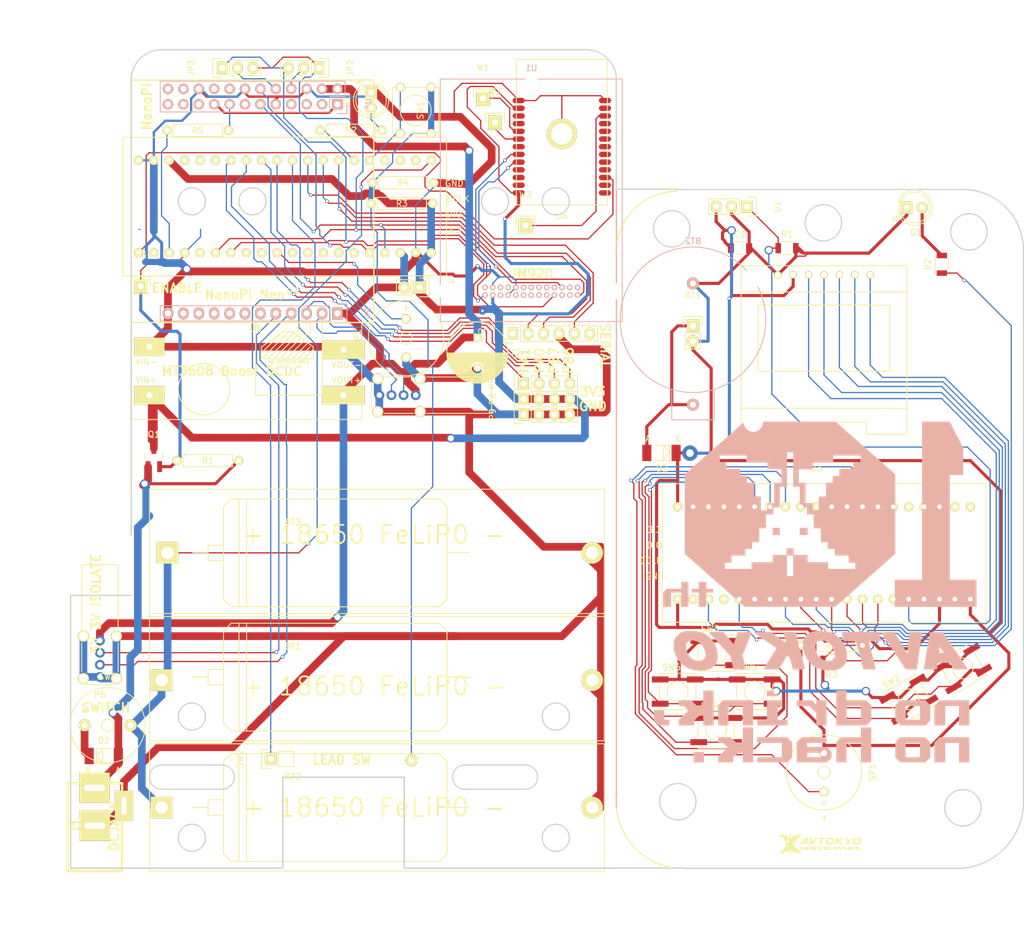
<source format=kicad_pcb>
(kicad_pcb (version 4) (host pcbnew 4.0.2+dfsg1-stable)
  (title_block (date "26 jul 2013"))
  (layers (0 F.Cu signal) (31 B.Cu signal) (34 B.Paste user) (35 F.Paste user) (36 B.SilkS user) (37 F.SilkS user) (38 B.Mask user) (39 F.Mask user) (44 Edge.Cuts user))
  (net 0 "")
  (net 1 GND)
  (net 2 "Net-(U2-Pad3)")
  (net 3 +3V3)
  (net 4 "Net-(BT1-Pad1)")
  (net 5 "Net-(D1-Pad2)")
  (net 6 "Net-(R2-Pad1)")
  (net 7 "Net-(R3-Pad2)")
  (net 8 "Net-(SP1-Pad2)")
  (net 9 "Net-(SW1-Pad2)")
  (net 10 "Net-(U2-Pad4)")
  (net 11 "Net-(U3-Pad1)")
  (net 12 "Net-(U3-Pad2)")
  (net 13 "Net-(U3-Pad5)")
  (net 14 "Net-(U3-Pad9)")
  (net 15 "Net-(U3-Pad11)")
  (net 16 "Net-(U3-Pad12)")
  (net 17 "Net-(U3-Pad13)")
  (net 18 "Net-(U3-Pad22)")
  (net 19 "Net-(U3-Pad23)")
  (net 20 "Net-(U3-Pad24)")
  (net 21 "Net-(P2-Pad1)")
  (net 22 "Net-(P2-Pad2)")
  (net 23 "Net-(P2-Pad3)")
  (net 24 "Net-(P2-Pad5)")
  (net 25 "Net-(SW2-Pad1)")
  (net 26 "Net-(U1-Pad1)")
  (net 27 "Net-(U1-Pad2)")
  (net 28 "Net-(U1-Pad3)")
  (net 29 "Net-(U1-Pad4)")
  (net 30 "Net-(U1-Pad5)")
  (net 31 "Net-(U1-Pad8)")
  (net 32 "Net-(U1-Pad9)")
  (net 33 "Net-(U1-Pad10)")
  (net 34 "Net-(U1-Pad11)")
  (net 35 "Net-(U1-Pad12)")
  (net 36 "Net-(U1-Pad13)")
  (net 37 "Net-(U1-Pad14)")
  (net 38 "Net-(U1-Pad15)")
  (net 39 "Net-(U1-Pad16)")
  (net 40 "Net-(U1-Pad17)")
  (net 41 "Net-(U1-Pad20)")
  (net 42 "Net-(U1-Pad21)")
  (net 43 "Net-(U1-Pad22)")
  (net 44 "Net-(U1-Pad25)")
  (net 45 "Net-(U1-Pad26)")
  (net 46 "Net-(U3-Pad37)")
  (net 47 "Net-(U4-Pad3)")
  (net 48 "Net-(U4-Pad5)")
  (net 49 "Net-(U4-Pad7)")
  (net 50 "Net-(U4-Pad13)")
  (net 51 "Net-(U4-Pad16)")
  (net 52 "Net-(U4-Pad18)")
  (net 53 "Net-(U4-Pad19)")
  (net 54 "Net-(U4-Pad21)")
  (net 55 "Net-(U4-Pad22)")
  (net 56 "Net-(U4-Pad23)")
  (net 57 "Net-(U4-Pad24)")
  (net 58 "Net-(D2-Pad1)")
  (net 59 +BATT)
  (net 60 "Net-(P3-Pad1)")
  (net 61 +5V)
  (net 62 "Net-(P4-Pad2)")
  (net 63 "Net-(P4-Pad3)")
  (net 64 "Net-(P4-Pad4)")
  (net 65 "Net-(P4-Pad5)")
  (net 66 "Net-(P4-Pad6)")
  (net 67 "Net-(P4-Pad7)")
  (net 68 "Net-(P4-Pad8)")
  (net 69 "Net-(P4-Pad9)")
  (net 70 "Net-(P4-Pad10)")
  (net 71 "Net-(P4-Pad11)")
  (net 72 "Net-(P7-Pad1)")
  (net 73 "Net-(P7-Pad2)")
  (net 74 "Net-(P7-Pad3)")
  (net 75 "Net-(P7-Pad4)")
  (net 76 "Net-(R5-Pad1)")
  (net 77 "Net-(R5-Pad2)")
  (net 78 "Net-(U3-Pad8)")
  (net 79 "Net-(U3-Pad14)")
  (net 80 "Net-(U3-Pad15)")
  (net 81 "Net-(JP2-Pad1)")
  (net 82 "Net-(JP2-Pad2)")
  (net 83 "Net-(JP2-Pad3)")
  (net 84 "Net-(JP3-Pad2)")
  (net 85 "Net-(U6-Pad24)")
  (net 86 "Net-(U6-Pad25)")
  (net 87 "Net-(U6-Pad21)")
  (net 88 "Net-(U6-Pad22)")
  (net 89 "Net-(U6-Pad23)")
  (net 90 "Net-(U6-Pad15)")
  (net 91 "Net-(U6-Pad14)")
  (net 92 "Net-(U6-Pad18)")
  (net 93 "Net-(U6-Pad17)")
  (net 94 "Net-(U6-Pad19)")
  (net 95 "Net-(U6-Pad3)")
  (net 96 "Net-(U6-Pad12)")
  (net 97 "Net-(U6-Pad10)")
  (net 98 "Net-(U6-Pad11)")
  (net 99 "Net-(U6-Pad7)")
  (net 100 "Net-(U6-Pad5)")
  (net 101 "Net-(U6-Pad4)")
  (net 102 "Net-(U6-Pad6)")
  (net 103 "Net-(U6-Pad20)")
  (net 104 "Net-(Q1-PadG)")
  (net 105 "Net-(Q1-PadS)")
  (net 106 "Net-(U3-Pad4)")
  (net 107 "Net-(U3-Pad3)")
  (net 108 "Net-(R1-Pad1)")
  (net 109 "Net-(SW2-Pad2)")
  (net 110 "Net-(SW3-Pad2)")
  (net 111 "Net-(SW4-Pad2)")
  (net 112 "Net-(SW5-Pad2)")
  (net 113 "Net-(SW6-Pad2)")
  (net 114 "Net-(U3-Pad6)")
  (net 115 "Net-(U3-Pad7)")
  (net 116 "Net-(U3-Pad17)")
  (net 117 "Net-(U3-Pad18)")
  (net 118 "Net-(U2-Pad5)")
  (net 119 "Net-(U2-Pad6)")
  (net 120 "Net-(U2-Pad7)")
  (net 121 "Net-(U3-Pad10)")
  (net 122 "Net-(U3-Pad26)")
  (net 123 "Net-(U3-Pad27)")
  (net 124 "Net-(U3-Pad35)")
  (module library:AVTOKYO_10THLOGO (layer B.Cu) (at 215.3056 120.6148 180)
    (fp_text reference G*** hide)
    (fp_text value AVTOKYO_10THLOGO hide)
  )
  (module Resistors_SMD:R_1206 (layer F.Cu) (at 216.5756 132.0448 180)
    (fp_text reference R3 (at 0 -2.3 180) (layer F.SilkS))
    (fp_text value 2.7kΩ)
    (pad 1 smd rect (at -1.45 0 180) (size 0.9 1.7) (layers F.Cu F.Paste F.Mask) (net 3 +3V3))
    (pad 2 smd rect (at 1.45 0 180) (size 0.9 1.7) (layers F.Cu F.Paste F.Mask) (net 7 "Net-(R3-Pad2)"))
  )
  (module Resistors_SMD:R_1206 (layer F.Cu) (at 234.7366 66.6398 90)
    (fp_text reference R2 (at 0 -2.3 90) (layer F.SilkS))
    (fp_text value 180Ω)
    (pad 1 smd rect (at -1.45 0 90) (size 0.9 1.7) (layers F.Cu F.Paste F.Mask) (net 6 "Net-(R2-Pad1)"))
    (pad 2 smd rect (at 1.45 0 90) (size 0.9 1.7) (layers F.Cu F.Paste F.Mask) (net 5 "Net-(D1-Pad2)"))
  )
  (module Resistors_SMD:R_1206 (layer F.Cu) (at 209.2096 63.9728)
    (fp_text reference R1 (at 0 -2.3) (layer F.SilkS))
    (fp_text value 10kΩ)
    (pad 1 smd rect (at -1.45 0) (size 0.9 1.7) (layers F.Cu F.Paste F.Mask) (net 108 "Net-(R1-Pad1)"))
    (pad 2 smd rect (at 1.45 0) (size 0.9 1.7) (layers F.Cu F.Paste F.Mask) (net 1 GND))
  )
  (module Capacitors_SMD:C_1206 (layer F.Cu) (at 201.4626 63.9728)
    (fp_text reference C1 (at 0 -2.3) (layer F.SilkS))
    (fp_text value C)
    (pad 1 smd rect (at -1.5 0) (size 1 1.6) (layers F.Cu F.Paste F.Mask) (net 3 +3V3))
    (pad 2 smd rect (at 1.5 0) (size 1 1.6) (layers F.Cu F.Paste F.Mask) (net 1 GND))
  )
  (module library:BATTERY_CR2032_CH25-2032LF_CONFORTABLE (layer B.Cu) (at 193.7056 75.7948 180)
    (fp_text reference BT2 (at 0 13 180) (layer B.SilkS) (effects (justify mirror)))
    (fp_text value Battery)
    (pad 2 thru_hole circle (at 0 6 180) (size 2 2) (drill 1) (layers *.Cu *.Mask B.SilkS) (net 1 GND))
    (pad 1 thru_hole circle (at 0 -14 180) (size 2 2) (drill 1) (layers *.Cu *.Mask B.SilkS) (net 4 "Net-(BT1-Pad1)"))
    (pad "" np_thru_hole circle (at 9.6 0 180) (size 1.5 1.5) (drill 1.5) (layers *.Cu *.Mask B.SilkS))
    (pad "" np_thru_hole circle (at -4.4 8.1 180) (size 1.5 1.5) (drill 1.5) (layers *.Cu *.Mask B.SilkS))
    (pad "" np_thru_hole circle (at -4.4 -8.1 180) (size 1.5 1.5) (drill 1.5) (layers *.Cu *.Mask B.SilkS))
  )
  (module Buttons_Switches_SMD:SW_SPST_EVPBF (layer F.Cu) (at 191.1756 137.1248)
    (fp_text reference SW6 (at -1 -4) (layer F.SilkS))
    (fp_text value RIGHT)
    (pad 1 smd rect (at 2.875 -2) (size 2.75 1) (layers F.Cu F.Paste F.Mask) (net 7 "Net-(R3-Pad2)"))
    (pad 1 smd rect (at -2.875 -2) (size 2.75 1) (layers F.Cu F.Paste F.Mask) (net 7 "Net-(R3-Pad2)"))
    (pad 2 smd rect (at -2.875 2) (size 2.75 1) (layers F.Cu F.Paste F.Mask) (net 113 "Net-(SW6-Pad2)"))
    (pad 2 smd rect (at 2.875 2) (size 2.75 1) (layers F.Cu F.Paste F.Mask) (net 113 "Net-(SW6-Pad2)"))
  )
  (module Buttons_Switches_SMD:SW_SPST_EVPBF (layer F.Cu) (at 203.8756 137.1248)
    (fp_text reference SW5 (at -1 -4) (layer F.SilkS))
    (fp_text value LEFT)
    (pad 1 smd rect (at 2.875 -2) (size 2.75 1) (layers F.Cu F.Paste F.Mask) (net 7 "Net-(R3-Pad2)"))
    (pad 1 smd rect (at -2.875 -2) (size 2.75 1) (layers F.Cu F.Paste F.Mask) (net 7 "Net-(R3-Pad2)"))
    (pad 2 smd rect (at -2.875 2) (size 2.75 1) (layers F.Cu F.Paste F.Mask) (net 112 "Net-(SW5-Pad2)"))
    (pad 2 smd rect (at 2.875 2) (size 2.75 1) (layers F.Cu F.Paste F.Mask) (net 112 "Net-(SW5-Pad2)"))
  )
  (module Buttons_Switches_SMD:SW_SPST_EVPBF (layer F.Cu) (at 197.5256 143.4748)
    (fp_text reference SW4 (at -1 -4) (layer F.SilkS))
    (fp_text value DOWN)
    (pad 1 smd rect (at 2.875 -2) (size 2.75 1) (layers F.Cu F.Paste F.Mask) (net 7 "Net-(R3-Pad2)"))
    (pad 1 smd rect (at -2.875 -2) (size 2.75 1) (layers F.Cu F.Paste F.Mask) (net 7 "Net-(R3-Pad2)"))
    (pad 2 smd rect (at -2.875 2) (size 2.75 1) (layers F.Cu F.Paste F.Mask) (net 111 "Net-(SW4-Pad2)"))
    (pad 2 smd rect (at 2.875 2) (size 2.75 1) (layers F.Cu F.Paste F.Mask) (net 111 "Net-(SW4-Pad2)"))
  )
  (module Buttons_Switches_SMD:SW_SPST_EVPBF (layer F.Cu) (at 197.5256 130.7748)
    (fp_text reference SW3 (at -1 -4) (layer F.SilkS))
    (fp_text value UP)
    (pad 1 smd rect (at 2.875 -2) (size 2.75 1) (layers F.Cu F.Paste F.Mask) (net 7 "Net-(R3-Pad2)"))
    (pad 1 smd rect (at -2.875 -2) (size 2.75 1) (layers F.Cu F.Paste F.Mask) (net 7 "Net-(R3-Pad2)"))
    (pad 2 smd rect (at -2.875 2) (size 2.75 1) (layers F.Cu F.Paste F.Mask) (net 110 "Net-(SW3-Pad2)"))
    (pad 2 smd rect (at 2.875 2) (size 2.75 1) (layers F.Cu F.Paste F.Mask) (net 110 "Net-(SW3-Pad2)"))
  )
  (module Buttons_Switches_SMD:SW_SPST_EVPBF (layer F.Cu) (at 229.2756 138.3948 30)
    (fp_text reference SW2 (at -1 -4 30) (layer F.SilkS))
    (fp_text value B)
    (pad 1 smd rect (at 2.875 -2 30) (size 2.75 1) (layers F.Cu F.Paste F.Mask) (net 7 "Net-(R3-Pad2)"))
    (pad 1 smd rect (at -2.875 -2 30) (size 2.75 1) (layers F.Cu F.Paste F.Mask) (net 7 "Net-(R3-Pad2)"))
    (pad 2 smd rect (at -2.875 2 30) (size 2.75 1) (layers F.Cu F.Paste F.Mask) (net 109 "Net-(SW2-Pad2)"))
    (pad 2 smd rect (at 2.875 2 30) (size 2.75 1) (layers F.Cu F.Paste F.Mask) (net 109 "Net-(SW2-Pad2)"))
  )
  (module Buttons_Switches_SMD:SW_SPST_EVPBF (layer F.Cu) (at 238.1656 133.3148 30)
    (fp_text reference SW1 (at -1 -4 30) (layer F.SilkS))
    (fp_text value A)
    (pad 1 smd rect (at 2.875 -2 30) (size 2.75 1) (layers F.Cu F.Paste F.Mask) (net 7 "Net-(R3-Pad2)"))
    (pad 1 smd rect (at -2.875 -2 30) (size 2.75 1) (layers F.Cu F.Paste F.Mask) (net 7 "Net-(R3-Pad2)"))
    (pad 2 smd rect (at -2.875 2 30) (size 2.75 1) (layers F.Cu F.Paste F.Mask) (net 9 "Net-(SW1-Pad2)"))
    (pad 2 smd rect (at 2.875 2 30) (size 2.75 1) (layers F.Cu F.Paste F.Mask) (net 9 "Net-(SW1-Pad2)"))
  )
  (module library:OLED_0.96in_SPI (layer F.Cu) (at 215.3056 92.6748)
    (fp_text reference U2 (at 0 2) (layer F.SilkS))
    (fp_text value OLED_0.96in_SPI)
    (pad "" np_thru_hole circle (at 11.65 -23.8) (size 3.2 3.2) (drill 3.2) (layers *.Cu *.Mask F.SilkS))
    (pad "" np_thru_hole circle (at -11.65 -23.8) (size 3.2 3.2) (drill 3.2) (layers *.Cu *.Mask F.SilkS))
    (pad "" np_thru_hole circle (at 11.65 0) (size 3.2 3.2) (drill 3.2) (layers *.Cu *.Mask F.SilkS))
    (pad "" np_thru_hole circle (at -11.65 0) (size 3.2 3.2) (drill 3.2) (layers *.Cu *.Mask F.SilkS))
    (pad 1 thru_hole circle (at -7.62 -24.3) (size 1.2 1.2) (drill 0.8) (layers *.Cu *.Mask F.SilkS) (net 1 GND))
    (pad 2 thru_hole circle (at -5.08 -24.3) (size 1.2 1.2) (drill 0.8) (layers *.Cu *.Mask F.SilkS) (net 3 +3V3))
    (pad 3 thru_hole circle (at -2.54 -24.3) (size 1.2 1.2) (drill 0.8) (layers *.Cu *.Mask F.SilkS) (net 2 "Net-(U2-Pad3)"))
    (pad 4 thru_hole circle (at 0 -24.3) (size 1.2 1.2) (drill 0.8) (layers *.Cu *.Mask F.SilkS) (net 10 "Net-(U2-Pad4)"))
    (pad 5 thru_hole circle (at 2.54 -24.3) (size 1.2 1.2) (drill 0.8) (layers *.Cu *.Mask F.SilkS) (net 118 "Net-(U2-Pad5)"))
    (pad 6 thru_hole circle (at 5.08 -24.3) (size 1.2 1.2) (drill 0.8) (layers *.Cu *.Mask F.SilkS) (net 119 "Net-(U2-Pad6)"))
    (pad 7 thru_hole circle (at 7.62 -24.3) (size 1.2 1.2) (drill 0.8) (layers *.Cu *.Mask F.SilkS) (net 120 "Net-(U2-Pad7)"))
  )
  (module AVTOKYO:AVTOKYOLOGO (layer F.Cu) (at 214.7976 162.2708)
    (fp_text reference G*** hide)
    (fp_text value AVTOKYOLOGO hide)
  )
  (module Diodes_SMD:MELF_Standard (layer F.Cu) (at 188.6356 97.7548 180)
    (fp_text reference D2 (at 0 -2.54 180) (layer F.SilkS))
    (fp_text value DIODESCH)
    (fp_text user K (at -2.55 2.4 180) (layer F.SilkS))
    (fp_text user A (at 2.35 2.35 180) (layer F.SilkS))
    (pad 1 smd rect (at 2.54 0 180) (size 1.50114 2.70002) (layers F.Cu F.Paste F.Mask) (net 4 "Net-(BT1-Pad1)"))
    (pad 2 smd rect (at -2.286 0 180) (size 1.50114 2.70002) (layers F.Cu F.Paste F.Mask) (net 3 +3V3))
  )
  (module Pin_Headers:Pin_Header_Straight_1x03 (layer F.Cu) (at 202.6056 57.1148 270)
    (fp_text reference U1 (at 0 -5.1 270) (layer F.SilkS))
    (fp_text value PhotoReciever_GP1USC4XQS_SHARP)
    (pad 1 thru_hole rect (at 0 0 270) (size 2.032 1.7272) (drill 1.016) (layers *.Cu *.Mask F.SilkS) (net 108 "Net-(R1-Pad1)"))
    (pad 2 thru_hole oval (at 0 2.54 270) (size 2.032 1.7272) (drill 1.016) (layers *.Cu *.Mask F.SilkS) (net 1 GND))
    (pad 3 thru_hole oval (at 0 5.08 270) (size 2.032 1.7272) (drill 1.016) (layers *.Cu *.Mask F.SilkS) (net 3 +3V3))
  )
  (module LEDs:LED-5MM (layer F.Cu) (at 228.9556 57.2948)
    (fp_text reference D1 (at 1.524 4.064) (layer F.SilkS))
    (fp_text value LED)
    (fp_text user K (at -1.905 1.905) (layer F.SilkS))
    (pad 1 thru_hole rect (at 0 0 90) (size 2 1.9) (drill 1.00076) (layers *.Cu *.Mask F.SilkS) (net 1 GND))
    (pad 2 thru_hole circle (at 2.54 0) (size 1.9 1.9) (drill 1.00076) (layers *.Cu *.Mask F.SilkS) (net 5 "Net-(D1-Pad2)"))
  )
  (module Discret:R4 (layer F.Cu) (at 216.5756 129.5048 180)
    (fp_text reference R4 (at 0 0 180) (layer F.SilkS))
    (fp_text value OPEN)
    (pad 1 thru_hole circle (at -5.08 0 180) (size 1.524 1.524) (drill 0.8128) (layers *.Cu *.Mask F.SilkS) (net 7 "Net-(R3-Pad2)"))
    (pad 2 thru_hole circle (at 5.08 0 180) (size 1.524 1.524) (drill 0.8128) (layers *.Cu *.Mask F.SilkS) (net 1 GND))
  )
  (module Pin_Headers:Pin_Header_Straight_1x02 (layer F.Cu) (at 193.7056 76.7948)
    (fp_text reference BT1 (at 0 -5.1) (layer F.SilkS))
    (fp_text value Battery)
    (pad 1 thru_hole rect (at 0 0) (size 2.032 2.032) (drill 1.016) (layers *.Cu *.Mask F.SilkS) (net 4 "Net-(BT1-Pad1)"))
    (pad 2 thru_hole oval (at 0 2.54) (size 2.032 2.032) (drill 1.016) (layers *.Cu *.Mask F.SilkS) (net 1 GND))
  )
  (module library:STM32F103C8T6ARMMiniSystemDevboard_RobotDyn (layer F.Cu) (at 241.9756 102.8348 180)
    (fp_text reference U3 (at 27.94 2.54 180) (layer F.SilkS))
    (fp_text value STM32F103C8T6MinimumDevelopBoard)
    (fp_text user 3.3 (at 54.61 -7.62 180) (layer F.SilkS))
    (fp_text user DIO (at 54.61 -10.16 180) (layer F.SilkS))
    (fp_text user DCLK (at 55.245 -12.7 180) (layer F.SilkS))
    (fp_text user GND (at 54.61 -15.24 180) (layer F.SilkS))
    (pad 1 thru_hole circle (at 2.54 -3.81 180) (size 1.524 1.524) (drill 0.79) (layers *.Cu *.Mask F.SilkS) (net 11 "Net-(U3-Pad1)"))
    (pad 2 thru_hole circle (at 5.08 -3.81 180) (size 1.524 1.524) (drill 0.79) (layers *.Cu *.Mask F.SilkS) (net 12 "Net-(U3-Pad2)"))
    (pad 3 thru_hole circle (at 7.62 -3.81 180) (size 1.524 1.524) (drill 0.79) (layers *.Cu *.Mask F.SilkS) (net 107 "Net-(U3-Pad3)"))
    (pad 4 thru_hole circle (at 10.16 -3.81 180) (size 1.524 1.524) (drill 0.79) (layers *.Cu *.Mask F.SilkS) (net 106 "Net-(U3-Pad4)"))
    (pad 5 thru_hole circle (at 12.7 -3.81 180) (size 1.524 1.524) (drill 0.79) (layers *.Cu *.Mask F.SilkS) (net 13 "Net-(U3-Pad5)"))
    (pad 6 thru_hole circle (at 15.24 -3.81 180) (size 1.524 1.524) (drill 0.79) (layers *.Cu *.Mask F.SilkS) (net 114 "Net-(U3-Pad6)"))
    (pad 7 thru_hole circle (at 17.78 -3.81 180) (size 1.524 1.524) (drill 0.79) (layers *.Cu *.Mask F.SilkS) (net 115 "Net-(U3-Pad7)"))
    (pad 8 thru_hole circle (at 20.32 -3.81 180) (size 1.524 1.524) (drill 0.79) (layers *.Cu *.Mask F.SilkS) (net 8 "Net-(SP1-Pad2)"))
    (pad 9 thru_hole circle (at 22.86 -3.81 180) (size 1.524 1.524) (drill 0.79) (layers *.Cu *.Mask F.SilkS) (net 14 "Net-(U3-Pad9)"))
    (pad 10 thru_hole circle (at 25.4 -3.81 180) (size 1.524 1.524) (drill 0.79) (layers *.Cu *.Mask F.SilkS) (net 121 "Net-(U3-Pad10)"))
    (pad 11 thru_hole circle (at 27.94 -3.81 180) (size 1.524 1.524) (drill 0.79) (layers *.Cu *.Mask F.SilkS) (net 15 "Net-(U3-Pad11)"))
    (pad 12 thru_hole circle (at 30.48 -3.81 180) (size 1.524 1.524) (drill 0.79) (layers *.Cu *.Mask F.SilkS) (net 16 "Net-(U3-Pad12)"))
    (pad 13 thru_hole circle (at 33.02 -3.81 180) (size 1.524 1.524) (drill 0.79) (layers *.Cu *.Mask F.SilkS) (net 110 "Net-(SW3-Pad2)"))
    (pad 14 thru_hole circle (at 35.56 -3.81 180) (size 1.524 1.524) (drill 0.79) (layers *.Cu *.Mask F.SilkS) (net 111 "Net-(SW4-Pad2)"))
    (pad 15 thru_hole circle (at 38.1 -3.81 180) (size 1.524 1.524) (drill 0.79) (layers *.Cu *.Mask F.SilkS) (net 112 "Net-(SW5-Pad2)"))
    (pad 16 thru_hole circle (at 40.64 -3.81 180) (size 1.524 1.524) (drill 0.79) (layers *.Cu *.Mask F.SilkS) (net 113 "Net-(SW6-Pad2)"))
    (pad 17 thru_hole circle (at 43.18 -3.81 180) (size 1.524 1.524) (drill 0.79) (layers *.Cu *.Mask F.SilkS) (net 116 "Net-(U3-Pad17)"))
    (pad 18 thru_hole circle (at 45.72 -3.81 180) (size 1.524 1.524) (drill 0.79) (layers *.Cu *.Mask F.SilkS) (net 117 "Net-(U3-Pad18)"))
    (pad 19 thru_hole circle (at 48.26 -3.81 180) (size 1.524 1.524) (drill 0.79) (layers *.Cu *.Mask F.SilkS) (net 1 GND))
    (pad 20 thru_hole circle (at 50.8 -3.81 180) (size 1.524 1.524) (drill 0.79) (layers *.Cu *.Mask F.SilkS) (net 3 +3V3))
    (pad 21 thru_hole circle (at 50.8 -19.05 180) (size 1.524 1.524) (drill 0.79) (layers *.Cu *.Mask F.SilkS) (net 3 +3V3))
    (pad 22 thru_hole circle (at 48.26 -19.05 180) (size 1.524 1.524) (drill 0.79) (layers *.Cu *.Mask F.SilkS) (net 18 "Net-(U3-Pad22)"))
    (pad 23 thru_hole circle (at 45.72 -19.05 180) (size 1.524 1.524) (drill 0.79) (layers *.Cu *.Mask F.SilkS) (net 109 "Net-(SW2-Pad2)"))
    (pad 24 thru_hole circle (at 43.18 -19.05 180) (size 1.524 1.524) (drill 0.79) (layers *.Cu *.Mask F.SilkS) (net 20 "Net-(U3-Pad24)"))
    (pad 25 thru_hole circle (at 40.64 -19.05 180) (size 1.524 1.524) (drill 0.79) (layers *.Cu *.Mask F.SilkS) (net 9 "Net-(SW1-Pad2)"))
    (pad 26 thru_hole circle (at 38.1 -19.05 180) (size 1.524 1.524) (drill 0.79) (layers *.Cu *.Mask F.SilkS) (net 122 "Net-(U3-Pad26)"))
    (pad 27 thru_hole circle (at 35.56 -19.05 180) (size 1.524 1.524) (drill 0.79) (layers *.Cu *.Mask F.SilkS) (net 123 "Net-(U3-Pad27)"))
    (pad 28 thru_hole circle (at 33.02 -19.05 180) (size 1.524 1.524) (drill 0.79) (layers *.Cu *.Mask F.SilkS) (net 118 "Net-(U2-Pad5)"))
    (pad 29 thru_hole circle (at 30.48 -19.05 180) (size 1.524 1.524) (drill 0.79) (layers *.Cu *.Mask F.SilkS) (net 120 "Net-(U2-Pad7)"))
    (pad 30 thru_hole circle (at 27.94 -19.05 180) (size 1.524 1.524) (drill 0.79) (layers *.Cu *.Mask F.SilkS) (net 2 "Net-(U2-Pad3)"))
    (pad 31 thru_hole circle (at 25.4 -19.05 180) (size 1.524 1.524) (drill 0.79) (layers *.Cu *.Mask F.SilkS) (net 119 "Net-(U2-Pad6)"))
    (pad 32 thru_hole circle (at 22.86 -19.05 180) (size 1.524 1.524) (drill 0.79) (layers *.Cu *.Mask F.SilkS) (net 10 "Net-(U2-Pad4)"))
    (pad 33 thru_hole circle (at 20.32 -19.05 180) (size 1.524 1.524) (drill 0.79) (layers *.Cu *.Mask F.SilkS) (net 6 "Net-(R2-Pad1)"))
    (pad 34 thru_hole circle (at 17.78 -19.05 180) (size 1.524 1.524) (drill 0.79) (layers *.Cu *.Mask F.SilkS) (net 6 "Net-(R2-Pad1)"))
    (pad 35 thru_hole circle (at 15.24 -19.05 180) (size 1.524 1.524) (drill 0.79) (layers *.Cu *.Mask F.SilkS) (net 124 "Net-(U3-Pad35)"))
    (pad 36 thru_hole circle (at 12.7 -19.05 180) (size 1.524 1.524) (drill 0.79) (layers *.Cu *.Mask F.SilkS) (net 108 "Net-(R1-Pad1)"))
    (pad 37 thru_hole circle (at 10.16 -19.05 180) (size 1.524 1.524) (drill 0.79) (layers *.Cu *.Mask F.SilkS) (net 46 "Net-(U3-Pad37)"))
    (pad 38 thru_hole circle (at 7.62 -19.05 180) (size 1.524 1.524) (drill 0.79) (layers *.Cu *.Mask F.SilkS) (net 3 +3V3))
    (pad 39 thru_hole circle (at 5.08 -19.05 180) (size 1.524 1.524) (drill 0.79) (layers *.Cu *.Mask F.SilkS) (net 1 GND))
    (pad 40 thru_hole circle (at 2.54 -19.05 180) (size 1.524 1.524) (drill 0.79) (layers *.Cu *.Mask F.SilkS) (net 1 GND))
  )
  (module Buzzers_Beepers:MagneticBuzzer_ProSignal_ABT-410-RC (layer F.Cu) (at 215.3056 147.2848 270)
    (fp_text reference SP1 (at 3.175 -8.001 270) (layer F.SilkS))
    (fp_text value SPEAKER)
    (fp_text user + (at 10.67562 0 270) (layer F.SilkS))
    (pad 1 thru_hole circle (at 0 0 270) (size 1.6002 1.6002) (drill 1.00076) (layers *.Cu *.Mask F.SilkS) (net 1 GND))
    (pad 2 thru_hole circle (at 6.35 0 270) (size 1.6002 1.6002) (drill 1.00076) (layers *.Cu *.Mask F.SilkS) (net 8 "Net-(SP1-Pad2)"))
  )
  (module TO_SOT_Packages_SMD:SOT-23_Handsoldering (layer F.Cu) (at 104.8156 98.5168)
    (fp_text reference Q1 (at 0 -3.81) (layer F.SilkS))
    (fp_text value MOSFET_P)
    (pad 1 smd rect (at -0.95 1.50114) (size 0.8001 1.80086) (layers F.Cu F.Paste F.Mask))
    (pad 2 smd rect (at 0.95 1.50114) (size 0.8001 1.80086) (layers F.Cu F.Paste F.Mask))
    (pad 3 smd rect (at 0 -1.50114) (size 0.8001 1.80086) (layers F.Cu F.Paste F.Mask))
  )
  (module library:IM920_interplan (layer B.Cu) (at 167.0456 71.0848 180)
    (fp_text reference U1 (at 0 36.83 180) (layer B.SilkS) (effects (justify mirror)))
    (fp_text value IM920_interplan)
    (pad "" np_thru_hole circle (at 0 33.9 180) (size 3 3) (drill 3) (layers *.Cu *.Mask B.SilkS))
    (pad "" np_thru_hole circle (at 13.9 0 180) (size 3 3) (drill 3) (layers *.Cu *.Mask B.SilkS))
    (pad "" np_thru_hole circle (at -13.4 0 180) (size 3 3) (drill 3) (layers *.Cu *.Mask B.SilkS))
    (pad 1 thru_hole circle (at -7.62 -0.635 180) (size 0.9 0.9) (drill 0.5) (layers *.Cu *.Mask B.SilkS) (net 26 "Net-(U1-Pad1)"))
    (pad 2 thru_hole circle (at -7.62 0.635 180) (size 0.9 0.9) (drill 0.5) (layers *.Cu *.Mask B.SilkS) (net 27 "Net-(U1-Pad2)"))
    (pad 3 thru_hole circle (at -6.35 -0.635 180) (size 0.9 0.9) (drill 0.5) (layers *.Cu *.Mask B.SilkS) (net 28 "Net-(U1-Pad3)"))
    (pad 4 thru_hole circle (at -6.35 0.635 180) (size 0.9 0.9) (drill 0.5) (layers *.Cu *.Mask B.SilkS) (net 29 "Net-(U1-Pad4)"))
    (pad 5 thru_hole circle (at -5.08 -0.635 180) (size 0.9 0.9) (drill 0.5) (layers *.Cu *.Mask B.SilkS) (net 30 "Net-(U1-Pad5)"))
    (pad 6 thru_hole circle (at -5.08 0.635 180) (size 0.9 0.9) (drill 0.5) (layers *.Cu *.Mask B.SilkS) (net 81 "Net-(JP2-Pad1)"))
    (pad 7 thru_hole circle (at -3.81 -0.635 180) (size 0.9 0.9) (drill 0.5) (layers *.Cu *.Mask B.SilkS) (net 83 "Net-(JP2-Pad3)"))
    (pad 8 thru_hole circle (at -3.81 0.635 180) (size 0.9 0.9) (drill 0.5) (layers *.Cu *.Mask B.SilkS) (net 31 "Net-(U1-Pad8)"))
    (pad 9 thru_hole circle (at -2.54 -0.635 180) (size 0.9 0.9) (drill 0.5) (layers *.Cu *.Mask B.SilkS) (net 32 "Net-(U1-Pad9)"))
    (pad 10 thru_hole circle (at -2.54 0.635 180) (size 0.9 0.9) (drill 0.5) (layers *.Cu *.Mask B.SilkS) (net 33 "Net-(U1-Pad10)"))
    (pad 11 thru_hole circle (at -1.27 -0.635 180) (size 0.9 0.9) (drill 0.5) (layers *.Cu *.Mask B.SilkS) (net 34 "Net-(U1-Pad11)"))
    (pad 12 thru_hole circle (at -1.27 0.635 180) (size 0.9 0.9) (drill 0.5) (layers *.Cu *.Mask B.SilkS) (net 35 "Net-(U1-Pad12)"))
    (pad 13 thru_hole circle (at 0 -0.635 180) (size 0.9 0.9) (drill 0.5) (layers *.Cu *.Mask B.SilkS) (net 36 "Net-(U1-Pad13)"))
    (pad 14 thru_hole circle (at 0 0.635 180) (size 0.9 0.9) (drill 0.5) (layers *.Cu *.Mask B.SilkS) (net 37 "Net-(U1-Pad14)"))
    (pad 15 thru_hole circle (at 1.27 -0.635 180) (size 0.9 0.9) (drill 0.5) (layers *.Cu *.Mask B.SilkS) (net 38 "Net-(U1-Pad15)"))
    (pad 16 thru_hole circle (at 1.27 0.635 180) (size 0.9 0.9) (drill 0.5) (layers *.Cu *.Mask B.SilkS) (net 39 "Net-(U1-Pad16)"))
    (pad 17 thru_hole circle (at 2.54 -0.635 180) (size 0.9 0.9) (drill 0.5) (layers *.Cu *.Mask B.SilkS) (net 40 "Net-(U1-Pad17)"))
    (pad 18 thru_hole circle (at 2.54 0.635 180) (size 0.9 0.9) (drill 0.5) (layers *.Cu *.Mask B.SilkS) (net 1 GND))
    (pad 19 thru_hole circle (at 3.81 -0.635 180) (size 0.9 0.9) (drill 0.5) (layers *.Cu *.Mask B.SilkS) (net 1 GND))
    (pad 20 thru_hole circle (at 3.81 0.635 180) (size 0.9 0.9) (drill 0.5) (layers *.Cu *.Mask B.SilkS) (net 41 "Net-(U1-Pad20)"))
    (pad 21 thru_hole circle (at 5.08 -0.635 180) (size 0.9 0.9) (drill 0.5) (layers *.Cu *.Mask B.SilkS) (net 42 "Net-(U1-Pad21)"))
    (pad 22 thru_hole circle (at 5.08 0.635 180) (size 0.9 0.9) (drill 0.5) (layers *.Cu *.Mask B.SilkS) (net 43 "Net-(U1-Pad22)"))
    (pad 23 thru_hole circle (at 6.35 -0.635 180) (size 0.9 0.9) (drill 0.5) (layers *.Cu *.Mask B.SilkS) (net 59 +BATT))
    (pad 24 thru_hole circle (at 6.35 0.635 180) (size 0.9 0.9) (drill 0.5) (layers *.Cu *.Mask B.SilkS) (net 1 GND))
    (pad 25 thru_hole circle (at 7.62 -0.635 180) (size 0.9 0.9) (drill 0.5) (layers *.Cu *.Mask B.SilkS) (net 44 "Net-(U1-Pad25)"))
    (pad 26 thru_hole circle (at 7.62 0.635 180) (size 0.9 0.9) (drill 0.5) (layers *.Cu *.Mask B.SilkS) (net 45 "Net-(U1-Pad26)"))
  )
  (module library:18650BatteryCase (layer F.Cu) (at 134.0856 134.7448)
    (fp_text reference BT1 (at -6.35 -5.08) (layer F.SilkS))
    (fp_text value Battery)
    (pad 1 thru_hole rect (at -28 0.5) (size 3.556 3.556) (drill 2.032) (layers *.Cu *.Mask F.SilkS) (net 4 "Net-(BT1-Pad1)"))
    (pad 2 thru_hole circle (at 43 0.5) (size 3.556 3.556) (drill 2.032) (layers *.Cu *.Mask F.SilkS) (net 1 GND))
  )
  (module LEDs:LED-5MM (layer F.Cu) (at 140.6296 38.3188 270)
    (fp_text reference D1 (at 1.524 4.064 270) (layer F.SilkS))
    (fp_text value LED)
    (fp_text user K (at -1.905 1.905 270) (layer F.SilkS))
    (pad 1 thru_hole rect (at 0 0) (size 2 1.9) (drill 1.00076) (layers *.Cu *.Mask F.SilkS) (net 1 GND))
    (pad 2 thru_hole circle (at 2.54 0 270) (size 1.9 1.9) (drill 1.00076) (layers *.Cu *.Mask F.SilkS) (net 5 "Net-(D1-Pad2)"))
  )
  (module Diodes_SMD:MELF_Standard (layer F.Cu) (at 96.5606 147.7598)
    (fp_text reference D2 (at 0 -2.54) (layer F.SilkS))
    (fp_text value DIODESCH)
    (fp_text user K (at -2.55 2.4) (layer F.SilkS))
    (fp_text user A (at 2.35 2.35) (layer F.SilkS))
    (pad 1 smd rect (at -2.4003 0) (size 1.50114 2.70002) (layers F.Cu F.Paste F.Mask) (net 58 "Net-(D2-Pad1)"))
    (pad 2 smd rect (at 2.4003 0) (size 1.50114 2.70002) (layers F.Cu F.Paste F.Mask) (net 59 +BATT))
  )
  (module Pin_Headers:Pin_Header_Straight_1x06 (layer F.Cu) (at 163.9976 78.0698 90)
    (fp_text reference P2 (at 0 -5.1 90) (layer F.SilkS))
    (fp_text value GPS)
    (pad 1 thru_hole rect (at 0 0 90) (size 2.032 1.7272) (drill 1.016) (layers *.Cu *.Mask F.SilkS) (net 21 "Net-(P2-Pad1)"))
    (pad 2 thru_hole oval (at 0 2.54 90) (size 2.032 1.7272) (drill 1.016) (layers *.Cu *.Mask F.SilkS) (net 22 "Net-(P2-Pad2)"))
    (pad 3 thru_hole oval (at 0 5.08 90) (size 2.032 1.7272) (drill 1.016) (layers *.Cu *.Mask F.SilkS) (net 23 "Net-(P2-Pad3)"))
    (pad 4 thru_hole oval (at 0 7.62 90) (size 2.032 1.7272) (drill 1.016) (layers *.Cu *.Mask F.SilkS) (net 1 GND))
    (pad 5 thru_hole oval (at 0 10.16 90) (size 2.032 1.7272) (drill 1.016) (layers *.Cu *.Mask F.SilkS) (net 24 "Net-(P2-Pad5)"))
    (pad 6 thru_hole oval (at 0 12.7 90) (size 2.032 1.7272) (drill 1.016) (layers *.Cu *.Mask F.SilkS))
  )
  (module Discret:R4 (layer F.Cu) (at 137.3276 44.5418)
    (fp_text reference R2 (at 0 0) (layer F.SilkS))
    (fp_text value 180Ω)
    (pad 1 thru_hole circle (at -5.08 0) (size 1.524 1.524) (drill 0.8128) (layers *.Cu *.Mask F.SilkS) (net 6 "Net-(R2-Pad1)"))
    (pad 2 thru_hole circle (at 5.08 0) (size 1.524 1.524) (drill 0.8128) (layers *.Cu *.Mask F.SilkS) (net 5 "Net-(D1-Pad2)"))
  )
  (module Discret:R4 (layer F.Cu) (at 145.7096 56.6068 180)
    (fp_text reference R3 (at 0 0 180) (layer F.SilkS))
    (fp_text value 2.7kΩ)
    (pad 1 thru_hole circle (at -5.08 0 180) (size 1.524 1.524) (drill 0.8128) (layers *.Cu *.Mask F.SilkS) (net 59 +BATT))
    (pad 2 thru_hole circle (at 5.08 0 180) (size 1.524 1.524) (drill 0.8128) (layers *.Cu *.Mask F.SilkS) (net 7 "Net-(R3-Pad2)"))
  )
  (module Discret:R4 (layer F.Cu) (at 145.9128 53.1778)
    (fp_text reference R4 (at 0 0) (layer F.SilkS))
    (fp_text value OPEN)
    (pad 1 thru_hole circle (at -5.08 0) (size 1.524 1.524) (drill 0.8128) (layers *.Cu *.Mask F.SilkS) (net 7 "Net-(R3-Pad2)"))
    (pad 2 thru_hole circle (at 5.08 0) (size 1.524 1.524) (drill 0.8128) (layers *.Cu *.Mask F.SilkS) (net 1 GND))
  )
  (module library:SW_PUSH_SMALL_1mmHOLE (layer F.Cu) (at 147.9956 41.2398 270)
    (fp_text reference SW1 (at 0 -0.762 270) (layer F.SilkS))
    (fp_text value A)
    (pad 1 thru_hole circle (at 3.81 -2.54 270) (size 1.5 1.5) (drill 1) (layers *.Cu *.Mask F.SilkS) (net 7 "Net-(R3-Pad2)"))
    (pad 2 thru_hole circle (at 3.81 2.54 270) (size 1.5 1.5) (drill 1) (layers *.Cu *.Mask F.SilkS) (net 9 "Net-(SW1-Pad2)"))
    (pad 1 thru_hole circle (at -3.81 -2.54 270) (size 1.5 1.5) (drill 1) (layers *.Cu *.Mask F.SilkS) (net 7 "Net-(R3-Pad2)"))
    (pad 2 thru_hole circle (at -3.81 2.54 270) (size 1.5 1.5) (drill 1) (layers *.Cu *.Mask F.SilkS) (net 9 "Net-(SW1-Pad2)"))
  )
  (module Pin_Headers:Pin_Header_Straight_1x02 (layer F.Cu) (at 124.0856 148.2448 90)
    (fp_text reference SW2 (at 0 -5.1 90) (layer F.SilkS))
    (fp_text value LEADSW)
    (pad 1 thru_hole rect (at 0 0 90) (size 2.032 2.032) (drill 1.016) (layers *.Cu *.Mask F.SilkS) (net 25 "Net-(SW2-Pad1)"))
    (pad 2 thru_hole oval (at -0.216 23.188 90) (size 2.032 2.032) (drill 1.016) (layers *.Cu *.Mask F.SilkS) (net 7 "Net-(R3-Pad2)"))
  )
  (module library:STM32F103C8T6MinimumDevelopBoard (layer F.Cu) (at 99.7356 68.5448)
    (fp_text reference U3 (at 27.94 2.54) (layer F.SilkS))
    (fp_text value STM32F103C8T6MinimumDevelopBoard)
    (fp_text user 3.3 (at 54.61 -7.62) (layer F.SilkS))
    (fp_text user DIO (at 54.61 -10.16) (layer F.SilkS))
    (fp_text user DCLK (at 55.245 -12.7) (layer F.SilkS))
    (fp_text user GND (at 54.61 -15.24) (layer F.SilkS))
    (pad 1 thru_hole circle (at 2.54 -3.81) (size 1.524 1.524) (drill 0.762) (layers *.Cu *.Mask F.SilkS) (net 11 "Net-(U3-Pad1)"))
    (pad 2 thru_hole circle (at 5.08 -3.81) (size 1.524 1.524) (drill 0.762) (layers *.Cu *.Mask F.SilkS) (net 12 "Net-(U3-Pad2)"))
    (pad 3 thru_hole circle (at 7.62 -3.81) (size 1.524 1.524) (drill 0.762) (layers *.Cu *.Mask F.SilkS) (net 76 "Net-(R5-Pad1)"))
    (pad 4 thru_hole circle (at 10.16 -3.81) (size 1.524 1.524) (drill 0.762) (layers *.Cu *.Mask F.SilkS) (net 104 "Net-(Q1-PadG)"))
    (pad 5 thru_hole circle (at 12.7 -3.81) (size 1.524 1.524) (drill 0.762) (layers *.Cu *.Mask F.SilkS) (net 13 "Net-(U3-Pad5)"))
    (pad 6 thru_hole circle (at 15.24 -3.81) (size 1.524 1.524) (drill 0.762) (layers *.Cu *.Mask F.SilkS) (net 81 "Net-(JP2-Pad1)"))
    (pad 7 thru_hole circle (at 17.78 -3.81) (size 1.524 1.524) (drill 0.762) (layers *.Cu *.Mask F.SilkS) (net 83 "Net-(JP2-Pad3)"))
    (pad 8 thru_hole circle (at 20.32 -3.81) (size 1.524 1.524) (drill 0.762) (layers *.Cu *.Mask F.SilkS) (net 78 "Net-(U3-Pad8)"))
    (pad 9 thru_hole circle (at 22.86 -3.81) (size 1.524 1.524) (drill 0.762) (layers *.Cu *.Mask F.SilkS) (net 14 "Net-(U3-Pad9)"))
    (pad 10 thru_hole circle (at 25.4 -3.81) (size 1.524 1.524) (drill 0.762) (layers *.Cu *.Mask F.SilkS) (net 8 "Net-(SP1-Pad2)"))
    (pad 11 thru_hole circle (at 27.94 -3.81) (size 1.524 1.524) (drill 0.762) (layers *.Cu *.Mask F.SilkS) (net 15 "Net-(U3-Pad11)"))
    (pad 12 thru_hole circle (at 30.48 -3.81) (size 1.524 1.524) (drill 0.762) (layers *.Cu *.Mask F.SilkS) (net 16 "Net-(U3-Pad12)"))
    (pad 13 thru_hole circle (at 33.02 -3.81) (size 1.524 1.524) (drill 0.762) (layers *.Cu *.Mask F.SilkS) (net 17 "Net-(U3-Pad13)"))
    (pad 14 thru_hole circle (at 35.56 -3.81) (size 1.524 1.524) (drill 0.762) (layers *.Cu *.Mask F.SilkS) (net 79 "Net-(U3-Pad14)"))
    (pad 15 thru_hole circle (at 38.1 -3.81) (size 1.524 1.524) (drill 0.762) (layers *.Cu *.Mask F.SilkS) (net 80 "Net-(U3-Pad15)"))
    (pad 16 thru_hole circle (at 40.64 -3.81) (size 1.524 1.524) (drill 0.762) (layers *.Cu *.Mask F.SilkS) (net 44 "Net-(U1-Pad25)"))
    (pad 17 thru_hole circle (at 43.18 -3.81) (size 1.524 1.524) (drill 0.762) (layers *.Cu *.Mask F.SilkS) (net 26 "Net-(U1-Pad1)"))
    (pad 18 thru_hole circle (at 45.72 -3.81) (size 1.524 1.524) (drill 0.762) (layers *.Cu *.Mask F.SilkS) (net 61 +5V))
    (pad 19 thru_hole circle (at 48.26 -3.81) (size 1.524 1.524) (drill 0.762) (layers *.Cu *.Mask F.SilkS) (net 1 GND))
    (pad 20 thru_hole circle (at 50.8 -3.81) (size 1.524 1.524) (drill 0.762) (layers *.Cu *.Mask F.SilkS) (net 59 +BATT))
    (pad 21 thru_hole circle (at 50.8 -19.05) (size 1.524 1.524) (drill 0.762) (layers *.Cu *.Mask F.SilkS) (net 4 "Net-(BT1-Pad1)"))
    (pad 22 thru_hole circle (at 48.26 -19.05) (size 1.524 1.524) (drill 0.762) (layers *.Cu *.Mask F.SilkS) (net 18 "Net-(U3-Pad22)"))
    (pad 23 thru_hole circle (at 45.72 -19.05) (size 1.524 1.524) (drill 0.762) (layers *.Cu *.Mask F.SilkS) (net 19 "Net-(U3-Pad23)"))
    (pad 24 thru_hole circle (at 43.18 -19.05) (size 1.524 1.524) (drill 0.762) (layers *.Cu *.Mask F.SilkS) (net 20 "Net-(U3-Pad24)"))
    (pad 25 thru_hole circle (at 40.64 -19.05) (size 1.524 1.524) (drill 0.762) (layers *.Cu *.Mask F.SilkS) (net 9 "Net-(SW1-Pad2)"))
    (pad 26 thru_hole circle (at 38.1 -19.05) (size 1.524 1.524) (drill 0.762) (layers *.Cu *.Mask F.SilkS) (net 6 "Net-(R2-Pad1)"))
    (pad 27 thru_hole circle (at 35.56 -19.05) (size 1.524 1.524) (drill 0.762) (layers *.Cu *.Mask F.SilkS) (net 22 "Net-(P2-Pad2)"))
    (pad 28 thru_hole circle (at 33.02 -19.05) (size 1.524 1.524) (drill 0.762) (layers *.Cu *.Mask F.SilkS) (net 23 "Net-(P2-Pad3)"))
    (pad 29 thru_hole circle (at 30.48 -19.05) (size 1.524 1.524) (drill 0.762) (layers *.Cu *.Mask F.SilkS) (net 24 "Net-(P2-Pad5)"))
    (pad 30 thru_hole circle (at 27.94 -19.05) (size 1.524 1.524) (drill 0.762) (layers *.Cu *.Mask F.SilkS) (net 25 "Net-(SW2-Pad1)"))
    (pad 31 thru_hole circle (at 25.4 -19.05) (size 1.524 1.524) (drill 0.762) (layers *.Cu *.Mask F.SilkS) (net 75 "Net-(P7-Pad4)"))
    (pad 32 thru_hole circle (at 22.86 -19.05) (size 1.524 1.524) (drill 0.762) (layers *.Cu *.Mask F.SilkS) (net 74 "Net-(P7-Pad3)"))
    (pad 33 thru_hole circle (at 20.32 -19.05) (size 1.524 1.524) (drill 0.762) (layers *.Cu *.Mask F.SilkS) (net 73 "Net-(P7-Pad2)"))
    (pad 34 thru_hole circle (at 17.78 -19.05) (size 1.524 1.524) (drill 0.762) (layers *.Cu *.Mask F.SilkS) (net 72 "Net-(P7-Pad1)"))
    (pad 35 thru_hole circle (at 15.24 -19.05) (size 1.524 1.524) (drill 0.762) (layers *.Cu *.Mask F.SilkS) (net 2 "Net-(U2-Pad3)"))
    (pad 36 thru_hole circle (at 12.7 -19.05) (size 1.524 1.524) (drill 0.762) (layers *.Cu *.Mask F.SilkS) (net 10 "Net-(U2-Pad4)"))
    (pad 37 thru_hole circle (at 10.16 -19.05) (size 1.524 1.524) (drill 0.762) (layers *.Cu *.Mask F.SilkS) (net 46 "Net-(U3-Pad37)"))
    (pad 38 thru_hole circle (at 7.62 -19.05) (size 1.524 1.524) (drill 0.762) (layers *.Cu *.Mask F.SilkS) (net 59 +BATT))
    (pad 39 thru_hole circle (at 5.08 -19.05) (size 1.524 1.524) (drill 0.762) (layers *.Cu *.Mask F.SilkS) (net 1 GND))
    (pad 40 thru_hole circle (at 2.54 -19.05) (size 1.524 1.524) (drill 0.762) (layers *.Cu *.Mask F.SilkS) (net 1 GND))
  )
  (module Pin_Headers:Pin_Header_Straight_1x02 (layer F.Cu) (at 148.6306 70.4498 270)
    (fp_text reference JP1 (at 0 -5.1 270) (layer F.SilkS))
    (fp_text value JUMPER)
    (pad 1 thru_hole rect (at 0 0 270) (size 2.032 2.032) (drill 1.016) (layers *.Cu *.Mask F.SilkS) (net 59 +BATT))
    (pad 2 thru_hole oval (at 0 2.54 270) (size 2.032 2.032) (drill 1.016) (layers *.Cu *.Mask F.SilkS) (net 61 +5V))
  )
  (module Pin_Headers:Pin_Header_Straight_2x12 (layer B.Cu) (at 135.0856 40.2448 90)
    (fp_text reference U4 (at 0 5.1 90) (layer B.SilkS) (effects (justify mirror)))
    (fp_text value RASPBERRYPI_GPIO_40)
    (pad 1 thru_hole rect (at 0 0 90) (size 1.7272 1.7272) (drill 1.016) (layers *.Cu *.Mask B.SilkS) (net 3 +3V3))
    (pad 2 thru_hole oval (at 2.54 0 90) (size 1.7272 1.7272) (drill 1.016) (layers *.Cu *.Mask B.SilkS) (net 61 +5V))
    (pad 3 thru_hole oval (at 0 -2.54 90) (size 1.7272 1.7272) (drill 1.016) (layers *.Cu *.Mask B.SilkS) (net 47 "Net-(U4-Pad3)"))
    (pad 4 thru_hole oval (at 2.54 -2.54 90) (size 1.7272 1.7272) (drill 1.016) (layers *.Cu *.Mask B.SilkS) (net 61 +5V))
    (pad 5 thru_hole oval (at 0 -5.08 90) (size 1.7272 1.7272) (drill 1.016) (layers *.Cu *.Mask B.SilkS) (net 48 "Net-(U4-Pad5)"))
    (pad 6 thru_hole oval (at 2.54 -5.08 90) (size 1.7272 1.7272) (drill 1.016) (layers *.Cu *.Mask B.SilkS) (net 1 GND))
    (pad 7 thru_hole oval (at 0 -7.62 90) (size 1.7272 1.7272) (drill 1.016) (layers *.Cu *.Mask B.SilkS) (net 49 "Net-(U4-Pad7)"))
    (pad 8 thru_hole oval (at 2.54 -7.62 90) (size 1.7272 1.7272) (drill 1.016) (layers *.Cu *.Mask B.SilkS) (net 82 "Net-(JP2-Pad2)"))
    (pad 9 thru_hole oval (at 0 -10.16 90) (size 1.7272 1.7272) (drill 1.016) (layers *.Cu *.Mask B.SilkS) (net 1 GND))
    (pad 10 thru_hole oval (at 2.54 -10.16 90) (size 1.7272 1.7272) (drill 1.016) (layers *.Cu *.Mask B.SilkS) (net 84 "Net-(JP3-Pad2)"))
    (pad 11 thru_hole oval (at 0 -12.7 90) (size 1.7272 1.7272) (drill 1.016) (layers *.Cu *.Mask B.SilkS) (net 26 "Net-(U1-Pad1)"))
    (pad 12 thru_hole oval (at 2.54 -12.7 90) (size 1.7272 1.7272) (drill 1.016) (layers *.Cu *.Mask B.SilkS) (net 44 "Net-(U1-Pad25)"))
    (pad 13 thru_hole oval (at 0 -15.24 90) (size 1.7272 1.7272) (drill 1.016) (layers *.Cu *.Mask B.SilkS) (net 50 "Net-(U4-Pad13)"))
    (pad 14 thru_hole oval (at 2.54 -15.24 90) (size 1.7272 1.7272) (drill 1.016) (layers *.Cu *.Mask B.SilkS) (net 1 GND))
    (pad 15 thru_hole oval (at 0 -17.78 90) (size 1.7272 1.7272) (drill 1.016) (layers *.Cu *.Mask B.SilkS) (net 77 "Net-(R5-Pad2)"))
    (pad 16 thru_hole oval (at 2.54 -17.78 90) (size 1.7272 1.7272) (drill 1.016) (layers *.Cu *.Mask B.SilkS) (net 51 "Net-(U4-Pad16)"))
    (pad 17 thru_hole oval (at 0 -20.32 90) (size 1.7272 1.7272) (drill 1.016) (layers *.Cu *.Mask B.SilkS) (net 3 +3V3))
    (pad 18 thru_hole oval (at 2.54 -20.32 90) (size 1.7272 1.7272) (drill 1.016) (layers *.Cu *.Mask B.SilkS) (net 52 "Net-(U4-Pad18)"))
    (pad 19 thru_hole oval (at 0 -22.86 90) (size 1.7272 1.7272) (drill 1.016) (layers *.Cu *.Mask B.SilkS) (net 53 "Net-(U4-Pad19)"))
    (pad 20 thru_hole oval (at 2.54 -22.86 90) (size 1.7272 1.7272) (drill 1.016) (layers *.Cu *.Mask B.SilkS) (net 1 GND))
    (pad 21 thru_hole oval (at 0 -25.4 90) (size 1.7272 1.7272) (drill 1.016) (layers *.Cu *.Mask B.SilkS) (net 54 "Net-(U4-Pad21)"))
    (pad 22 thru_hole oval (at 2.54 -25.4 90) (size 1.7272 1.7272) (drill 1.016) (layers *.Cu *.Mask B.SilkS) (net 55 "Net-(U4-Pad22)"))
    (pad 23 thru_hole oval (at 0 -27.94 90) (size 1.7272 1.7272) (drill 1.016) (layers *.Cu *.Mask B.SilkS) (net 56 "Net-(U4-Pad23)"))
    (pad 24 thru_hole oval (at 2.54 -27.94 90) (size 1.7272 1.7272) (drill 1.016) (layers *.Cu *.Mask B.SilkS) (net 57 "Net-(U4-Pad24)"))
  )
  (module Capacitors_ThroughHole:C_Radial_D10_L13_P5 (layer F.Cu) (at 158.1556 78.7048 270)
    (fp_text reference C1 (at 2.5 -6.3 270) (layer F.SilkS))
    (fp_text value CP1)
    (pad 1 thru_hole rect (at 0 0 270) (size 1.3 1.3) (drill 0.8) (layers *.Cu *.Mask F.SilkS) (net 61 +5V))
    (pad 2 thru_hole circle (at 5 0 270) (size 1.3 1.3) (drill 0.8) (layers *.Cu *.Mask F.SilkS) (net 1 GND))
  )
  (module library:DCJACK (layer F.Cu) (at 95.0856 159.2448 90)
    (fp_text reference J1 (at 0 -3.0988 90) (layer F.SilkS) (effects (font (thickness 0.3048))))
    (fp_text value DCJACK (at 0 3.2004 90) (layer F.SilkS) (effects (font (thickness 0.3048))))
    (pad 3 thru_hole rect (at 3.2512 4.8006 90) (size 5.00126 2.99974) (drill oval 2.99974 0.8128) (layers *.Cu *.Mask F.SilkS) (net 1 GND))
    (pad 1 thru_hole rect (at 6.25094 -0.0508 90) (size 5.00126 5.00126) (drill oval 1.00076 3.50012) (layers *.Cu *.Mask F.SilkS) (net 59 +BATT))
    (pad 2 thru_hole rect (at 0 0 90) (size 5.00126 5.00126) (drill oval 1.00076 3.50012) (layers *.Cu *.Mask F.SilkS) (net 1 GND))
  )
  (module Pin_Headers:Pin_Header_Straight_1x01 (layer F.Cu) (at 102.6566 70.2466)
    (fp_text reference P3 (at 0 -5.1) (layer F.SilkS))
    (fp_text value EN)
    (pad 1 thru_hole rect (at 0 0) (size 2.2352 2.2352) (drill 1.016) (layers *.Cu *.Mask F.SilkS) (net 60 "Net-(P3-Pad1)"))
  )
  (module Pin_Headers:Pin_Header_Straight_1x12 (layer B.Cu) (at 135.0856 74.7448 90)
    (fp_text reference P4 (at 0 5.1 90) (layer B.SilkS) (effects (justify mirror)))
    (fp_text value NanoPi_USB/Audio/IR)
    (pad 1 thru_hole rect (at 0 0 90) (size 2.032 1.7272) (drill 1.016) (layers *.Cu *.Mask B.SilkS) (net 61 +5V))
    (pad 2 thru_hole oval (at 0 -2.54 90) (size 2.032 1.7272) (drill 1.016) (layers *.Cu *.Mask B.SilkS) (net 62 "Net-(P4-Pad2)"))
    (pad 3 thru_hole oval (at 0 -5.08 90) (size 2.032 1.7272) (drill 1.016) (layers *.Cu *.Mask B.SilkS) (net 63 "Net-(P4-Pad3)"))
    (pad 4 thru_hole oval (at 0 -7.62 90) (size 2.032 1.7272) (drill 1.016) (layers *.Cu *.Mask B.SilkS) (net 64 "Net-(P4-Pad4)"))
    (pad 5 thru_hole oval (at 0 -10.16 90) (size 2.032 1.7272) (drill 1.016) (layers *.Cu *.Mask B.SilkS) (net 65 "Net-(P4-Pad5)"))
    (pad 6 thru_hole oval (at 0 -12.7 90) (size 2.032 1.7272) (drill 1.016) (layers *.Cu *.Mask B.SilkS) (net 66 "Net-(P4-Pad6)"))
    (pad 7 thru_hole oval (at 0 -15.24 90) (size 2.032 1.7272) (drill 1.016) (layers *.Cu *.Mask B.SilkS) (net 67 "Net-(P4-Pad7)"))
    (pad 8 thru_hole oval (at 0 -17.78 90) (size 2.032 1.7272) (drill 1.016) (layers *.Cu *.Mask B.SilkS) (net 68 "Net-(P4-Pad8)"))
    (pad 9 thru_hole oval (at 0 -20.32 90) (size 2.032 1.7272) (drill 1.016) (layers *.Cu *.Mask B.SilkS) (net 69 "Net-(P4-Pad9)"))
    (pad 10 thru_hole oval (at 0 -22.86 90) (size 2.032 1.7272) (drill 1.016) (layers *.Cu *.Mask B.SilkS) (net 70 "Net-(P4-Pad10)"))
    (pad 11 thru_hole oval (at 0 -25.4 90) (size 2.032 1.7272) (drill 1.016) (layers *.Cu *.Mask B.SilkS) (net 71 "Net-(P4-Pad11)"))
    (pad 12 thru_hole oval (at 0 -27.94 90) (size 2.032 1.7272) (drill 1.016) (layers *.Cu *.Mask B.SilkS) (net 1 GND))
  )
  (module Connect:USB_A_Vertical (layer F.Cu) (at 147.9956 88.2298 270)
    (fp_text reference P5 (at 0 8.95 270) (layer F.SilkS))
    (fp_text value USB_A)
    (pad 1 thru_hole circle (at 0 0 270) (size 1.62 1.62) (drill 0.92) (layers *.Cu *.Mask) (net 61 +5V))
    (pad 2 thru_hole circle (at 0 2 270) (size 1.62 1.62) (drill 0.92) (layers *.Cu *.Mask) (net 63 "Net-(P4-Pad3)"))
    (pad 3 thru_hole circle (at 0 4 270) (size 1.62 1.62) (drill 0.92) (layers *.Cu *.Mask) (net 62 "Net-(P4-Pad2)"))
    (pad 5 thru_hole circle (at 2.72 -0.73 270) (size 1.85 1.85) (drill 1.35) (layers *.Cu *.Mask F.SilkS) (net 1 GND))
    (pad 4 thru_hole circle (at 0 6 270) (size 1.62 1.62) (drill 0.92) (layers *.Cu *.Mask) (net 1 GND))
    (pad 5 thru_hole circle (at 2.72 6.27 270) (size 1.85 1.85) (drill 1.35) (layers *.Cu *.Mask F.SilkS) (net 1 GND))
    (pad 5 thru_hole circle (at -2.72 -0.73 270) (size 1.85 1.85) (drill 1.35) (layers *.Cu *.Mask F.SilkS) (net 1 GND))
    (pad 5 thru_hole circle (at -2.72 6.27 270) (size 1.85 1.85) (drill 1.35) (layers *.Cu *.Mask F.SilkS) (net 1 GND))
  )
  (module Connect:USB_A_Vertical (layer F.Cu) (at 95.9256 128.7098)
    (fp_text reference P6 (at 0 8.95) (layer F.SilkS))
    (fp_text value USB_A)
    (pad 1 thru_hole circle (at 0 0) (size 1.62 1.62) (drill 0.92) (layers *.Cu *.Mask) (net 61 +5V))
    (pad 2 thru_hole circle (at 0 2) (size 1.62 1.62) (drill 0.92) (layers *.Cu *.Mask) (net 65 "Net-(P4-Pad5)"))
    (pad 3 thru_hole circle (at 0 4) (size 1.62 1.62) (drill 0.92) (layers *.Cu *.Mask) (net 64 "Net-(P4-Pad4)"))
    (pad 5 thru_hole circle (at 2.72 -0.73) (size 1.85 1.85) (drill 1.35) (layers *.Cu *.Mask F.SilkS) (net 1 GND))
    (pad 4 thru_hole circle (at 0 6) (size 1.62 1.62) (drill 0.92) (layers *.Cu *.Mask) (net 1 GND))
    (pad 5 thru_hole circle (at 2.72 6.27) (size 1.85 1.85) (drill 1.35) (layers *.Cu *.Mask F.SilkS) (net 1 GND))
    (pad 5 thru_hole circle (at -2.72 -0.73) (size 1.85 1.85) (drill 1.35) (layers *.Cu *.Mask F.SilkS) (net 1 GND))
    (pad 5 thru_hole circle (at -2.72 6.27) (size 1.85 1.85) (drill 1.35) (layers *.Cu *.Mask F.SilkS) (net 1 GND))
  )
  (module Pin_Headers:Pin_Header_Straight_1x04 (layer F.Cu) (at 165.7756 86.3248 90)
    (fp_text reference P7 (at 0 -5.1 90) (layer F.SilkS))
    (fp_text value SERVICE)
    (pad 1 thru_hole rect (at 0 0 90) (size 2.032 1.7272) (drill 1.016) (layers *.Cu *.Mask F.SilkS) (net 72 "Net-(P7-Pad1)"))
    (pad 2 thru_hole oval (at 0 2.54 90) (size 2.032 1.7272) (drill 1.016) (layers *.Cu *.Mask F.SilkS) (net 73 "Net-(P7-Pad2)"))
    (pad 3 thru_hole oval (at 0 5.08 90) (size 2.032 1.7272) (drill 1.016) (layers *.Cu *.Mask F.SilkS) (net 74 "Net-(P7-Pad3)"))
    (pad 4 thru_hole oval (at 0 7.62 90) (size 2.032 1.7272) (drill 1.016) (layers *.Cu *.Mask F.SilkS) (net 75 "Net-(P7-Pad4)"))
  )
  (module Pin_Headers:Pin_Header_Straight_1x04 (layer F.Cu) (at 165.7756 88.8648 90)
    (fp_text reference P8 (at 0 -5.1 90) (layer F.SilkS))
    (fp_text value VCC)
    (pad 1 thru_hole rect (at 0 0 90) (size 2.032 1.7272) (drill 1.016) (layers *.Cu *.Mask F.SilkS) (net 59 +BATT))
    (pad 2 thru_hole oval (at 0 2.54 90) (size 2.032 1.7272) (drill 1.016) (layers *.Cu *.Mask F.SilkS) (net 59 +BATT))
    (pad 3 thru_hole oval (at 0 5.08 90) (size 2.032 1.7272) (drill 1.016) (layers *.Cu *.Mask F.SilkS) (net 59 +BATT))
    (pad 4 thru_hole oval (at 0 7.62 90) (size 2.032 1.7272) (drill 1.016) (layers *.Cu *.Mask F.SilkS) (net 59 +BATT))
  )
  (module Pin_Headers:Pin_Header_Straight_1x04 (layer F.Cu) (at 165.7756 91.4048 90)
    (fp_text reference P9 (at 0 -5.1 90) (layer F.SilkS))
    (fp_text value GND)
    (pad 1 thru_hole rect (at 0 0 90) (size 2.032 1.7272) (drill 1.016) (layers *.Cu *.Mask F.SilkS) (net 1 GND))
    (pad 2 thru_hole oval (at 0 2.54 90) (size 2.032 1.7272) (drill 1.016) (layers *.Cu *.Mask F.SilkS) (net 1 GND))
    (pad 3 thru_hole oval (at 0 5.08 90) (size 2.032 1.7272) (drill 1.016) (layers *.Cu *.Mask F.SilkS) (net 1 GND))
    (pad 4 thru_hole oval (at 0 7.62 90) (size 2.032 1.7272) (drill 1.016) (layers *.Cu *.Mask F.SilkS) (net 1 GND))
  )
  (module Discret:R4 (layer F.Cu) (at 113.7056 99.0248)
    (fp_text reference R1 (at 0 0) (layer F.SilkS))
    (fp_text value R)
    (pad 1 thru_hole circle (at -5.08 0) (size 1.524 1.524) (drill 0.8128) (layers *.Cu *.Mask F.SilkS) (net 104 "Net-(Q1-PadG)"))
    (pad 2 thru_hole circle (at 5.08 0) (size 1.524 1.524) (drill 0.8128) (layers *.Cu *.Mask F.SilkS) (net 59 +BATT))
  )
  (module Discret:R4 (layer F.Cu) (at 112.0546 44.5418)
    (fp_text reference R5 (at 0 0) (layer F.SilkS))
    (fp_text value R)
    (pad 1 thru_hole circle (at -5.08 0) (size 1.524 1.524) (drill 0.8128) (layers *.Cu *.Mask F.SilkS) (net 76 "Net-(R5-Pad1)"))
    (pad 2 thru_hole circle (at 5.08 0) (size 1.524 1.524) (drill 0.8128) (layers *.Cu *.Mask F.SilkS) (net 77 "Net-(R5-Pad2)"))
  )
  (module Buzzers_Beepers:MagneticBuzzer_ProSignal_ABT-410-RC (layer F.Cu) (at 146.3954 81.9814 90)
    (fp_text reference SP1 (at 3.175 -8.001 90) (layer F.SilkS))
    (fp_text value SPEAKER)
    (fp_text user + (at 10.67562 0 90) (layer F.SilkS))
    (pad 1 thru_hole circle (at 0 0 90) (size 1.6002 1.6002) (drill 1.00076) (layers *.Cu *.Mask F.SilkS) (net 1 GND))
    (pad 2 thru_hole circle (at 6.35 0 90) (size 1.6002 1.6002) (drill 1.00076) (layers *.Cu *.Mask F.SilkS) (net 8 "Net-(SP1-Pad2)"))
  )
  (module Buzzers_Beepers:Buzzer_12x9.5RM7.6 (layer F.Cu) (at 97.1956 142.6798)
    (fp_text reference SW3 (at 0 -8.001) (layer F.SilkS))
    (fp_text value SWITCH_INV)
    (fp_text user + (at -3.81 -2.54) (layer F.SilkS))
    (pad 1 thru_hole circle (at -3.79984 0) (size 2 2) (drill 1.00076) (layers *.Cu *.Mask F.SilkS) (net 58 "Net-(D2-Pad1)"))
    (pad 2 thru_hole circle (at 3.79984 0) (size 2 2) (drill 1.00076) (layers *.Cu *.Mask F.SilkS) (net 4 "Net-(BT1-Pad1)"))
  )
  (module library:MT3608 (layer F.Cu) (at 120.0856 84.2448 180)
    (fp_text reference U5 (at -1.5 7 180) (layer F.SilkS))
    (fp_text value MT3608)
    (fp_text user "NO PATTERN AREA" (at -7 1.5 180) (layer F.SilkS) (effects (font (size 0.5 0.5) (thickness 0.125))))
    (fp_text user VIN+ (at 16.5 -1.5 180) (layer F.SilkS))
    (fp_text user VIN- (at 16.5 1.5 180) (layer F.SilkS))
    (fp_text user VOUT- (at -16.5 1 180) (layer F.SilkS))
    (fp_text user VOUT+ (at -16.5 -1.5 180) (layer F.SilkS))
    (pad 4 thru_hole rect (at -16 3.5 180) (size 7 3) (drill 1) (layers *.Cu *.Mask F.SilkS) (net 1 GND))
    (pad 3 thru_hole rect (at -16 -4 180) (size 7 3) (drill 1) (layers *.Cu *.Mask F.SilkS) (net 61 +5V))
    (pad 1 thru_hole rect (at 16 -4 180) (size 5 3) (drill 1) (layers *.Cu *.Mask F.SilkS) (net 105 "Net-(Q1-PadS)"))
    (pad 2 thru_hole rect (at 16 4 180) (size 5 3) (drill 1) (layers *.Cu *.Mask F.SilkS) (net 1 GND))
  )
  (module library:18650BatteryCase (layer F.Cu) (at 134.0856 156.2448)
    (fp_text reference BT2 (at -6.35 -5.08) (layer F.SilkS))
    (fp_text value Battery)
    (pad 1 thru_hole rect (at -28 0) (size 3.556 3.556) (drill 2.032) (layers *.Cu *.Mask F.SilkS) (net 4 "Net-(BT1-Pad1)"))
    (pad 2 thru_hole circle (at 43 0) (size 3.556 3.556) (drill 2.032) (layers *.Cu *.Mask F.SilkS) (net 1 GND))
  )
  (module library:18650BatteryCase (layer F.Cu) (at 134.0856 114.2448)
    (fp_text reference BT3 (at -6.35 -5.08) (layer F.SilkS))
    (fp_text value Battery)
    (pad 1 thru_hole rect (at -27 0) (size 3.556 3.556) (drill 2.032) (layers *.Cu *.Mask F.SilkS) (net 4 "Net-(BT1-Pad1)"))
    (pad 2 thru_hole circle (at 43 0) (size 3.556 3.556) (drill 2.032) (layers *.Cu *.Mask F.SilkS) (net 1 GND))
  )
  (module Pin_Headers:Pin_Header_Straight_1x03 (layer F.Cu) (at 132.0856 34.2448 270)
    (fp_text reference JP2 (at 0 -5.1 270) (layer F.SilkS))
    (fp_text value JUMPER3)
    (pad 1 thru_hole rect (at 0 0 270) (size 2.032 1.7272) (drill 1.016) (layers *.Cu *.Mask F.SilkS) (net 81 "Net-(JP2-Pad1)"))
    (pad 2 thru_hole oval (at 0 2.54 270) (size 2.032 1.7272) (drill 1.016) (layers *.Cu *.Mask F.SilkS) (net 82 "Net-(JP2-Pad2)"))
    (pad 3 thru_hole oval (at 0 5.08 270) (size 2.032 1.7272) (drill 1.016) (layers *.Cu *.Mask F.SilkS) (net 83 "Net-(JP2-Pad3)"))
  )
  (module Pin_Headers:Pin_Header_Straight_1x03 (layer F.Cu) (at 116.0856 34.2448 90)
    (fp_text reference JP3 (at 0 -5.1 90) (layer F.SilkS))
    (fp_text value JUMPER3)
    (pad 1 thru_hole rect (at 0 0 90) (size 2.032 1.7272) (drill 1.016) (layers *.Cu *.Mask F.SilkS) (net 83 "Net-(JP2-Pad3)"))
    (pad 2 thru_hole oval (at 0 2.54 90) (size 2.032 1.7272) (drill 1.016) (layers *.Cu *.Mask F.SilkS) (net 84 "Net-(JP3-Pad2)"))
    (pad 3 thru_hole oval (at 0 5.08 90) (size 2.032 1.7272) (drill 1.016) (layers *.Cu *.Mask F.SilkS) (net 81 "Net-(JP2-Pad1)"))
  )
  (module library:ES920_LPWA_EASEL (layer F.Cu) (at 172.0856 47.2448)
    (fp_text reference U6 (at 0 11.43) (layer F.SilkS))
    (fp_text value ES920LR_LPWA_EASEL hide)
    (pad 26 smd oval (at 7.112 -7.62) (size 2 0.9) (layers F.Cu F.Paste F.Mask) (net 1 GND))
    (pad 24 smd oval (at 7.112 -5.08) (size 2 0.9) (layers F.Cu F.Paste F.Mask) (net 85 "Net-(U6-Pad24)"))
    (pad 25 smd oval (at 7.112 -6.35) (size 2 0.9) (layers F.Cu F.Paste F.Mask) (net 86 "Net-(U6-Pad25)"))
    (pad 21 smd oval (at 7.112 -1.27) (size 2 0.9) (layers F.Cu F.Paste F.Mask) (net 87 "Net-(U6-Pad21)"))
    (pad 22 smd oval (at 7.112 -2.54) (size 2 0.9) (layers F.Cu F.Paste F.Mask) (net 88 "Net-(U6-Pad22)"))
    (pad 23 smd oval (at 7.112 -3.81) (size 2 0.9) (layers F.Cu F.Paste F.Mask) (net 89 "Net-(U6-Pad23)"))
    (pad 16 smd oval (at 7.112 5.08) (size 2 0.9) (layers F.Cu F.Paste F.Mask) (net 11 "Net-(U3-Pad1)"))
    (pad 15 smd oval (at 7.112 6.35) (size 2 0.9) (layers F.Cu F.Paste F.Mask) (net 90 "Net-(U6-Pad15)"))
    (pad 14 smd oval (at 7.112 7.62) (size 2 0.9) (layers F.Cu F.Paste F.Mask) (net 91 "Net-(U6-Pad14)"))
    (pad 18 smd oval (at 7.112 2.54) (size 2 0.9) (layers F.Cu F.Paste F.Mask) (net 92 "Net-(U6-Pad18)"))
    (pad 17 smd oval (at 7.112 3.81) (size 2 0.9) (layers F.Cu F.Paste F.Mask) (net 93 "Net-(U6-Pad17)"))
    (pad 19 smd oval (at 7.112 1.27) (size 2 0.9) (layers F.Cu F.Paste F.Mask) (net 94 "Net-(U6-Pad19)"))
    (pad 2 smd oval (at -7.112 -6.35) (size 2 0.9) (layers F.Cu F.Paste F.Mask) (net 59 +BATT))
    (pad 1 smd oval (at -7.112 -7.62) (size 2 0.9) (layers F.Cu F.Paste F.Mask) (net 1 GND))
    (pad 3 smd oval (at -7.112 -5.08) (size 2 0.9) (layers F.Cu F.Paste F.Mask) (net 95 "Net-(U6-Pad3)"))
    (pad 12 smd oval (at -7.112 6.35) (size 2 0.9) (layers F.Cu F.Paste F.Mask) (net 96 "Net-(U6-Pad12)"))
    (pad 10 smd oval (at -7.112 3.81) (size 2 0.9) (layers F.Cu F.Paste F.Mask) (net 97 "Net-(U6-Pad10)"))
    (pad 11 smd oval (at -7.112 5.08) (size 2 0.9) (layers F.Cu F.Paste F.Mask) (net 98 "Net-(U6-Pad11)"))
    (pad 13 smd oval (at -7.112 7.62) (size 2 0.9) (layers F.Cu F.Paste F.Mask) (net 59 +BATT))
    (pad 9 smd oval (at -7.112 2.54) (size 2 0.9) (layers F.Cu F.Paste F.Mask) (net 81 "Net-(JP2-Pad1)"))
    (pad 7 smd oval (at -7.112 0) (size 2 0.9) (layers F.Cu F.Paste F.Mask) (net 99 "Net-(U6-Pad7)"))
    (pad 8 smd oval (at -7.112 1.27) (size 2 0.9) (layers F.Cu F.Paste F.Mask) (net 83 "Net-(JP2-Pad3)"))
    (pad 5 smd oval (at -7.112 -2.54) (size 2 0.9) (layers F.Cu F.Paste F.Mask) (net 100 "Net-(U6-Pad5)"))
    (pad 4 smd oval (at -7.112 -3.81) (size 2 0.9) (layers F.Cu F.Paste F.Mask) (net 101 "Net-(U6-Pad4)"))
    (pad 6 smd oval (at -7.112 -1.27) (size 2 0.9) (layers F.Cu F.Paste F.Mask) (net 102 "Net-(U6-Pad6)"))
    (pad 20 smd oval (at 7.112 0) (size 2 0.9) (layers F.Cu F.Paste F.Mask) (net 103 "Net-(U6-Pad20)"))
    (pad 27 thru_hole oval (at 0 -2.1) (size 5 5) (drill 3.5) (layers *.Cu *.Mask F.SilkS) (net 1 GND))
  )
  (module Pin_Headers:Pin_Header_Straight_1x01 (layer F.Cu) (at 159.0856 39.2448)
    (fp_text reference W1 (at 0 -5.1) (layer F.SilkS))
    (fp_text value TEST_1P)
    (pad 1 thru_hole rect (at 0 0) (size 2.2352 2.2352) (drill 1.016) (layers *.Cu *.Mask F.SilkS) (net 100 "Net-(U6-Pad5)"))
  )
  (module Pin_Headers:Pin_Header_Straight_1x01 (layer F.Cu) (at 161.0856 43.2448)
    (fp_text reference W2 (at 0 -5.1) (layer F.SilkS))
    (fp_text value TEST_1P)
    (pad 1 thru_hole rect (at 0 0) (size 2.2352 2.2352) (drill 1.016) (layers *.Cu *.Mask F.SilkS) (net 102 "Net-(U6-Pad6)"))
  )
  (module Pin_Headers:Pin_Header_Straight_1x01 (layer F.Cu) (at 166.0856 60.2448)
    (fp_text reference W3 (at 0 -5.1) (layer F.SilkS))
    (fp_text value TEST_1P)
    (pad 1 thru_hole rect (at 0 0) (size 2.2352 2.2352) (drill 1.016) (layers *.Cu *.Mask F.SilkS) (net 85 "Net-(U6-Pad24)"))
  )
  (gr_line (start 181.0856 166.2448) (end 192.0856 166.2448) (angle 90) (layer Edge.Cuts) (width 0.2))
  (gr_arc (start 192.0856 155.2448) (end 191.0856 166.2448) (angle 90) (layer F.SilkS) (width 0.2))
  (gr_line (start 181.0856 54.2448) (end 181.0856 36.2448) (angle 90) (layer Edge.Cuts) (width 0.2))
  (gr_line (start 191.0856 54.2448) (end 181.0856 54.2448) (angle 90) (layer Edge.Cuts) (width 0.2))
  (gr_arc (start 191.1756 64.7348) (end 181.0156 64.7348) (angle 90) (layer F.SilkS) (width 0.2))
  (gr_arc (start 237.2056 155.2948) (end 248.2056 155.2948) (angle 90) (layer Edge.Cuts) (width 0.2))
  (gr_line (start 192.2056 54.2948) (end 237.2056 54.2948) (angle 90) (layer Edge.Cuts) (width 0.2))
  (gr_line (start 237.2056 166.2948) (end 192.2056 166.2948) (angle 90) (layer Edge.Cuts) (width 0.2))
  (gr_line (start 248.2056 65.2948) (end 248.2056 155.2948) (angle 90) (layer Edge.Cuts) (width 0.2))
  (gr_circle (center 239.2056 61.2948) (end 242.2056 61.2948) (layer Edge.Cuts) (width 0.2))
  (gr_circle (center 190.2056 60.7948) (end 187.2056 60.7948) (layer Edge.Cuts) (width 0.2))
  (gr_circle (center 191.2056 155.2948) (end 188.2056 155.2948) (layer Edge.Cuts) (width 0.2))
  (gr_circle (center 238.2056 156.2948) (end 241.2056 156.2948) (layer Edge.Cuts) (width 0.2))
  (gr_line (start 191.2056 54.2948) (end 192.2056 54.2948) (angle 90) (layer Edge.Cuts) (width 0.2))
  (gr_circle (center 215.2056 59.7948) (end 218.2056 59.7948) (layer Edge.Cuts) (width 0.2))
  (gr_line (start 237.2056 54.2948) (end 238.2056 54.2948) (angle 90) (layer Edge.Cuts) (width 0.2))
  (gr_arc (start 238.2056 64.2948) (end 238.2056 54.2948) (angle 90) (layer Edge.Cuts) (width 0.2))
  (gr_line (start 248.2056 64.2948) (end 248.2056 65.2948) (angle 90) (layer Edge.Cuts) (width 0.2))
  (gr_line (start 106.0856 31.2448) (end 176.0856 31.2448) (angle 90) (layer Edge.Cuts) (width 0.2))
  (gr_arc (start 106.0856 36.2448) (end 101.0856 36.2448) (angle 90) (layer Edge.Cuts) (width 0.2))
  (gr_arc (start 176.0856 36.2448) (end 176.0856 31.2448) (angle 90) (layer Edge.Cuts) (width 0.2))
  (gr_text "LEAD SW" (at 135.8036 148.3948) (layer F.SilkS) (effects (font (size 1.5 1.5) (thickness 0.3))))
  (gr_text "+ 18650 FeLiP0 -" (at 141.0856 111.2448) (layer F.SilkS) (effects (font (size 3 3) (thickness 0.3))))
  (gr_text "+ 18650 FeLiP0 -" (at 141.0856 156.2448) (layer F.SilkS) (effects (font (size 3 3) (thickness 0.3))))
  (gr_text "+ 18650 FeLiP0 -" (at 141.0856 136.2448) (layer F.SilkS) (effects (font (size 3 3) (thickness 0.3))))
  (gr_text SWITCH (at 96.8908 139.7842) (layer F.SilkS) (effects (font (size 1.5 1.5) (thickness 0.3))))
  (gr_text "MT3608 Boost DCDC\n" (at 117.6934 84.2674) (layer F.SilkS) (effects (font (size 1.5 1.5) (thickness 0.3))))
  (gr_text "NanoPi Neo" (at 119.827 71.6436) (layer F.SilkS) (effects (font (size 1.5 1.5) (thickness 0.3))))
  (gr_text NanoPi (at 103.6726 40.6048 90) (layer F.SilkS) (effects (font (size 1.5 1.5) (thickness 0.3))))
  (gr_text IM920 (at 167.2996 68.1892) (layer F.SilkS) (effects (font (size 1.5 1.5) (thickness 0.3))))
  (gr_text ENABLE (at 108.6256 70.5768) (layer F.SilkS) (effects (font (size 1.5 1.5) (thickness 0.3))))
  (gr_line (start 101.0856 111.2448) (end 101.0856 36.2448) (angle 90) (layer Edge.Cuts) (width 0.2))
  (gr_line (start 91.0856 121.2448) (end 101.0856 121.2448) (angle 90) (layer Edge.Cuts) (width 0.2))
  (gr_line (start 91.0856 166.2448) (end 91.0856 121.2448) (angle 90) (layer Edge.Cuts) (width 0.2))
  (gr_line (start 126.0856 166.2448) (end 91.0856 166.2448) (angle 90) (layer Edge.Cuts) (width 0.2))
  (gr_line (start 126.0856 151.2448) (end 126.0856 166.2448) (angle 90) (layer Edge.Cuts) (width 0.2))
  (gr_line (start 146.0856 151.2448) (end 126.0856 151.2448) (angle 90) (layer Edge.Cuts) (width 0.2))
  (gr_line (start 146.0856 166.2448) (end 146.0856 151.2448) (angle 90) (layer Edge.Cuts) (width 0.2))
  (gr_line (start 181.0856 166.2448) (end 146.0856 166.2448) (angle 90) (layer Edge.Cuts) (width 0.2))
  (gr_text "PA1\nPA0\nPB7\nPB6" (at 169.5856 82.5148 90) (layer F.SilkS) (effects (font (size 1.5 1.5) (thickness 0.3))))
  (gr_text "3V3\nGND" (at 177.2056 88.8648) (layer F.SilkS) (effects (font (size 1.5 1.5) (thickness 0.3))))
  (gr_text SERIAL (at 179.2376 80.1018 270) (layer F.SilkS) (effects (font (size 1.5 1.5) (thickness 0.3))))
  (gr_circle (center 171.0856 141.2448) (end 173.0856 142.2448) (layer Edge.Cuts) (width 0.2))
  (gr_circle (center 111.0856 141.2448) (end 113.0856 142.2448) (layer Edge.Cuts) (width 0.2))
  (gr_circle (center 121.0856 56.2448) (end 123.0856 57.2448) (layer Edge.Cuts) (width 0.2))
  (gr_circle (center 161.0856 56.2448) (end 163.0856 57.2448) (layer Edge.Cuts) (width 0.2))
  (gr_circle (center 111.0856 56.2448) (end 113.0856 57.2448) (layer Edge.Cuts) (width 0.2))
  (gr_circle (center 111.0856 161.2448) (end 113.0856 162.2448) (layer Edge.Cuts) (width 0.2))
  (gr_line (start 181.0856 156.2448) (end 181.0856 36.2448) (angle 90) (layer B.SilkS) (width 0.2))
  (gr_line (start 146.0856 166.2448) (end 181.0856 166.2448) (angle 90) (layer B.SilkS) (width 0.2))
  (gr_line (start 146.0856 151.2448) (end 146.0856 166.2448) (angle 90) (layer B.SilkS) (width 0.2))
  (gr_line (start 126.0856 151.2448) (end 146.0856 151.2448) (angle 90) (layer B.SilkS) (width 0.2))
  (gr_line (start 126.0856 166.2448) (end 126.0856 151.2448) (angle 90) (layer B.SilkS) (width 0.2))
  (gr_line (start 91.0856 166.2448) (end 126.0856 166.2448) (angle 90) (layer B.SilkS) (width 0.2))
  (gr_line (start 181.0856 156.2448) (end 181.0856 36.2448) (angle 90) (layer F.SilkS) (width 0.2))
  (gr_line (start 91.0856 146.2448) (end 91.0856 166.2448) (angle 90) (layer F.SilkS) (width 0.2))
  (gr_line (start 91.0856 121.2448) (end 91.0856 146.2448) (angle 90) (layer F.SilkS) (width 0.2))
  (gr_line (start 101.0856 111.2448) (end 101.0856 36.2448) (angle 90) (layer F.SilkS) (width 0.2))
  (gr_line (start 91.0856 121.2448) (end 101.0856 121.2448) (angle 90) (layer F.SilkS) (width 0.2))
  (gr_line (start 101.0856 76.2448) (end 101.0856 36.2448) (angle 90) (layer F.SilkS) (width 0.2))
  (gr_line (start 141.0856 76.2448) (end 101.0856 76.2448) (angle 90) (layer F.SilkS) (width 0.2))
  (gr_line (start 141.0856 36.2448) (end 141.0856 76.2448) (angle 90) (layer F.SilkS) (width 0.2))
  (gr_line (start 101.0856 36.2448) (end 141.0856 36.2448) (angle 90) (layer F.SilkS) (width 0.2))
  (gr_text "5V 3V ISOLATE" (at 95.2906 122.6138 90) (layer F.SilkS) (effects (font (size 1.5 1.5) (thickness 0.3))))
  (gr_line (start 156.0856 149.2448) (end 157.0856 149.2448) (angle 90) (layer Edge.Cuts) (width 0.2))
  (gr_line (start 156.0856 153.2448) (end 166.0856 153.2448) (angle 90) (layer Edge.Cuts) (width 0.2))
  (gr_line (start 157.0856 149.2448) (end 166.0856 149.2448) (angle 90) (layer Edge.Cuts) (width 0.2))
  (gr_line (start 106.0856 153.2448) (end 116.0856 153.2448) (angle 90) (layer Edge.Cuts) (width 0.2))
  (gr_line (start 106.0856 149.2448) (end 116.0856 149.2448) (angle 90) (layer Edge.Cuts) (width 0.2))
  (gr_arc (start 156.0856 151.2448) (end 156.0856 153.2448) (angle 90) (layer Edge.Cuts) (width 0.2))
  (gr_arc (start 156.0856 151.2448) (end 154.0856 151.2448) (angle 90) (layer Edge.Cuts) (width 0.2))
  (gr_arc (start 166.0856 151.2448) (end 166.0856 149.2448) (angle 90) (layer Edge.Cuts) (width 0.2))
  (gr_arc (start 166.0856 151.2448) (end 168.0856 151.2448) (angle 90) (layer Edge.Cuts) (width 0.2))
  (gr_arc (start 116.0856 151.2448) (end 116.0856 149.2448) (angle 90) (layer Edge.Cuts) (width 0.2))
  (gr_arc (start 116.0856 151.2448) (end 118.0856 151.2448) (angle 90) (layer Edge.Cuts) (width 0.2))
  (gr_arc (start 106.0856 151.2448) (end 104.0856 151.2448) (angle 90) (layer Edge.Cuts) (width 0.2))
  (gr_arc (start 106.0856 151.2448) (end 106.0856 153.2448) (angle 90) (layer Edge.Cuts) (width 0.2))
  (gr_circle (center 171.0856 56.2448) (end 173.0856 57.2448) (layer Edge.Cuts) (width 0.2))
  (gr_circle (center 171.0856 161.2448) (end 173.0856 162.2448) (layer Edge.Cuts) (width 0.2))
  (segment (start 102.3518 60.874) (end 102.555 60.874) (width 0.2032) (layer B.Cu) (net 0))
  (segment (start 196.1656 79.3348) (end 196.2056 79.2948) (width 0.508) (layer B.Cu) (net 1))
  (segment (start 196.2056 79.2948) (end 196.2056 72.2948) (width 0.508) (layer B.Cu) (net 1))
  (segment (start 196.2056 72.2948) (end 193.7056 69.7948) (width 0.508) (layer B.Cu) (net 1))
  (segment (start 193.7056 79.3348) (end 196.1656 79.3348) (width 0.508) (layer B.Cu) (net 1))
  (segment (start 193.7056 79.3348) (end 193.7056 80.7948) (width 0.508) (layer F.Cu) (net 1))
  (segment (start 193.7156 103.2848) (end 196.7056 100.2948) (width 0.508) (layer F.Cu) (net 1))
  (segment (start 193.7156 106.6448) (end 193.7156 103.2848) (width 0.508) (layer F.Cu) (net 1))
  (segment (start 212.7056 64.7948) (end 211.4816 64.7948) (width 0.2032) (layer F.Cu) (net 1))
  (segment (start 211.4816 64.7948) (end 210.6596 63.9728) (width 0.2032) (layer F.Cu) (net 1))
  (segment (start 222.9556 64.7948) (end 212.7056 64.7948) (width 0.2032) (layer F.Cu) (net 1))
  (segment (start 228.9556 58.7948) (end 222.9556 64.7948) (width 0.2032) (layer F.Cu) (net 1))
  (segment (start 228.9556 57.2948) (end 228.9556 58.7948) (width 0.2032) (layer F.Cu) (net 1))
  (segment (start 210.7056 65.2948) (end 212.2056 65.2948) (width 0.2032) (layer F.Cu) (net 1))
  (segment (start 212.2056 65.2948) (end 212.7056 64.7948) (width 0.2032) (layer F.Cu) (net 1))
  (segment (start 207.6856 68.3148) (end 210.7056 65.2948) (width 0.2032) (layer F.Cu) (net 1))
  (segment (start 207.6856 68.3748) (end 207.6856 68.3148) (width 0.2032) (layer F.Cu) (net 1))
  (segment (start 210.6596 65.4008) (end 207.6856 68.3748) (width 0.508) (layer F.Cu) (net 1))
  (segment (start 210.6596 63.9728) (end 210.6596 65.4008) (width 0.508) (layer F.Cu) (net 1))
  (segment (start 211.1336 63.9728) (end 211.9556 64.7948) (width 0.508) (layer F.Cu) (net 1))
  (segment (start 211.9556 64.7948) (end 222.7056 64.7948) (width 0.508) (layer F.Cu) (net 1))
  (segment (start 222.7056 64.7948) (end 228.9556 58.5448) (width 0.508) (layer F.Cu) (net 1))
  (segment (start 228.9556 58.5448) (end 228.9556 57.2948) (width 0.508) (layer F.Cu) (net 1))
  (segment (start 210.6596 63.9728) (end 211.1336 63.9728) (width 0.508) (layer F.Cu) (net 1))
  (segment (start 200.0656 58.4048) (end 200.0656 57.1148) (width 0.508) (layer F.Cu) (net 1))
  (segment (start 202.9626 61.3018) (end 200.0656 58.4048) (width 0.508) (layer F.Cu) (net 1))
  (segment (start 202.9626 63.9728) (end 202.9626 61.3018) (width 0.508) (layer F.Cu) (net 1))
  (segment (start 197.9556 69.7948) (end 202.9626 64.7878) (width 0.508) (layer F.Cu) (net 1))
  (segment (start 202.9626 64.7878) (end 202.9626 63.9728) (width 0.508) (layer F.Cu) (net 1))
  (segment (start 193.7056 69.7948) (end 197.9556 69.7948) (width 0.508) (layer F.Cu) (net 1))
  (segment (start 203.2836 63.9728) (end 207.6856 68.3748) (width 0.508) (layer F.Cu) (net 1))
  (segment (start 202.9626 63.9728) (end 203.2836 63.9728) (width 0.508) (layer F.Cu) (net 1))
  (segment (start 239.4356 121.8848) (end 236.8956 121.8848) (width 0.508) (layer F.Cu) (net 1))
  (segment (start 211.4956 139.6648) (end 211.4956 129.5048) (width 0.508) (layer F.Cu) (net 1))
  (segment (start 215.3056 143.4748) (end 211.4956 139.6648) (width 0.508) (layer F.Cu) (net 1))
  (segment (start 215.3056 146.0148) (end 215.3056 143.4748) (width 0.508) (layer F.Cu) (net 1))
  (segment (start 215.3056 147.2848) (end 215.3056 146.0148) (width 0.508) (layer F.Cu) (net 1))
  (segment (start 245.7856 133.3148) (end 233.0856 146.0148) (width 0.508) (layer F.Cu) (net 1))
  (segment (start 245.7856 130.7748) (end 245.7856 133.3148) (width 0.508) (layer F.Cu) (net 1))
  (segment (start 242.6106 127.5998) (end 245.7856 130.7748) (width 0.508) (layer F.Cu) (net 1))
  (segment (start 233.0856 146.0148) (end 215.3056 146.0148) (width 0.508) (layer F.Cu) (net 1))
  (segment (start 239.4356 124.4248) (end 242.6106 127.5998) (width 0.508) (layer F.Cu) (net 1))
  (segment (start 239.4356 121.8848) (end 239.4356 124.4248) (width 0.508) (layer F.Cu) (net 1))
  (segment (start 172.0856 45.1448) (end 172.0856 38.8268) (width 0.2032) (layer F.Cu) (net 1))
  (segment (start 172.0856 38.8268) (end 172.1256 38.8268) (width 0.2032) (layer F.Cu) (net 1))
  (segment (start 179.1976 39.6248) (end 179.1976 39.5488) (width 0.2032) (layer F.Cu) (net 1))
  (segment (start 179.1976 39.5488) (end 178.4756 38.8268) (width 0.2032) (layer F.Cu) (net 1))
  (segment (start 178.4756 38.8268) (end 172.1256 38.8268) (width 0.2032) (layer F.Cu) (net 1))
  (segment (start 172.1256 38.8268) (end 168.5696 38.8268) (width 0.2032) (layer F.Cu) (net 1))
  (segment (start 168.5696 38.8268) (end 167.7716 39.6248) (width 0.2032) (layer F.Cu) (net 1))
  (segment (start 167.7716 39.6248) (end 164.9736 39.6248) (width 0.2032) (layer F.Cu) (net 1))
  (segment (start 164.9736 39.6248) (end 164.9736 39.5488) (width 0.2032) (layer F.Cu) (net 1))
  (segment (start 164.9736 39.5488) (end 162.2196 36.7948) (width 0.2032) (layer F.Cu) (net 1))
  (segment (start 162.2196 36.7948) (end 155.6156 36.7948) (width 0.2032) (layer F.Cu) (net 1))
  (segment (start 155.6156 36.7948) (end 154.3456 38.0648) (width 0.2032) (layer F.Cu) (net 1))
  (segment (start 154.3456 38.0648) (end 154.3456 42.3066) (width 0.2032) (layer F.Cu) (net 1))
  (segment (start 156.8072 100.9498) (end 156.8072 91.8598) (width 1.27) (layer F.Cu) (net 1))
  (segment (start 169.1022 113.2448) (end 156.8072 100.9498) (width 1.27) (layer F.Cu) (net 1))
  (segment (start 178.5356 113.2448) (end 169.1022 113.2448) (width 1.27) (layer F.Cu) (net 1))
  (segment (start 156.8072 91.8598) (end 157.2622 91.4048) (width 1.27) (layer F.Cu) (net 1))
  (segment (start 177.0856 156.2448) (end 177.0856 155.2788) (width 1.27) (layer F.Cu) (net 1))
  (segment (start 177.0856 155.2788) (end 178.5356 153.8288) (width 1.27) (layer F.Cu) (net 1))
  (segment (start 177.0856 135.2448) (end 177.0856 136.4968) (width 1.27) (layer F.Cu) (net 1))
  (segment (start 177.0856 136.4968) (end 178.5356 137.9468) (width 1.27) (layer F.Cu) (net 1))
  (segment (start 177.0856 114.2448) (end 177.0856 115.6688) (width 1.27) (layer F.Cu) (net 1))
  (segment (start 177.0856 115.6688) (end 178.5356 117.1188) (width 1.27) (layer F.Cu) (net 1))
  (segment (start 99.8862 155.9936) (end 99.8862 151.9526) (width 1.27) (layer F.Cu) (net 1))
  (segment (start 154.498 127.9732) (end 154.498 127.9798) (width 1.27) (layer F.Cu) (net 1))
  (segment (start 136.1592 127.9732) (end 154.498 127.9732) (width 1.27) (layer F.Cu) (net 1))
  (segment (start 117.8204 146.312) (end 136.1592 127.9732) (width 1.27) (layer F.Cu) (net 1))
  (segment (start 105.5268 146.312) (end 117.8204 146.312) (width 1.27) (layer F.Cu) (net 1))
  (segment (start 99.8862 151.9526) (end 105.5268 146.312) (width 1.27) (layer F.Cu) (net 1))
  (segment (start 98.6456 127.9798) (end 154.498 127.9798) (width 1.27) (layer F.Cu) (net 1))
  (segment (start 154.498 127.9798) (end 172.0936 127.9798) (width 1.27) (layer F.Cu) (net 1))
  (segment (start 172.0936 127.9798) (end 178.5356 121.5378) (width 1.27) (layer F.Cu) (net 1))
  (segment (start 95.9256 134.7098) (end 93.4756 134.7098) (width 1.27) (layer B.Cu) (net 1))
  (segment (start 93.4756 134.7098) (end 93.2056 134.9798) (width 1.27) (layer B.Cu) (net 1))
  (segment (start 93.2056 127.9798) (end 93.2056 134.9798) (width 1.27) (layer B.Cu) (net 1))
  (segment (start 178.5356 134.7448) (end 178.5356 121.5378) (width 1.27) (layer F.Cu) (net 1))
  (segment (start 178.5356 121.5378) (end 178.5356 117.1188) (width 1.27) (layer F.Cu) (net 1))
  (segment (start 178.5356 117.1188) (end 178.5356 113.2448) (width 1.27) (layer F.Cu) (net 1))
  (segment (start 178.5356 156.2448) (end 178.5356 153.8288) (width 1.27) (layer F.Cu) (net 1))
  (segment (start 178.5356 153.8288) (end 178.5356 137.9468) (width 1.27) (layer F.Cu) (net 1))
  (segment (start 178.5356 137.9468) (end 178.5356 134.7448) (width 1.27) (layer F.Cu) (net 1))
  (segment (start 95.0856 159.2448) (end 96.635 159.2448) (width 1.27) (layer F.Cu) (net 1))
  (segment (start 96.635 159.2448) (end 99.8862 155.9936) (width 1.27) (layer F.Cu) (net 1))
  (segment (start 105.8824 66.2588) (end 106.3904 66.2588) (width 1.27) (layer B.Cu) (net 1))
  (segment (start 110.7592 67.859) (end 110.7592 67.8082) (width 1.27) (layer F.Cu) (net 1))
  (segment (start 110.7084 67.8082) (end 110.7592 67.859) (width 1.27) (layer F.Cu) (net 1))
  (segment (start 110.6576 67.8082) (end 110.7084 67.8082) (width 1.27) (layer F.Cu) (net 1))
  (segment (start 110.2512 67.4018) (end 110.6576 67.8082) (width 1.27) (layer F.Cu) (net 1))
  (via (at 110.2512 67.4018) (size 1.39954) (drill 1.00076) (layers F.Cu B.Cu) (net 1))
  (segment (start 110.2512 67.3764) (end 110.2512 67.4018) (width 1.27) (layer B.Cu) (net 1))
  (segment (start 109.3114 66.4366) (end 110.2512 67.3764) (width 1.27) (layer B.Cu) (net 1))
  (segment (start 106.5682 66.4366) (end 109.3114 66.4366) (width 1.27) (layer B.Cu) (net 1))
  (segment (start 106.3904 66.2588) (end 106.5682 66.4366) (width 1.27) (layer B.Cu) (net 1))
  (segment (start 103.3678 66.2588) (end 105.8824 66.2588) (width 1.016) (layer B.Cu) (net 1))
  (segment (start 105.8824 66.2588) (end 106.0094 66.2588) (width 1.016) (layer B.Cu) (net 1))
  (segment (start 106.0094 66.2588) (end 106.0856 66.1826) (width 1.016) (layer B.Cu) (net 1))
  (segment (start 107.1456 74.7448) (end 107.1456 77.1848) (width 1.27) (layer F.Cu) (net 1))
  (segment (start 107.1456 77.1848) (end 104.0856 80.2448) (width 1.27) (layer F.Cu) (net 1))
  (segment (start 104.0856 80.2448) (end 135.5856 80.2448) (width 1.27) (layer F.Cu) (net 1))
  (segment (start 135.5856 80.2448) (end 136.0856 80.7448) (width 1.27) (layer F.Cu) (net 1))
  (segment (start 103.3678 66.081) (end 103.3678 66.2588) (width 0.508) (layer B.Cu) (net 1))
  (segment (start 103.571 65.8778) (end 103.3678 66.081) (width 0.508) (layer B.Cu) (net 1))
  (segment (start 103.571 64.7094) (end 103.571 65.8778) (width 0.508) (layer B.Cu) (net 1))
  (segment (start 106.111 66.1572) (end 106.0856 66.1826) (width 0.508) (layer B.Cu) (net 1))
  (segment (start 106.111 63.1092) (end 106.111 66.1572) (width 0.508) (layer B.Cu) (net 1))
  (segment (start 104.8156 49.4948) (end 104.8156 58.6134) (width 1.27) (layer B.Cu) (net 1))
  (segment (start 147.9956 64.7348) (end 147.9956 65.827) (width 1.27) (layer F.Cu) (net 1))
  (segment (start 129.352 67.8082) (end 110.7592 67.8082) (width 1.27) (layer F.Cu) (net 1))
  (segment (start 129.5552 68.0114) (end 129.352 67.8082) (width 1.27) (layer F.Cu) (net 1))
  (segment (start 145.8112 68.0114) (end 129.5552 68.0114) (width 1.27) (layer F.Cu) (net 1))
  (segment (start 147.9956 65.827) (end 145.8112 68.0114) (width 1.27) (layer F.Cu) (net 1))
  (segment (start 110.7592 67.8082) (end 109.921 67.8082) (width 1.27) (layer F.Cu) (net 1))
  (segment (start 107.1456 70.5836) (end 107.1456 74.7448) (width 1.27) (layer F.Cu) (net 1))
  (segment (start 109.921 67.8082) (end 107.1456 70.5836) (width 1.27) (layer F.Cu) (net 1))
  (segment (start 141.7256 85.5098) (end 140.8506 85.5098) (width 1.27) (layer B.Cu) (net 1))
  (segment (start 140.8506 85.5098) (end 136.0856 80.7448) (width 1.27) (layer B.Cu) (net 1))
  (segment (start 141.7256 90.9498) (end 148.7256 90.9498) (width 1.27) (layer F.Cu) (net 1))
  (segment (start 141.9956 88.2298) (end 141.9956 90.6798) (width 1.27) (layer B.Cu) (net 1))
  (segment (start 141.9956 90.6798) (end 141.7256 90.9498) (width 1.27) (layer B.Cu) (net 1))
  (segment (start 141.7256 85.5098) (end 141.7256 87.9598) (width 1.27) (layer B.Cu) (net 1))
  (segment (start 141.7256 87.9598) (end 141.9956 88.2298) (width 1.27) (layer B.Cu) (net 1))
  (segment (start 146.3954 81.9814) (end 146.3954 83.1796) (width 1.27) (layer B.Cu) (net 1))
  (segment (start 146.3954 83.1796) (end 148.7256 85.5098) (width 1.27) (layer B.Cu) (net 1))
  (segment (start 148.7256 85.5098) (end 149.4412 85.5098) (width 1.27) (layer F.Cu) (net 1))
  (segment (start 149.4412 85.5098) (end 149.5406 85.4104) (width 1.27) (layer F.Cu) (net 1))
  (segment (start 149.5406 85.4104) (end 156.45 85.4104) (width 1.27) (layer F.Cu) (net 1))
  (segment (start 156.45 85.4104) (end 158.1556 83.7048) (width 1.27) (layer F.Cu) (net 1))
  (segment (start 148.7256 90.9498) (end 156.8072 90.9498) (width 1.27) (layer F.Cu) (net 1))
  (segment (start 156.8072 90.9498) (end 157.2622 91.4048) (width 1.27) (layer F.Cu) (net 1))
  (segment (start 157.2622 91.4048) (end 165.7756 91.4048) (width 1.27) (layer F.Cu) (net 1))
  (segment (start 165.7756 91.4048) (end 161.5338 91.4048) (width 1.27) (layer B.Cu) (net 1))
  (segment (start 158.1556 88.0266) (end 158.1556 83.7048) (width 1.27) (layer B.Cu) (net 1))
  (segment (start 168.3156 91.4048) (end 170.8556 91.4048) (width 1.27) (layer F.Cu) (net 1))
  (segment (start 165.7756 91.4048) (end 168.3156 91.4048) (width 1.27) (layer F.Cu) (net 1))
  (segment (start 170.8556 91.4048) (end 173.3956 91.4048) (width 1.27) (layer F.Cu) (net 1))
  (segment (start 171.6176 78.0698) (end 171.6176 78.654) (width 1.27) (layer F.Cu) (net 1))
  (segment (start 171.6176 78.654) (end 173.6242 80.6606) (width 1.27) (layer F.Cu) (net 1))
  (segment (start 179.0852 91.1) (end 173.7004 91.1) (width 1.27) (layer F.Cu) (net 1))
  (segment (start 179.4916 90.6936) (end 179.0852 91.1) (width 1.27) (layer F.Cu) (net 1))
  (segment (start 179.4916 81.9306) (end 179.4916 90.6936) (width 1.27) (layer F.Cu) (net 1))
  (segment (start 178.2216 80.6606) (end 179.4916 81.9306) (width 1.27) (layer F.Cu) (net 1))
  (segment (start 173.6242 80.6606) (end 178.2216 80.6606) (width 1.27) (layer F.Cu) (net 1))
  (segment (start 173.7004 91.1) (end 173.3956 91.4048) (width 1.27) (layer F.Cu) (net 1))
  (segment (start 171.6176 78.0698) (end 171.6176 78.3238) (width 1.27) (layer B.Cu) (net 1))
  (segment (start 155.387 68.5702) (end 156.5808 68.5702) (width 0.508) (layer F.Cu) (net 1))
  (segment (start 151.8564 68.2654) (end 154.117 68.2654) (width 0.508) (layer F.Cu) (net 1))
  (segment (start 154.117 68.2654) (end 154.4218 68.5702) (width 0.508) (layer F.Cu) (net 1))
  (segment (start 154.4218 68.5702) (end 155.387 68.5702) (width 0.508) (layer F.Cu) (net 1))
  (segment (start 148.3258 64.7348) (end 151.8564 68.2654) (width 0.508) (layer F.Cu) (net 1))
  (segment (start 160.6702 67.6812) (end 161.7116 68.7226) (width 0.508) (layer B.Cu) (net 1))
  (segment (start 158.943 67.6812) (end 160.6702 67.6812) (width 0.508) (layer B.Cu) (net 1))
  (segment (start 158.2064 66.9446) (end 158.943 67.6812) (width 0.508) (layer B.Cu) (net 1))
  (via (at 158.2064 66.9446) (size 0.6) (drill 0.4) (layers F.Cu B.Cu) (net 1))
  (segment (start 156.5808 68.5702) (end 158.2064 66.9446) (width 0.508) (layer F.Cu) (net 1))
  (segment (start 147.9956 64.7348) (end 148.3258 64.7348) (width 0.508) (layer F.Cu) (net 1))
  (segment (start 150.9928 53.1778) (end 150.9928 53.8636) (width 0.2032) (layer B.Cu) (net 1))
  (segment (start 150.9928 53.8636) (end 147.9956 56.9116) (width 0.2032) (layer B.Cu) (net 1))
  (segment (start 147.9956 56.9116) (end 147.9956 64.7348) (width 0.2032) (layer B.Cu) (net 1))
  (segment (start 104.8156 49.4948) (end 102.2756 49.4948) (width 0.381) (layer B.Cu) (net 1))
  (segment (start 112.2256 37.7048) (end 112.2256 38.0462) (width 0.381) (layer B.Cu) (net 1))
  (segment (start 112.2256 38.0462) (end 110.9624 39.3094) (width 0.381) (layer B.Cu) (net 1))
  (segment (start 104.8156 44.8466) (end 104.8156 49.4948) (width 0.381) (layer B.Cu) (net 1))
  (segment (start 106.6952 42.967) (end 104.8156 44.8466) (width 0.381) (layer B.Cu) (net 1))
  (segment (start 109.4638 42.967) (end 106.6952 42.967) (width 0.381) (layer B.Cu) (net 1))
  (segment (start 110.9624 41.4684) (end 109.4638 42.967) (width 0.381) (layer B.Cu) (net 1))
  (segment (start 110.9624 39.3094) (end 110.9624 41.4684) (width 0.381) (layer B.Cu) (net 1))
  (segment (start 140.6296 38.3188) (end 141.4678 38.3188) (width 1.27) (layer F.Cu) (net 1))
  (segment (start 141.4678 38.3188) (end 145.4556 42.3066) (width 1.27) (layer F.Cu) (net 1))
  (segment (start 156.7332 53.4318) (end 150.9928 53.1778) (width 1.27) (layer F.Cu) (net 1))
  (segment (start 160.5178 49.6472) (end 156.7332 53.4318) (width 1.27) (layer F.Cu) (net 1))
  (segment (start 160.5178 47.4882) (end 160.5178 49.6472) (width 1.27) (layer F.Cu) (net 1))
  (segment (start 155.3362 42.3066) (end 160.5178 47.4882) (width 1.27) (layer F.Cu) (net 1))
  (segment (start 145.4556 42.3066) (end 154.3456 42.3066) (width 1.27) (layer F.Cu) (net 1))
  (segment (start 154.3456 42.3066) (end 155.3362 42.3066) (width 1.27) (layer F.Cu) (net 1))
  (segment (start 164.5056 70.4498) (end 163.2356 71.7198) (width 0.2032) (layer B.Cu) (net 1))
  (segment (start 160.6956 70.4498) (end 160.6956 69.7386) (width 0.2032) (layer B.Cu) (net 1))
  (segment (start 160.6956 69.7386) (end 161.7116 68.7226) (width 0.2032) (layer B.Cu) (net 1))
  (segment (start 164.5056 69.3068) (end 164.5056 70.4498) (width 0.2032) (layer B.Cu) (net 1))
  (segment (start 161.7116 68.7226) (end 163.9214 68.7226) (width 0.2032) (layer B.Cu) (net 1))
  (segment (start 163.9214 68.7226) (end 164.5056 69.3068) (width 0.2032) (layer B.Cu) (net 1))
  (segment (start 130.0056 37.7048) (end 130.4906 37.7048) (width 0.381) (layer B.Cu) (net 1))
  (segment (start 130.4906 37.7048) (end 131.765 38.9792) (width 0.381) (layer B.Cu) (net 1))
  (segment (start 139.9692 38.9792) (end 140.6296 38.3188) (width 0.381) (layer B.Cu) (net 1))
  (segment (start 124.9256 40.2448) (end 124.9256 39.4432) (width 0.381) (layer F.Cu) (net 1))
  (segment (start 124.9256 39.4432) (end 125.3896 38.9792) (width 0.381) (layer F.Cu) (net 1))
  (segment (start 119.8456 37.7048) (end 119.806 37.7048) (width 0.381) (layer F.Cu) (net 1))
  (segment (start 119.806 37.7048) (end 118.5316 38.9792) (width 0.381) (layer F.Cu) (net 1))
  (segment (start 113.5 38.9792) (end 112.2256 37.7048) (width 0.381) (layer F.Cu) (net 1))
  (segment (start 118.5316 38.9792) (end 113.5 38.9792) (width 0.381) (layer F.Cu) (net 1))
  (segment (start 130.0056 37.7048) (end 130.0056 37.7922) (width 0.381) (layer F.Cu) (net 1))
  (segment (start 130.0056 37.7922) (end 128.8186 38.9792) (width 0.381) (layer F.Cu) (net 1))
  (segment (start 128.8186 38.9792) (end 125.3896 38.9792) (width 0.381) (layer F.Cu) (net 1))
  (segment (start 125.3896 38.9792) (end 120.4366 38.9792) (width 0.381) (layer F.Cu) (net 1))
  (segment (start 120.4366 38.9792) (end 119.8456 38.3882) (width 0.381) (layer F.Cu) (net 1))
  (segment (start 119.8456 38.3882) (end 119.8456 37.7048) (width 0.381) (layer F.Cu) (net 1))
  (segment (start 112.2256 37.7048) (end 112.5328 37.7048) (width 0.381) (layer B.Cu) (net 1))
  (segment (start 112.5328 37.7048) (end 113.8072 38.9792) (width 0.381) (layer B.Cu) (net 1))
  (segment (start 113.8072 38.9792) (end 118.5712 38.9792) (width 0.381) (layer B.Cu) (net 1))
  (segment (start 118.5712 38.9792) (end 119.8456 37.7048) (width 0.381) (layer B.Cu) (net 1))
  (segment (start 98.6456 134.9798) (end 96.1956 134.9798) (width 1.27) (layer B.Cu) (net 1))
  (segment (start 96.1956 134.9798) (end 95.9256 134.7098) (width 1.27) (layer B.Cu) (net 1))
  (segment (start 98.6456 127.9798) (end 98.6456 134.9798) (width 1.27) (layer B.Cu) (net 1))
  (segment (start 104.8156 61.8138) (end 104.8156 62.2964) (width 0.508) (layer B.Cu) (net 1))
  (segment (start 103.571 63.541) (end 103.571 64.7094) (width 0.508) (layer B.Cu) (net 1))
  (segment (start 104.8156 62.2964) (end 103.571 63.541) (width 0.508) (layer B.Cu) (net 1))
  (segment (start 104.8156 61.8138) (end 104.8156 61.8138) (width 0.508) (layer B.Cu) (net 1))
  (segment (start 104.8156 61.8138) (end 106.111 63.1092) (width 0.508) (layer B.Cu) (net 1))
  (segment (start 104.8156 61.8138) (end 104.8156 61.2042) (width 0.508) (layer B.Cu) (net 1))
  (segment (start 104.8156 58.6134) (end 104.8156 61.2042) (width 1.27) (layer B.Cu) (net 1))
  (segment (start 196.7056 99.0248) (end 196.7056 100.2948) (width 0.508) (layer F.Cu) (net 1))
  (segment (start 239.4356 99.0248) (end 244.5156 104.1048) (width 0.508) (layer F.Cu) (net 1))
  (segment (start 244.5156 104.1048) (end 244.5156 125.6948) (width 0.508) (layer F.Cu) (net 1))
  (segment (start 244.5156 125.6948) (end 242.6106 127.5998) (width 0.508) (layer F.Cu) (net 1))
  (segment (start 196.7056 99.0248) (end 239.4356 99.0248) (width 0.508) (layer F.Cu) (net 1))
  (segment (start 193.7056 80.7948) (end 196.7056 83.7948) (width 0.508) (layer F.Cu) (net 1))
  (segment (start 196.7056 83.7948) (end 196.7056 99.0248) (width 0.508) (layer F.Cu) (net 1))
  (segment (start 161.5338 91.4048) (end 158.1556 88.0266) (width 1.27) (layer B.Cu) (net 1))
  (segment (start 131.765 38.9792) (end 139.9692 38.9792) (width 0.381) (layer B.Cu) (net 1))
  (segment (start 216.3256 88.7948) (end 234.7056 88.7948) (width 0.2032) (layer B.Cu) (net 2))
  (segment (start 234.7056 88.7948) (end 243.7056 97.7948) (width 0.2032) (layer B.Cu) (net 2))
  (segment (start 243.7056 97.7948) (end 243.7056 125.2948) (width 0.2032) (layer B.Cu) (net 2))
  (segment (start 243.7056 125.2948) (end 241.9556 127.0448) (width 0.2032) (layer B.Cu) (net 2))
  (segment (start 241.9556 127.0448) (end 229.2056 127.0448) (width 0.2032) (layer B.Cu) (net 2))
  (segment (start 229.2056 127.0448) (end 228.2056 126.0448) (width 0.2032) (layer B.Cu) (net 2))
  (segment (start 228.2056 126.0448) (end 216.4556 126.0448) (width 0.2032) (layer B.Cu) (net 2))
  (segment (start 216.4556 126.0448) (end 214.0356 123.6248) (width 0.2032) (layer B.Cu) (net 2))
  (segment (start 214.0356 123.6248) (end 214.0356 121.8848) (width 0.2032) (layer B.Cu) (net 2))
  (segment (start 212.7656 68.3748) (end 212.7656 85.1048) (width 0.2032) (layer B.Cu) (net 2))
  (segment (start 216.3256 88.6648) (end 212.7656 85.1048) (width 0.2032) (layer B.Cu) (net 2))
  (segment (start 216.3256 88.7948) (end 216.3256 88.6648) (width 0.2032) (layer B.Cu) (net 2))
  (segment (start 210.2256 70.2748) (end 208.7056 71.7948) (width 0.508) (layer F.Cu) (net 3))
  (segment (start 208.7056 71.7948) (end 203.2056 71.7948) (width 0.508) (layer F.Cu) (net 3))
  (segment (start 210.2256 68.3748) (end 210.2256 70.2748) (width 0.508) (layer F.Cu) (net 3))
  (segment (start 193.1656 97.7548) (end 193.2056 97.7948) (width 0.508) (layer F.Cu) (net 3))
  (segment (start 190.9216 97.7548) (end 193.1656 97.7548) (width 0.508) (layer F.Cu) (net 3))
  (segment (start 191.1756 98.0088) (end 190.9216 97.7548) (width 0.508) (layer F.Cu) (net 3))
  (segment (start 191.1756 102.2948) (end 191.1756 98.0088) (width 0.508) (layer F.Cu) (net 3))
  (segment (start 191.1756 106.6448) (end 191.1756 102.2948) (width 0.508) (layer F.Cu) (net 3))
  (segment (start 187.7056 123.7948) (end 187.7056 102.7948) (width 0.508) (layer F.Cu) (net 3))
  (segment (start 187.7056 102.7948) (end 188.2056 102.2948) (width 0.508) (layer F.Cu) (net 3))
  (segment (start 188.2056 102.2948) (end 191.1756 102.2948) (width 0.508) (layer F.Cu) (net 3))
  (via (at 193.2056 97.7948) (size 2.54) (drill 1.27) (layers F.Cu B.Cu) (net 3))
  (segment (start 199.7056 97.7948) (end 200.2056 97.7948) (width 0.508) (layer B.Cu) (net 3))
  (segment (start 193.2056 97.7948) (end 199.7056 97.7948) (width 0.508) (layer B.Cu) (net 3))
  (via (at 199.7056 72.2948) (size 0.6) (drill 0.4) (layers F.Cu B.Cu) (net 3))
  (segment (start 199.7056 72.2948) (end 200.2056 71.7948) (width 0.508) (layer F.Cu) (net 3))
  (segment (start 200.2056 71.7948) (end 203.2056 71.7948) (width 0.508) (layer F.Cu) (net 3))
  (segment (start 199.7056 72.2948) (end 199.7056 97.7948) (width 0.508) (layer B.Cu) (net 3))
  (segment (start 200.0656 71.9348) (end 199.7056 72.2948) (width 0.508) (layer B.Cu) (net 3))
  (segment (start 200.0656 61.0448) (end 200.0656 71.9348) (width 0.508) (layer B.Cu) (net 3))
  (segment (start 198.9556 62.9658) (end 199.9626 63.9728) (width 0.508) (layer F.Cu) (net 3))
  (via (at 200.0656 61.0448) (size 1.39954) (drill 1.00076) (layers F.Cu B.Cu) (net 3))
  (segment (start 198.9556 61.0448) (end 198.5806 61.4198) (width 0.508) (layer F.Cu) (net 3))
  (segment (start 200.0656 61.0448) (end 198.9556 61.0448) (width 0.508) (layer F.Cu) (net 3))
  (segment (start 197.5256 59.6148) (end 198.9556 61.0448) (width 0.508) (layer F.Cu) (net 3))
  (segment (start 197.5256 57.1148) (end 197.5256 59.6148) (width 0.508) (layer F.Cu) (net 3))
  (segment (start 198.5806 62.4198) (end 198.9556 62.7948) (width 0.508) (layer F.Cu) (net 3))
  (segment (start 198.9556 62.7948) (end 198.9556 62.9658) (width 0.508) (layer F.Cu) (net 3))
  (segment (start 198.5806 61.4198) (end 198.5806 62.4198) (width 0.508) (layer F.Cu) (net 3))
  (segment (start 187.7056 124.7948) (end 187.7056 123.7948) (width 0.508) (layer F.Cu) (net 3))
  (segment (start 188.163202 126.5448) (end 187.7056 126.087198) (width 0.508) (layer F.Cu) (net 3))
  (segment (start 191.2056 126.5448) (end 188.163202 126.5448) (width 0.508) (layer F.Cu) (net 3))
  (segment (start 187.7056 126.087198) (end 187.7056 124.7948) (width 0.508) (layer F.Cu) (net 3))
  (segment (start 196.9556 126.5448) (end 191.2056 126.5448) (width 0.508) (layer F.Cu) (net 3))
  (segment (start 197.4556 126.0448) (end 196.9556 126.5448) (width 0.508) (layer F.Cu) (net 3))
  (segment (start 205.9556 126.0448) (end 197.4556 126.0448) (width 0.508) (layer F.Cu) (net 3))
  (segment (start 213.2056 127.2948) (end 212.7056 126.7948) (width 0.508) (layer F.Cu) (net 3))
  (segment (start 191.1756 126.5448) (end 191.2056 126.5148) (width 0.508) (layer F.Cu) (net 3))
  (segment (start 191.2056 126.5148) (end 191.2056 126.2948) (width 0.508) (layer F.Cu) (net 3))
  (segment (start 191.2056 126.2948) (end 191.2056 126.5448) (width 0.508) (layer F.Cu) (net 3))
  (segment (start 191.1756 121.8848) (end 191.1756 126.5448) (width 0.508) (layer F.Cu) (net 3))
  (segment (start 206.011202 126.0448) (end 206.761202 126.7948) (width 0.508) (layer F.Cu) (net 3))
  (segment (start 206.761202 126.7948) (end 212.7056 126.7948) (width 0.508) (layer F.Cu) (net 3))
  (segment (start 205.9556 126.0448) (end 206.011202 126.0448) (width 0.508) (layer F.Cu) (net 3))
  (segment (start 230.2056 130.0448) (end 232.2056 128.0448) (width 0.508) (layer F.Cu) (net 3))
  (segment (start 227.4976 130.0448) (end 230.2056 130.0448) (width 0.508) (layer F.Cu) (net 3))
  (segment (start 224.4556 130.0448) (end 227.4976 130.0448) (width 0.508) (layer F.Cu) (net 3))
  (segment (start 222.7056 128.2948) (end 224.4556 130.0448) (width 0.508) (layer F.Cu) (net 3))
  (segment (start 232.2056 128.0448) (end 232.9556 127.2948) (width 0.508) (layer F.Cu) (net 3))
  (segment (start 234.3556 121.8848) (end 234.3556 125.8948) (width 0.508) (layer F.Cu) (net 3))
  (segment (start 234.3556 125.8948) (end 232.9556 127.2948) (width 0.508) (layer F.Cu) (net 3))
  (segment (start 220.9556 128.0448) (end 222.7056 128.0448) (width 0.508) (layer F.Cu) (net 3))
  (segment (start 222.7056 128.0448) (end 222.7056 128.2948) (width 0.508) (layer F.Cu) (net 3))
  (segment (start 213.9556 127.2948) (end 215.4556 128.7948) (width 0.508) (layer F.Cu) (net 3))
  (segment (start 215.4556 128.7948) (end 220.2056 128.7948) (width 0.508) (layer F.Cu) (net 3))
  (segment (start 220.2056 128.7948) (end 220.9556 128.0448) (width 0.508) (layer F.Cu) (net 3))
  (segment (start 213.2056 127.2948) (end 213.9556 127.2948) (width 0.508) (layer F.Cu) (net 3))
  (segment (start 227.4976 130.2668) (end 225.7196 132.0448) (width 0.2032) (layer F.Cu) (net 3))
  (segment (start 225.7196 132.0448) (end 218.0256 132.0448) (width 0.2032) (layer F.Cu) (net 3))
  (segment (start 227.4976 130.0448) (end 227.4976 130.2668) (width 0.2032) (layer F.Cu) (net 3))
  (segment (start 114.7656 40.2448) (end 115.0474 40.2448) (width 0.381) (layer F.Cu) (net 3))
  (segment (start 115.0474 40.2448) (end 116.4488 41.6462) (width 0.381) (layer F.Cu) (net 3))
  (segment (start 116.4488 41.6462) (end 133.6842 41.6462) (width 0.381) (layer F.Cu) (net 3))
  (segment (start 133.6842 41.6462) (end 135.0856 40.2448) (width 0.381) (layer F.Cu) (net 3))
  (segment (start 190.2056 89.7948) (end 193.7056 89.7948) (width 0.508) (layer F.Cu) (net 4))
  (segment (start 189.7056 89.7948) (end 190.2056 89.7948) (width 0.508) (layer F.Cu) (net 4))
  (segment (start 190.2056 77.7948) (end 191.2056 76.7948) (width 0.508) (layer F.Cu) (net 4))
  (segment (start 191.2056 76.7948) (end 193.7056 76.7948) (width 0.508) (layer F.Cu) (net 4))
  (segment (start 190.2056 89.7948) (end 190.2056 77.7948) (width 0.508) (layer F.Cu) (net 4))
  (segment (start 107.0856 114.2448) (end 128.7116 114.2448) (width 0.2032) (layer F.Cu) (net 4))
  (segment (start 141.3662 51.095) (end 148.9354 51.095) (width 0.2032) (layer F.Cu) (net 4))
  (segment (start 148.9354 51.095) (end 150.5356 49.4948) (width 0.2032) (layer F.Cu) (net 4))
  (segment (start 139.0548 54.7018) (end 139.0294 53.9144) (width 0.2032) (layer B.Cu) (net 4))
  (segment (start 139.0548 61.89) (end 139.0548 54.7018) (width 0.2032) (layer B.Cu) (net 4))
  (via (at 139.0294 53.9144) (size 0.6) (drill 0.4) (layers F.Cu B.Cu) (net 4))
  (segment (start 139.0294 53.127) (end 141.0614 51.095) (width 0.2032) (layer F.Cu) (net 4))
  (segment (start 141.0614 51.095) (end 141.3662 51.095) (width 0.2032) (layer F.Cu) (net 4))
  (segment (start 139.0294 53.9144) (end 139.0294 53.127) (width 0.2032) (layer F.Cu) (net 4))
  (segment (start 131.7396 80.0764) (end 128.717 77.0538) (width 0.2032) (layer B.Cu) (net 4))
  (segment (start 128.717 77.0538) (end 128.717 73.955) (width 0.2032) (layer B.Cu) (net 4))
  (segment (start 128.717 73.955) (end 136.5402 66.1318) (width 0.2032) (layer B.Cu) (net 4))
  (segment (start 136.5402 66.1318) (end 136.5402 64.4046) (width 0.2032) (layer B.Cu) (net 4))
  (segment (start 136.5402 64.4046) (end 139.0548 61.89) (width 0.2032) (layer B.Cu) (net 4))
  (segment (start 131.7396 81.956) (end 131.7396 80.0764) (width 0.2032) (layer B.Cu) (net 4))
  (segment (start 131.7396 111.2168) (end 131.7396 81.956) (width 0.2032) (layer B.Cu) (net 4))
  (segment (start 130.2156 112.7408) (end 131.7396 111.2168) (width 0.2032) (layer B.Cu) (net 4))
  (via (at 130.2156 112.7408) (size 0.6) (drill 0.4) (layers F.Cu B.Cu) (net 4))
  (segment (start 128.7116 114.2448) (end 130.2156 112.7408) (width 0.2032) (layer F.Cu) (net 4))
  (segment (start 106.0856 135.2448) (end 106.0856 137.803) (width 1.27) (layer B.Cu) (net 4))
  (segment (start 104.8756 139.013) (end 101.2088 142.6798) (width 1.27) (layer B.Cu) (net 4))
  (segment (start 106.0856 137.803) (end 104.8756 139.013) (width 1.27) (layer B.Cu) (net 4))
  (segment (start 107.0856 114.2448) (end 107.0856 134.2448) (width 1.27) (layer B.Cu) (net 4))
  (segment (start 107.0856 134.2448) (end 106.0856 135.2448) (width 1.27) (layer B.Cu) (net 4))
  (segment (start 100.99544 142.6798) (end 101.2088 142.6798) (width 1.27) (layer B.Cu) (net 4))
  (segment (start 104.8756 156.2448) (end 104.8756 155.1096) (width 1.27) (layer B.Cu) (net 4))
  (segment (start 104.8756 155.1096) (end 102.8344 153.0684) (width 1.27) (layer B.Cu) (net 4))
  (segment (start 102.8344 153.0684) (end 102.8344 144.51876) (width 1.27) (layer B.Cu) (net 4))
  (segment (start 102.8344 144.51876) (end 100.99544 142.6798) (width 1.27) (layer B.Cu) (net 4))
  (segment (start 186.0956 93.4048) (end 189.7056 89.7948) (width 0.508) (layer F.Cu) (net 4))
  (segment (start 186.0956 97.7548) (end 186.0956 93.4048) (width 0.508) (layer F.Cu) (net 4))
  (segment (start 231.4956 57.2948) (end 231.4956 61.9488) (width 0.508) (layer F.Cu) (net 5))
  (segment (start 140.6296 40.8588) (end 140.6296 42.7638) (width 0.2032) (layer B.Cu) (net 5))
  (segment (start 140.6296 42.7638) (end 142.4076 44.5418) (width 0.2032) (layer B.Cu) (net 5))
  (segment (start 231.4956 61.9488) (end 234.7366 65.1898) (width 0.508) (layer F.Cu) (net 5))
  (segment (start 222.4556 126.5448) (end 223.7056 126.5448) (width 0.2032) (layer F.Cu) (net 6))
  (segment (start 223.7056 126.5448) (end 224.1956 126.0548) (width 0.2032) (layer F.Cu) (net 6))
  (segment (start 224.1956 126.0548) (end 224.1956 121.8848) (width 0.2032) (layer F.Cu) (net 6))
  (segment (start 221.6556 121.8848) (end 221.6556 125.7948) (width 0.2032) (layer F.Cu) (net 6))
  (segment (start 223.7056 127.2948) (end 225.4556 129.0448) (width 0.2032) (layer F.Cu) (net 6))
  (via (at 225.4556 129.0448) (size 0.6) (drill 0.4) (layers F.Cu B.Cu) (net 6))
  (segment (start 225.4556 129.0448) (end 225.9556 129.5448) (width 0.2032) (layer B.Cu) (net 6))
  (segment (start 225.9556 129.5448) (end 243.4356 129.5448) (width 0.2032) (layer B.Cu) (net 6))
  (segment (start 243.4356 129.5448) (end 246.1816 126.7988) (width 0.2032) (layer B.Cu) (net 6))
  (segment (start 246.1816 126.7988) (end 246.1816 76.7708) (width 0.2032) (layer B.Cu) (net 6))
  (segment (start 246.1816 76.7708) (end 238.7056 69.2948) (width 0.2032) (layer B.Cu) (net 6))
  (segment (start 238.7056 69.2948) (end 238.4556 69.2948) (width 0.2032) (layer B.Cu) (net 6))
  (via (at 238.4556 69.2948) (size 0.6) (drill 0.4) (layers F.Cu B.Cu) (net 6))
  (segment (start 238.4556 69.2948) (end 237.2506 68.0898) (width 0.2032) (layer F.Cu) (net 6))
  (segment (start 237.2506 68.0898) (end 234.7366 68.0898) (width 0.2032) (layer F.Cu) (net 6))
  (segment (start 223.7056 126.5448) (end 223.7056 127.2948) (width 0.2032) (layer F.Cu) (net 6))
  (segment (start 221.7056 125.7948) (end 222.4556 126.5448) (width 0.2032) (layer F.Cu) (net 6))
  (segment (start 221.6556 125.7948) (end 221.7056 125.7948) (width 0.2032) (layer F.Cu) (net 6))
  (segment (start 132.2476 44.5418) (end 132.8826 44.5418) (width 0.2032) (layer B.Cu) (net 6))
  (segment (start 132.8826 44.5418) (end 137.8356 49.4948) (width 0.2032) (layer B.Cu) (net 6))
  (segment (start 150.7896 103.3428) (end 150.7896 83.5308) (width 0.2032) (layer B.Cu) (net 7))
  (segment (start 147.2736 106.8588) (end 150.7896 103.3428) (width 0.2032) (layer B.Cu) (net 7))
  (segment (start 143.1442 72.685) (end 146.9034 72.685) (width 0.2032) (layer B.Cu) (net 7))
  (segment (start 150.0276 82.7688) (end 150.7896 83.5308) (width 0.2032) (layer B.Cu) (net 7))
  (segment (start 143.1442 72.685) (end 141.6456 71.1864) (width 0.2032) (layer B.Cu) (net 7))
  (segment (start 146.9034 72.685) (end 150.0276 75.8092) (width 0.2032) (layer B.Cu) (net 7))
  (segment (start 150.0276 75.8092) (end 150.0276 82.7688) (width 0.2032) (layer B.Cu) (net 7))
  (segment (start 194.6506 141.4748) (end 200.4006 141.4748) (width 0.508) (layer F.Cu) (net 7))
  (segment (start 191.4296 135.1248) (end 194.0506 135.1248) (width 0.508) (layer F.Cu) (net 7))
  (segment (start 188.3006 135.1248) (end 191.4296 135.1248) (width 0.508) (layer F.Cu) (net 7))
  (segment (start 197.9556 135.1248) (end 201.0006 135.1248) (width 0.508) (layer F.Cu) (net 7))
  (segment (start 194.0506 135.1248) (end 197.9556 135.1248) (width 0.508) (layer F.Cu) (net 7))
  (segment (start 204.3756 135.1248) (end 206.7506 135.1248) (width 0.508) (layer F.Cu) (net 7))
  (segment (start 201.0006 135.1248) (end 204.3756 135.1248) (width 0.508) (layer F.Cu) (net 7))
  (segment (start 197.7056 128.7748) (end 200.4006 128.7748) (width 0.508) (layer F.Cu) (net 7))
  (segment (start 194.6506 128.7748) (end 197.7056 128.7748) (width 0.508) (layer F.Cu) (net 7))
  (segment (start 197.7056 135.1248) (end 197.7856 135.0448) (width 0.508) (layer F.Cu) (net 7))
  (segment (start 197.7856 135.0448) (end 197.9556 135.0448) (width 0.508) (layer F.Cu) (net 7))
  (segment (start 197.9556 135.0448) (end 197.9556 135.1248) (width 0.508) (layer F.Cu) (net 7))
  (segment (start 227.890423 138.100249) (end 230.765423 135.225249) (width 0.508) (layer F.Cu) (net 7))
  (segment (start 225.785777 138.100249) (end 227.890423 138.100249) (width 0.508) (layer F.Cu) (net 7))
  (segment (start 232.470777 135.225249) (end 234.675777 133.020249) (width 0.508) (layer F.Cu) (net 7))
  (segment (start 230.765423 135.225249) (end 232.470777 135.225249) (width 0.508) (layer F.Cu) (net 7))
  (segment (start 236.780423 133.020249) (end 239.655423 130.145249) (width 0.508) (layer F.Cu) (net 7))
  (segment (start 234.675777 133.020249) (end 236.780423 133.020249) (width 0.508) (layer F.Cu) (net 7))
  (segment (start 217.4956 129.5048) (end 221.6556 129.5048) (width 0.2032) (layer F.Cu) (net 7))
  (segment (start 215.1256 131.8748) (end 217.4956 129.5048) (width 0.2032) (layer F.Cu) (net 7))
  (segment (start 215.1256 132.0448) (end 215.1256 131.8748) (width 0.2032) (layer F.Cu) (net 7))
  (segment (start 222.2056 137.0448) (end 223.261049 138.100249) (width 0.508) (layer F.Cu) (net 7))
  (via (at 222.2056 137.0448) (size 1.39954) (drill 1.00076) (layers F.Cu B.Cu) (net 7))
  (segment (start 215.9556 137.0448) (end 222.2056 137.0448) (width 0.508) (layer B.Cu) (net 7))
  (segment (start 223.261049 138.100249) (end 225.785777 138.100249) (width 0.508) (layer F.Cu) (net 7))
  (segment (start 207.4556 137.0448) (end 215.9556 137.0448) (width 0.508) (layer B.Cu) (net 7))
  (via (at 207.4556 137.0448) (size 1.39954) (drill 1.00076) (layers F.Cu B.Cu) (net 7))
  (segment (start 206.7506 136.3398) (end 207.4556 137.0448) (width 0.508) (layer F.Cu) (net 7))
  (segment (start 206.7506 135.1248) (end 206.7506 136.3398) (width 0.508) (layer F.Cu) (net 7))
  (segment (start 215.1256 135.7148) (end 215.4556 136.0448) (width 0.508) (layer F.Cu) (net 7))
  (via (at 215.4556 136.0448) (size 1.39954) (drill 1.00076) (layers F.Cu B.Cu) (net 7))
  (segment (start 215.4556 136.0448) (end 215.9556 136.5448) (width 0.508) (layer B.Cu) (net 7))
  (segment (start 215.9556 136.5448) (end 215.9556 137.0448) (width 0.508) (layer B.Cu) (net 7))
  (segment (start 215.1256 132.0448) (end 215.1256 135.7148) (width 0.508) (layer F.Cu) (net 7))
  (segment (start 191.4296 131.9958) (end 194.6506 128.7748) (width 0.508) (layer F.Cu) (net 7))
  (segment (start 191.4296 135.1248) (end 191.4296 131.9958) (width 0.508) (layer F.Cu) (net 7))
  (segment (start 207.9716 135.1248) (end 206.7506 135.1248) (width 0.508) (layer F.Cu) (net 7))
  (segment (start 207.1456 141.4748) (end 208.653998 139.966402) (width 0.508) (layer F.Cu) (net 7))
  (segment (start 208.653998 139.966402) (end 208.653998 135.807198) (width 0.508) (layer F.Cu) (net 7))
  (segment (start 208.653998 135.807198) (end 207.9716 135.1248) (width 0.508) (layer F.Cu) (net 7))
  (segment (start 200.4006 141.4748) (end 207.1456 141.4748) (width 0.508) (layer F.Cu) (net 7))
  (segment (start 147.2736 148.4608) (end 147.2736 106.8588) (width 0.2032) (layer B.Cu) (net 7))
  (segment (start 141.6456 63.7696) (end 141.6456 71.1864) (width 0.2032) (layer B.Cu) (net 7))
  (segment (start 140.6296 56.6068) (end 140.6296 60.366) (width 0.2032) (layer B.Cu) (net 7))
  (segment (start 141.6456 61.382) (end 140.6296 60.366) (width 0.2032) (layer B.Cu) (net 7))
  (segment (start 141.6456 63.7696) (end 141.6456 61.382) (width 0.2032) (layer B.Cu) (net 7))
  (segment (start 150.5356 45.0498) (end 147.4876 45.0498) (width 0.2032) (layer B.Cu) (net 7))
  (segment (start 144.1856 49.8758) (end 140.8328 53.1778) (width 0.2032) (layer B.Cu) (net 7))
  (segment (start 147.4876 45.0498) (end 144.1856 48.3518) (width 0.2032) (layer B.Cu) (net 7))
  (segment (start 140.8328 53.1778) (end 140.6296 56.6068) (width 1.016) (layer B.Cu) (net 7))
  (segment (start 150.5356 37.4298) (end 150.5356 45.0498) (width 1.016) (layer B.Cu) (net 7))
  (segment (start 144.1856 48.3518) (end 144.1856 49.8758) (width 0.2032) (layer B.Cu) (net 7))
  (segment (start 215.3056 153.6348) (end 215.0456 153.6348) (width 0.508) (layer F.Cu) (net 8))
  (segment (start 221.6556 101.9948) (end 221.6556 106.6448) (width 0.2032) (layer B.Cu) (net 8))
  (segment (start 190.9556 147.5448) (end 206.4156 147.5448) (width 0.2032) (layer F.Cu) (net 8))
  (segment (start 184.2056 140.7948) (end 190.9556 147.5448) (width 0.2032) (layer F.Cu) (net 8))
  (segment (start 184.2056 133.0448) (end 184.2056 140.7948) (width 0.2032) (layer F.Cu) (net 8))
  (segment (start 184.4556 132.7948) (end 184.2056 133.0448) (width 0.2032) (layer F.Cu) (net 8))
  (segment (start 184.4556 105.7948) (end 184.4556 132.7948) (width 0.2032) (layer F.Cu) (net 8))
  (segment (start 183.9556 105.2948) (end 184.4556 105.7948) (width 0.2032) (layer F.Cu) (net 8))
  (segment (start 183.9556 102.7948) (end 183.9556 105.2948) (width 0.2032) (layer F.Cu) (net 8))
  (segment (start 183.4556 102.2948) (end 183.9556 102.7948) (width 0.2032) (layer F.Cu) (net 8))
  (via (at 183.4556 102.2948) (size 0.6) (drill 0.4) (layers F.Cu B.Cu) (net 8))
  (segment (start 183.7056 102.2948) (end 183.4556 102.2948) (width 0.2032) (layer B.Cu) (net 8))
  (segment (start 185.9556 100.0448) (end 183.7056 102.2948) (width 0.2032) (layer B.Cu) (net 8))
  (segment (start 219.7056 100.0448) (end 185.9556 100.0448) (width 0.2032) (layer B.Cu) (net 8))
  (segment (start 221.6556 101.9948) (end 219.7056 100.0448) (width 0.2032) (layer B.Cu) (net 8))
  (segment (start 206.6756 147.5448) (end 212.7656 153.6348) (width 0.2032) (layer F.Cu) (net 8))
  (segment (start 212.7656 153.6348) (end 215.3056 153.6348) (width 0.2032) (layer F.Cu) (net 8))
  (segment (start 206.4156 147.5448) (end 206.6756 147.5448) (width 0.2032) (layer F.Cu) (net 8))
  (segment (start 125.1356 64.7348) (end 125.4658 64.7348) (width 0.2032) (layer F.Cu) (net 8))
  (segment (start 125.4658 64.7348) (end 127.066 66.335) (width 0.2032) (layer F.Cu) (net 8))
  (segment (start 127.066 66.335) (end 137.607 66.335) (width 0.2032) (layer F.Cu) (net 8))
  (segment (start 137.607 66.335) (end 137.8356 66.5636) (width 0.2032) (layer F.Cu) (net 8))
  (via (at 137.8356 66.5636) (size 0.6) (drill 0.4) (layers F.Cu B.Cu) (net 8))
  (segment (start 137.8356 66.5636) (end 138.4198 67.1478) (width 0.2032) (layer B.Cu) (net 8))
  (segment (start 138.4198 67.1478) (end 138.4198 70.0434) (width 0.2032) (layer B.Cu) (net 8))
  (segment (start 138.4198 70.0434) (end 144.0078 75.6314) (width 0.2032) (layer B.Cu) (net 8))
  (segment (start 144.0078 75.6314) (end 146.3954 75.6314) (width 0.2032) (layer B.Cu) (net 8))
  (segment (start 239.550777 133.609351) (end 236.675777 136.484351) (width 0.508) (layer F.Cu) (net 9))
  (segment (start 241.655423 133.609351) (end 239.550777 133.609351) (width 0.508) (layer F.Cu) (net 9))
  (segment (start 201.3356 125.9248) (end 201.9556 126.5448) (width 0.2032) (layer B.Cu) (net 9))
  (segment (start 201.9556 126.5448) (end 203.4556 126.5448) (width 0.2032) (layer B.Cu) (net 9))
  (segment (start 203.4556 126.5448) (end 204.2056 127.2948) (width 0.2032) (layer B.Cu) (net 9))
  (segment (start 204.2056 127.2948) (end 204.9556 127.2948) (width 0.2032) (layer B.Cu) (net 9))
  (segment (start 204.9556 127.2948) (end 205.2056 127.0448) (width 0.2032) (layer B.Cu) (net 9))
  (via (at 205.2056 127.0448) (size 0.6) (drill 0.4) (layers F.Cu B.Cu) (net 9))
  (segment (start 205.2056 127.0448) (end 205.7056 127.5448) (width 0.2032) (layer F.Cu) (net 9))
  (segment (start 205.7056 127.5448) (end 212.2056 127.5448) (width 0.2032) (layer F.Cu) (net 9))
  (segment (start 212.2056 127.5448) (end 213.9556 129.2948) (width 0.2032) (layer F.Cu) (net 9))
  (segment (start 213.9556 129.2948) (end 213.9556 136.5448) (width 0.2032) (layer F.Cu) (net 9))
  (segment (start 213.9556 136.5448) (end 217.2056 139.7948) (width 0.2032) (layer F.Cu) (net 9))
  (segment (start 217.2056 139.7948) (end 227.9556 139.7948) (width 0.2032) (layer F.Cu) (net 9))
  (segment (start 227.9556 139.7948) (end 230.2056 137.5448) (width 0.2032) (layer F.Cu) (net 9))
  (segment (start 230.2056 137.5448) (end 232.9556 137.5448) (width 0.2032) (layer F.Cu) (net 9))
  (segment (start 232.9556 137.5448) (end 234.2056 136.2948) (width 0.2032) (layer F.Cu) (net 9))
  (segment (start 201.3356 121.8848) (end 201.3356 125.9248) (width 0.2032) (layer B.Cu) (net 9))
  (segment (start 236.486226 136.2948) (end 236.675777 136.484351) (width 0.2032) (layer F.Cu) (net 9))
  (segment (start 234.2056 136.2948) (end 236.486226 136.2948) (width 0.2032) (layer F.Cu) (net 9))
  (segment (start 145.4556 45.0498) (end 144.8206 45.0498) (width 0.2032) (layer B.Cu) (net 9))
  (segment (start 144.8206 45.0498) (end 140.3756 49.4948) (width 0.2032) (layer B.Cu) (net 9))
  (segment (start 145.4556 37.4298) (end 145.4556 45.0498) (width 0.2032) (layer B.Cu) (net 9))
  (segment (start 221.4556 127.0448) (end 221.7056 127.0448) (width 0.2032) (layer B.Cu) (net 10))
  (segment (start 221.7056 127.0448) (end 221.4556 127.0448) (width 0.2032) (layer B.Cu) (net 10))
  (segment (start 215.3056 84.8948) (end 218.2056 87.7948) (width 0.2032) (layer B.Cu) (net 10))
  (segment (start 218.2056 87.7948) (end 234.7056 87.7948) (width 0.2032) (layer B.Cu) (net 10))
  (segment (start 234.7056 87.7948) (end 244.2056 97.2948) (width 0.2032) (layer B.Cu) (net 10))
  (segment (start 244.2056 97.2948) (end 244.2056 125.5448) (width 0.2032) (layer B.Cu) (net 10))
  (segment (start 244.2056 125.5448) (end 242.2056 127.5448) (width 0.2032) (layer B.Cu) (net 10))
  (segment (start 242.2056 127.5448) (end 228.9556 127.5448) (width 0.2032) (layer B.Cu) (net 10))
  (segment (start 228.9556 127.5448) (end 227.9556 126.5448) (width 0.2032) (layer B.Cu) (net 10))
  (segment (start 227.9556 126.5448) (end 222.2056 126.5448) (width 0.2032) (layer B.Cu) (net 10))
  (segment (start 222.2056 126.5448) (end 221.7056 127.0448) (width 0.2032) (layer B.Cu) (net 10))
  (segment (start 215.3056 68.3748) (end 215.3056 84.8948) (width 0.2032) (layer B.Cu) (net 10))
  (segment (start 219.1156 124.7048) (end 221.4556 127.0448) (width 0.2032) (layer F.Cu) (net 10))
  (segment (start 219.1156 121.8848) (end 219.1156 124.7048) (width 0.2032) (layer F.Cu) (net 10))
  (via (at 221.4556 127.0448) (size 0.6) (drill 0.4) (layers F.Cu B.Cu) (net 10))
  (segment (start 179.1976 52.3248) (end 180.0356 52.3248) (width 0.2032) (layer F.Cu) (net 11))
  (segment (start 180.0356 52.3248) (end 180.5076 52.7968) (width 0.2032) (layer F.Cu) (net 11))
  (segment (start 180.5076 52.7968) (end 180.5076 58.3848) (width 0.2032) (layer F.Cu) (net 11))
  (segment (start 180.5076 58.3848) (end 176.4436 62.4488) (width 0.2032) (layer F.Cu) (net 11))
  (segment (start 176.4436 62.4488) (end 160.9496 62.4488) (width 0.2032) (layer F.Cu) (net 11))
  (segment (start 160.9496 62.4488) (end 153.0756 54.5748) (width 0.2032) (layer F.Cu) (net 11))
  (segment (start 153.0756 54.5748) (end 150.2816 54.5748) (width 0.2032) (layer F.Cu) (net 11))
  (segment (start 150.2816 54.5748) (end 149.5196 53.8128) (width 0.2032) (layer F.Cu) (net 11))
  (segment (start 149.5196 53.8128) (end 149.5196 52.2888) (width 0.2032) (layer F.Cu) (net 11))
  (segment (start 103.5456 63.4648) (end 102.2756 64.7348) (width 0.2032) (layer F.Cu) (net 11))
  (segment (start 103.5456 48.7328) (end 103.5456 63.4648) (width 0.2032) (layer F.Cu) (net 11))
  (segment (start 149.5196 52.2888) (end 152.0596 49.7488) (width 0.2032) (layer F.Cu) (net 11))
  (segment (start 152.0596 49.7488) (end 152.0596 49.161402) (width 0.2032) (layer F.Cu) (net 11))
  (segment (start 152.0596 49.161402) (end 151.122998 48.2248) (width 0.2032) (layer F.Cu) (net 11))
  (segment (start 151.122998 48.2248) (end 104.0536 48.2248) (width 0.2032) (layer F.Cu) (net 11))
  (segment (start 104.0536 48.2248) (end 103.5456 48.7328) (width 0.2032) (layer F.Cu) (net 11))
  (segment (start 135.2956 49.4948) (end 135.2956 57.3688) (width 0.2032) (layer B.Cu) (net 22))
  (segment (start 166.5376 76.5712) (end 166.5376 78.0698) (width 0.2032) (layer F.Cu) (net 22))
  (segment (start 168.3664 74.7424) (end 166.5376 76.5712) (width 0.2032) (layer F.Cu) (net 22))
  (segment (start 173.7766 74.7424) (end 168.3664 74.7424) (width 0.2032) (layer F.Cu) (net 22))
  (segment (start 176.1642 72.3548) (end 173.7766 74.7424) (width 0.2032) (layer F.Cu) (net 22))
  (segment (start 176.1642 69.3576) (end 176.1642 72.3548) (width 0.2032) (layer F.Cu) (net 22))
  (segment (start 172.1764 65.3698) (end 176.1642 69.3576) (width 0.2032) (layer F.Cu) (net 22))
  (segment (start 161.1528 65.3698) (end 172.1764 65.3698) (width 0.2032) (layer F.Cu) (net 22))
  (segment (start 155.3108 59.5278) (end 161.1528 65.3698) (width 0.2032) (layer F.Cu) (net 22))
  (segment (start 137.4546 59.5278) (end 155.3108 59.5278) (width 0.2032) (layer F.Cu) (net 22))
  (segment (start 135.4226 57.4958) (end 137.4546 59.5278) (width 0.2032) (layer F.Cu) (net 22))
  (via (at 135.4226 57.4958) (size 0.6) (drill 0.4) (layers F.Cu B.Cu) (net 22))
  (segment (start 135.2956 57.3688) (end 135.4226 57.4958) (width 0.2032) (layer B.Cu) (net 22))
  (segment (start 132.7556 49.4948) (end 132.7556 55.6416) (width 0.2032) (layer B.Cu) (net 23))
  (segment (start 169.0776 76.3426) (end 169.0776 78.0698) (width 0.2032) (layer F.Cu) (net 23))
  (segment (start 170.0682 75.352) (end 169.0776 76.3426) (width 0.2032) (layer F.Cu) (net 23))
  (segment (start 173.9798 75.352) (end 170.0682 75.352) (width 0.2032) (layer F.Cu) (net 23))
  (segment (start 176.7738 72.558) (end 173.9798 75.352) (width 0.2032) (layer F.Cu) (net 23))
  (segment (start 176.7738 68.7734) (end 176.7738 72.558) (width 0.2032) (layer F.Cu) (net 23))
  (segment (start 172.8114 64.811) (end 176.7738 68.7734) (width 0.2032) (layer F.Cu) (net 23))
  (segment (start 161.483 64.811) (end 172.8114 64.811) (width 0.2032) (layer F.Cu) (net 23))
  (segment (start 155.5902 58.9182) (end 161.483 64.811) (width 0.2032) (layer F.Cu) (net 23))
  (segment (start 138.0642 58.9182) (end 155.5902 58.9182) (width 0.2032) (layer F.Cu) (net 23))
  (segment (start 135.7274 56.5814) (end 138.0642 58.9182) (width 0.2032) (layer F.Cu) (net 23))
  (segment (start 133.6954 56.5814) (end 135.7274 56.5814) (width 0.2032) (layer F.Cu) (net 23))
  (segment (start 133.3398 56.2258) (end 133.6954 56.5814) (width 0.2032) (layer F.Cu) (net 23))
  (via (at 133.3398 56.2258) (size 0.6) (drill 0.4) (layers F.Cu B.Cu) (net 23))
  (segment (start 132.7556 55.6416) (end 133.3398 56.2258) (width 0.2032) (layer B.Cu) (net 23))
  (segment (start 174.1576 78.0698) (end 174.1576 76.1394) (width 0.2032) (layer F.Cu) (net 24))
  (segment (start 130.2156 54.778) (end 130.2156 49.4948) (width 0.2032) (layer B.Cu) (net 24))
  (segment (start 130.6728 55.2352) (end 130.2156 54.778) (width 0.2032) (layer B.Cu) (net 24))
  (via (at 130.6728 55.2352) (size 0.6) (drill 0.4) (layers F.Cu B.Cu) (net 24))
  (segment (start 135.1686 55.2352) (end 130.6728 55.2352) (width 0.2032) (layer F.Cu) (net 24))
  (segment (start 138.1404 58.207) (end 135.1686 55.2352) (width 0.2032) (layer F.Cu) (net 24))
  (segment (start 155.641 58.207) (end 138.1404 58.207) (width 0.2032) (layer F.Cu) (net 24))
  (segment (start 160.9242 63.4902) (end 155.641 58.207) (width 0.2032) (layer F.Cu) (net 24))
  (segment (start 172.659 63.4902) (end 160.9242 63.4902) (width 0.2032) (layer F.Cu) (net 24))
  (segment (start 177.2564 68.0876) (end 172.659 63.4902) (width 0.2032) (layer F.Cu) (net 24))
  (segment (start 177.2564 73.0406) (end 177.2564 68.0876) (width 0.2032) (layer F.Cu) (net 24))
  (segment (start 174.1576 76.1394) (end 177.2564 73.0406) (width 0.2032) (layer F.Cu) (net 24))
  (segment (start 124.0561 86.6423) (end 124.0561 96.6423) (width 0.2032) (layer B.Cu) (net 25))
  (segment (start 124.0856 96.6718) (end 124.0856 148.2448) (width 0.2032) (layer B.Cu) (net 25))
  (segment (start 124.0561 96.6423) (end 124.0856 96.6718) (width 0.2032) (layer B.Cu) (net 25))
  (segment (start 127.6756 49.4948) (end 127.6756 59.4516) (width 0.2032) (layer B.Cu) (net 25))
  (segment (start 122.367 72.5326) (end 121.0716 73.828) (width 0.2032) (layer B.Cu) (net 25))
  (segment (start 129.1742 72.5326) (end 122.367 72.5326) (width 0.2032) (layer B.Cu) (net 25))
  (segment (start 131.384 70.3228) (end 129.1742 72.5326) (width 0.2032) (layer B.Cu) (net 25))
  (segment (start 131.384 63.16) (end 131.384 70.3228) (width 0.2032) (layer B.Cu) (net 25))
  (segment (start 127.6756 59.4516) (end 131.384 63.16) (width 0.2032) (layer B.Cu) (net 25))
  (segment (start 121.0716 83.6578) (end 121.0716 73.828) (width 0.2032) (layer B.Cu) (net 25))
  (segment (start 124.0856 86.6718) (end 124.0561 86.6423) (width 0.2032) (layer B.Cu) (net 25))
  (segment (start 124.0561 86.6423) (end 121.0716 83.6578) (width 0.2032) (layer B.Cu) (net 25))
  (segment (start 150.2816 60.1628) (end 155.2092 60.1628) (width 0.2032) (layer F.Cu) (net 26))
  (segment (start 164.6834 69.129) (end 164.6834 69.1036) (width 0.2032) (layer F.Cu) (net 26))
  (segment (start 164.1754 69.129) (end 164.6834 69.129) (width 0.2032) (layer F.Cu) (net 26))
  (segment (start 155.2092 60.1628) (end 164.1754 69.129) (width 0.2032) (layer F.Cu) (net 26))
  (segment (start 174.6656 71.7198) (end 175.1736 71.7198) (width 0.2032) (layer F.Cu) (net 26))
  (segment (start 175.1736 71.7198) (end 175.707 71.1864) (width 0.2032) (layer F.Cu) (net 26))
  (segment (start 175.707 71.1864) (end 175.707 69.6878) (width 0.2032) (layer F.Cu) (net 26))
  (segment (start 175.707 69.6878) (end 175.1228 69.1036) (width 0.2032) (layer F.Cu) (net 26))
  (segment (start 175.1228 69.1036) (end 164.6834 69.1036) (width 0.2032) (layer F.Cu) (net 26))
  (via (at 131.1554 61.255) (size 0.6) (drill 0.4) (layers F.Cu B.Cu) (net 26))
  (segment (start 122.3856 40.2448) (end 128.971 46.8302) (width 0.2032) (layer B.Cu) (net 26))
  (segment (start 128.971 59.0706) (end 128.971 46.8302) (width 0.2032) (layer B.Cu) (net 26))
  (segment (start 128.971 59.0706) (end 131.1554 61.255) (width 0.2032) (layer B.Cu) (net 26))
  (via (at 142.2298 60.1628) (size 0.6) (drill 0.4) (layers F.Cu B.Cu) (net 26))
  (segment (start 142.9156 64.7348) (end 142.9156 60.8486) (width 0.2032) (layer B.Cu) (net 26))
  (segment (start 142.9156 60.8486) (end 142.2298 60.1628) (width 0.2032) (layer B.Cu) (net 26))
  (segment (start 132.2476 60.1628) (end 131.1554 61.255) (width 0.2032) (layer F.Cu) (net 26))
  (segment (start 131.1554 61.255) (end 131.1046 61.3058) (width 0.2032) (layer F.Cu) (net 26))
  (segment (start 150.2816 60.1628) (end 142.2298 60.1628) (width 0.2032) (layer F.Cu) (net 26))
  (segment (start 142.2298 60.1628) (end 132.2476 60.1628) (width 0.2032) (layer F.Cu) (net 26))
  (segment (start 159.2097 68.3289) (end 159.2097 66.5763) (width 0.2032) (layer F.Cu) (net 44))
  (segment (start 159.2097 66.5763) (end 159.1716 66.5382) (width 0.2032) (layer F.Cu) (net 44))
  (segment (start 159.1716 66.5382) (end 159.1716 66.5128) (width 0.2032) (layer F.Cu) (net 44))
  (segment (start 159.1716 66.5128) (end 159.1716 66.5382) (width 0.2032) (layer F.Cu) (net 44))
  (segment (start 159.4256 71.7198) (end 159.2224 71.7198) (width 0.2032) (layer B.Cu) (net 44))
  (segment (start 159.2224 71.7198) (end 158.2826 72.6596) (width 0.2032) (layer B.Cu) (net 44))
  (via (at 158.2826 72.6596) (size 0.6) (drill 0.4) (layers F.Cu B.Cu) (net 44))
  (segment (start 158.2826 72.6596) (end 157.546 71.923) (width 0.2032) (layer F.Cu) (net 44))
  (segment (start 157.546 71.923) (end 157.546 69.9926) (width 0.2032) (layer F.Cu) (net 44))
  (segment (start 157.546 69.9926) (end 157.673 69.8656) (width 0.2032) (layer F.Cu) (net 44))
  (segment (start 150.3832 63.4267) (end 150.3832 63.3124) (width 0.2032) (layer F.Cu) (net 44))
  (segment (start 141.7853 63.4267) (end 150.3832 63.4267) (width 0.2032) (layer F.Cu) (net 44))
  (segment (start 140.4772 64.7348) (end 141.7853 63.4267) (width 0.2032) (layer F.Cu) (net 44))
  (segment (start 150.3832 63.3124) (end 151.2722 62.4234) (width 0.2032) (layer F.Cu) (net 44))
  (segment (start 151.2722 62.4234) (end 155.0568 62.4234) (width 0.2032) (layer F.Cu) (net 44))
  (segment (start 155.0568 62.4234) (end 159.1716 66.5382) (width 0.2032) (layer F.Cu) (net 44))
  (segment (start 159.2097 68.3289) (end 157.673 69.8656) (width 0.2032) (layer F.Cu) (net 44))
  (segment (start 140.3756 64.7348) (end 140.4772 64.7348) (width 0.2032) (layer F.Cu) (net 44))
  (segment (start 135.4734 63.3632) (end 135.6004 63.3632) (width 0.2032) (layer F.Cu) (net 44))
  (segment (start 137.1244 63.8204) (end 137.5816 63.3632) (width 0.2032) (layer F.Cu) (net 44))
  (segment (start 136.0576 63.8204) (end 137.1244 63.8204) (width 0.2032) (layer F.Cu) (net 44))
  (segment (start 135.6004 63.3632) (end 136.0576 63.8204) (width 0.2032) (layer F.Cu) (net 44))
  (segment (start 129.2758 46.2944) (end 129.3012 46.2944) (width 0.2032) (layer B.Cu) (net 44))
  (segment (start 139.004 63.3632) (end 139.0675 63.4267) (width 0.2032) (layer F.Cu) (net 44))
  (segment (start 139.0675 63.4267) (end 140.3756 64.7348) (width 0.2032) (layer F.Cu) (net 44))
  (segment (start 134.1018 63.3632) (end 135.4734 63.3632) (width 0.2032) (layer F.Cu) (net 44))
  (segment (start 137.5816 63.3632) (end 139.004 63.3632) (width 0.2032) (layer F.Cu) (net 44))
  (segment (start 133.924 63.541) (end 134.1018 63.3632) (width 0.2032) (layer F.Cu) (net 44))
  (via (at 133.924 63.541) (size 0.6) (drill 0.4) (layers F.Cu B.Cu) (net 44))
  (segment (start 132.1714 61.7884) (end 133.924 63.541) (width 0.2032) (layer B.Cu) (net 44))
  (segment (start 132.1714 60.9756) (end 132.1714 61.7884) (width 0.2032) (layer B.Cu) (net 44))
  (segment (start 131.5618 60.366) (end 132.1714 60.9756) (width 0.2032) (layer B.Cu) (net 44))
  (segment (start 131.5618 48.555) (end 131.5618 60.366) (width 0.2032) (layer B.Cu) (net 44))
  (segment (start 129.3012 46.2944) (end 131.5618 48.555) (width 0.2032) (layer B.Cu) (net 44))
  (segment (start 122.3856 37.7048) (end 122.3856 38.0326) (width 0.2032) (layer B.Cu) (net 44))
  (segment (start 122.3856 38.0326) (end 123.6624 39.3094) (width 0.2032) (layer B.Cu) (net 44))
  (segment (start 123.6624 39.3094) (end 123.6624 40.681) (width 0.2032) (layer B.Cu) (net 44))
  (segment (start 123.6624 40.681) (end 129.2758 46.2944) (width 0.2032) (layer B.Cu) (net 44))
  (segment (start 129.2758 46.2944) (end 129.3012 46.3198) (width 0.2032) (layer B.Cu) (net 44))
  (segment (start 93.39576 142.6798) (end 93.39576 146.99526) (width 1.27) (layer F.Cu) (net 58))
  (segment (start 93.39576 146.99526) (end 94.1603 147.7598) (width 1.27) (layer F.Cu) (net 58))
  (segment (start 160.6956 37.3028) (end 156.990398 37.3028) (width 0.2032) (layer F.Cu) (net 59))
  (segment (start 156.990398 37.3028) (end 156.482398 37.8108) (width 0.2032) (layer F.Cu) (net 59))
  (segment (start 156.482398 37.8108) (end 156.482398 40.709598) (width 0.2032) (layer F.Cu) (net 59))
  (segment (start 156.482398 40.709598) (end 158.716278 42.943478) (width 0.2032) (layer F.Cu) (net 59))
  (segment (start 158.716278 42.943478) (end 158.716278 44.213478) (width 0.2032) (layer F.Cu) (net 59))
  (segment (start 158.716278 44.213478) (end 161.7116 47.2088) (width 0.2032) (layer F.Cu) (net 59))
  (segment (start 161.7116 47.2088) (end 161.7116 52.7968) (width 0.2032) (layer F.Cu) (net 59))
  (segment (start 161.7116 52.7968) (end 163.7796 54.8648) (width 0.2032) (layer F.Cu) (net 59))
  (segment (start 103.2916 102.8348) (end 114.9756 102.8348) (width 0.508) (layer F.Cu) (net 59))
  (segment (start 114.9756 102.8348) (end 118.7856 99.0248) (width 0.508) (layer F.Cu) (net 59))
  (segment (start 103.1646 102.9618) (end 103.2916 102.8348) (width 1.27) (layer F.Cu) (net 59))
  (via (at 103.2916 102.8348) (size 1.39954) (drill 1.00076) (layers F.Cu B.Cu) (net 59))
  (segment (start 103.5545 103.0977) (end 103.5545 108.6857) (width 1.27) (layer B.Cu) (net 59))
  (segment (start 103.2916 102.8348) (end 103.5545 103.0977) (width 1.27) (layer B.Cu) (net 59))
  (segment (start 103.8656 100.01794) (end 103.8656 102.2608) (width 1.27) (layer F.Cu) (net 59))
  (segment (start 103.1646 102.9618) (end 103.0376 103.0888) (width 1.27) (layer F.Cu) (net 59))
  (segment (start 103.8656 102.2608) (end 103.2916 102.8348) (width 1.27) (layer F.Cu) (net 59))
  (segment (start 164.9736 54.8648) (end 164.9736 56.9008) (width 0.508) (layer F.Cu) (net 59))
  (segment (start 173.2178 74.8186) (end 161.7116 74.8186) (width 0.508) (layer B.Cu) (net 59))
  (segment (start 176.4436 71.5928) (end 173.2178 74.8186) (width 0.508) (layer B.Cu) (net 59))
  (segment (start 176.4436 68.2908) (end 176.4436 71.5928) (width 0.508) (layer B.Cu) (net 59))
  (segment (start 174.6656 66.5128) (end 176.4436 68.2908) (width 0.508) (layer B.Cu) (net 59))
  (segment (start 163.7436 66.5128) (end 174.6656 66.5128) (width 0.508) (layer B.Cu) (net 59))
  (segment (start 162.7276 65.4968) (end 163.7436 66.5128) (width 0.508) (layer B.Cu) (net 59))
  (segment (start 162.7276 59.1468) (end 162.7276 65.4968) (width 0.508) (layer B.Cu) (net 59))
  (via (at 162.7276 59.1468) (size 0.6) (drill 0.4) (layers F.Cu B.Cu) (net 59))
  (segment (start 164.9736 56.9008) (end 162.7276 59.1468) (width 0.508) (layer F.Cu) (net 59))
  (segment (start 164.9736 40.8948) (end 164.2876 40.8948) (width 0.2032) (layer F.Cu) (net 59))
  (segment (start 164.2876 40.8948) (end 160.6956 37.3028) (width 0.2032) (layer F.Cu) (net 59))
  (segment (start 163.7796 54.8648) (end 164.9736 54.8648) (width 0.2032) (layer F.Cu) (net 59))
  (segment (start 98.9609 141.5495) (end 98.9609 147.7598) (width 1.27) (layer F.Cu) (net 59))
  (segment (start 98.0592 140.6478) (end 98.9609 141.5495) (width 1.27) (layer F.Cu) (net 59))
  (via (at 98.0592 140.6478) (size 1.39954) (drill 1.00076) (layers F.Cu B.Cu) (net 59))
  (segment (start 100.9294 137.7776) (end 98.0592 140.6478) (width 1.27) (layer B.Cu) (net 59))
  (segment (start 100.9294 131.453) (end 100.9294 137.7776) (width 1.27) (layer B.Cu) (net 59))
  (segment (start 102.174 130.2084) (end 100.9294 131.453) (width 1.27) (layer B.Cu) (net 59))
  (segment (start 102.174 110.0662) (end 102.174 130.2084) (width 1.27) (layer B.Cu) (net 59))
  (segment (start 98.9609 147.7598) (end 98.9609 149.06776) (width 1.27) (layer F.Cu) (net 59))
  (segment (start 98.9609 149.06776) (end 95.0348 152.99386) (width 1.27) (layer F.Cu) (net 59))
  (segment (start 94.1603 152.11936) (end 95.0348 152.99386) (width 1.27) (layer F.Cu) (net 59))
  (segment (start 142.2552 55.3622) (end 142.052 55.3622) (width 1.27) (layer F.Cu) (net 59))
  (segment (start 134.2034 52.5682) (end 133.7208 52.5682) (width 1.27) (layer F.Cu) (net 59))
  (segment (start 137.0228 55.3876) (end 134.2034 52.5682) (width 1.27) (layer F.Cu) (net 59))
  (segment (start 139.2834 55.3876) (end 137.0228 55.3876) (width 1.27) (layer F.Cu) (net 59))
  (segment (start 139.7406 54.9304) (end 139.2834 55.3876) (width 1.27) (layer F.Cu) (net 59))
  (segment (start 141.6202 54.9304) (end 139.7406 54.9304) (width 1.27) (layer F.Cu) (net 59))
  (segment (start 142.052 55.3622) (end 141.6202 54.9304) (width 1.27) (layer F.Cu) (net 59))
  (segment (start 150.5356 64.7348) (end 150.5356 56.8608) (width 1.27) (layer B.Cu) (net 59))
  (segment (start 150.5356 56.8608) (end 150.7896 56.6068) (width 1.27) (layer B.Cu) (net 59))
  (segment (start 173.3956 88.8648) (end 174.2338 88.8648) (width 1.27) (layer B.Cu) (net 59))
  (segment (start 174.2338 88.8648) (end 175.8848 90.5158) (width 1.27) (layer B.Cu) (net 59))
  (segment (start 175.8848 90.5158) (end 175.8848 94.9608) (width 1.27) (layer B.Cu) (net 59))
  (segment (start 160.9242 74.0312) (end 159.2732 74.0312) (width 1.27) (layer B.Cu) (net 59))
  (segment (start 159.2732 74.0312) (end 158.9938 74.3106) (width 1.27) (layer B.Cu) (net 59))
  (via (at 158.9938 74.3106) (size 0.6) (drill 0.4) (layers F.Cu B.Cu) (net 59))
  (segment (start 158.9938 74.3106) (end 158.7906 74.1074) (width 1.27) (layer F.Cu) (net 59))
  (segment (start 158.7906 74.1074) (end 151.3484 74.1074) (width 1.27) (layer F.Cu) (net 59))
  (segment (start 151.3484 74.1074) (end 148.6306 71.3896) (width 1.27) (layer F.Cu) (net 59))
  (segment (start 161.7116 74.8186) (end 160.9242 74.0312) (width 1.27) (layer B.Cu) (net 59))
  (segment (start 161.7116 86.0454) (end 161.7116 74.8186) (width 1.27) (layer B.Cu) (net 59))
  (segment (start 164.531 88.8648) (end 161.7116 86.0454) (width 1.27) (layer B.Cu) (net 59))
  (segment (start 148.6306 71.3896) (end 148.6306 70.4498) (width 1.27) (layer F.Cu) (net 59))
  (segment (start 165.7756 88.8648) (end 164.531 88.8648) (width 1.27) (layer B.Cu) (net 59))
  (segment (start 160.6956 71.7198) (end 160.6956 73.1168) (width 0.508) (layer B.Cu) (net 59))
  (segment (start 162.118 86.4518) (end 164.531 88.8648) (width 0.508) (layer B.Cu) (net 59))
  (segment (start 162.118 74.5392) (end 162.118 86.4518) (width 0.508) (layer B.Cu) (net 59))
  (segment (start 160.6956 73.1168) (end 162.118 74.5392) (width 0.508) (layer B.Cu) (net 59))
  (segment (start 168.3156 88.8648) (end 165.7756 88.8648) (width 1.27) (layer F.Cu) (net 59))
  (segment (start 170.8556 88.8648) (end 168.3156 88.8648) (width 1.27) (layer F.Cu) (net 59))
  (segment (start 173.3956 88.8648) (end 170.8556 88.8648) (width 1.27) (layer F.Cu) (net 59))
  (segment (start 150.7896 56.6068) (end 143.4998 56.6068) (width 1.27) (layer F.Cu) (net 59))
  (segment (start 143.4998 56.6068) (end 142.2552 55.3622) (width 1.27) (layer F.Cu) (net 59))
  (segment (start 133.7208 52.5682) (end 110.429 52.5682) (width 1.27) (layer F.Cu) (net 59))
  (segment (start 110.429 52.5682) (end 107.3556 49.4948) (width 1.27) (layer F.Cu) (net 59))
  (segment (start 148.6306 70.4498) (end 148.6306 66.6398) (width 1.27) (layer B.Cu) (net 59))
  (segment (start 148.6306 66.6398) (end 150.5356 64.7348) (width 1.27) (layer B.Cu) (net 59))
  (segment (start 104.0856 108.1546) (end 103.5545 108.6857) (width 1.27) (layer B.Cu) (net 59))
  (segment (start 103.5545 108.6857) (end 102.174 110.0662) (width 1.27) (layer B.Cu) (net 59))
  (segment (start 175.5038 95.3418) (end 163.8706 95.3418) (width 1.27) (layer B.Cu) (net 59))
  (segment (start 175.8848 94.9608) (end 175.5038 95.3418) (width 1.27) (layer B.Cu) (net 59))
  (via (at 153.7868 95.3418) (size 1.39954) (drill 1.00076) (layers F.Cu B.Cu) (net 59))
  (segment (start 153.7868 95.3418) (end 153.6852 95.2402) (width 1.27) (layer F.Cu) (net 59))
  (segment (start 163.8706 95.3418) (end 153.7868 95.3418) (width 1.27) (layer B.Cu) (net 59))
  (segment (start 153.7868 95.3418) (end 153.7614 95.3672) (width 1.27) (layer B.Cu) (net 59))
  (segment (start 163.8706 95.3418) (end 163.8452 95.3418) (width 1.27) (layer B.Cu) (net 59))
  (segment (start 135.9052 95.2402) (end 111.081 95.2402) (width 1.27) (layer F.Cu) (net 59))
  (segment (start 135.9052 95.2402) (end 153.6852 95.2402) (width 1.27) (layer F.Cu) (net 59))
  (segment (start 102.6566 70.2466) (end 102.6566 74.2598) (width 0.508) (layer B.Cu) (net 60))
  (segment (start 102.6566 74.2598) (end 106.0856 77.6888) (width 0.508) (layer B.Cu) (net 60))
  (segment (start 102.6566 67.6812) (end 102.6566 70.2466) (width 0.2032) (layer F.Cu) (net 60))
  (segment (start 103.8504 66.4874) (end 102.6566 67.6812) (width 0.2032) (layer F.Cu) (net 60))
  (segment (start 108.5748 66.4874) (end 103.8504 66.4874) (width 0.2032) (layer F.Cu) (net 60))
  (segment (start 106.0856 77.6888) (end 108.6256 77.6888) (width 0.508) (layer B.Cu) (net 60))
  (segment (start 108.6256 77.6888) (end 109.1336 78.1968) (width 0.508) (layer B.Cu) (net 60))
  (segment (start 146.5732 84.3944) (end 146.5732 85.9946) (width 1.27) (layer F.Cu) (net 61))
  (segment (start 147.9956 87.417) (end 147.9956 88.2298) (width 1.27) (layer F.Cu) (net 61))
  (segment (start 146.5732 85.9946) (end 147.9956 87.417) (width 1.27) (layer F.Cu) (net 61))
  (segment (start 145.4048 84.3944) (end 146.5732 84.3944) (width 1.27) (layer F.Cu) (net 61))
  (segment (start 149.9006 83.0482) (end 149.9006 83.0228) (width 1.27) (layer F.Cu) (net 61))
  (segment (start 147.9194 83.0482) (end 149.9006 83.0482) (width 1.27) (layer F.Cu) (net 61))
  (segment (start 146.5732 84.3944) (end 147.9194 83.0482) (width 1.27) (layer F.Cu) (net 61))
  (segment (start 150.9166 83.0228) (end 149.9006 83.0228) (width 1.27) (layer F.Cu) (net 61))
  (segment (start 144.0332 83.0228) (end 145.4048 84.3944) (width 1.27) (layer F.Cu) (net 61))
  (segment (start 151.577 83.0228) (end 150.9166 83.0228) (width 1.27) (layer F.Cu) (net 61))
  (segment (start 136.0856 98.2628) (end 136.0856 88.2448) (width 1.27) (layer B.Cu) (net 61))
  (segment (start 136.0856 98.5168) (end 136.0856 98.2628) (width 0.508) (layer B.Cu) (net 61))
  (segment (start 135.0856 74.7448) (end 136.4664 74.7448) (width 1.27) (layer F.Cu) (net 61))
  (segment (start 142.1028 80.3812) (end 142.1028 83.0228) (width 1.27) (layer F.Cu) (net 61))
  (segment (start 136.4664 74.7448) (end 142.1028 80.3812) (width 1.27) (layer F.Cu) (net 61))
  (segment (start 136.0856 98.2448) (end 136.0856 98.5168) (width 1.27) (layer B.Cu) (net 61))
  (segment (start 136.0856 98.5168) (end 136.0856 123.8812) (width 1.27) (layer B.Cu) (net 61))
  (segment (start 134.1272 125.8396) (end 97.3988 125.8396) (width 1.27) (layer F.Cu) (net 61))
  (segment (start 135.1178 124.849) (end 134.1272 125.8396) (width 1.27) (layer F.Cu) (net 61))
  (via (at 135.1178 124.849) (size 1.39954) (drill 1.00076) (layers F.Cu B.Cu) (net 61))
  (segment (start 136.0856 123.8812) (end 135.1178 124.849) (width 1.27) (layer B.Cu) (net 61))
  (segment (start 139.7025 84.2039) (end 140.8836 83.0228) (width 1.27) (layer F.Cu) (net 61))
  (segment (start 139.7025 84.2039) (end 136.0856 87.8208) (width 1.27) (layer F.Cu) (net 61))
  (segment (start 140.8836 83.0228) (end 142.1028 83.0228) (width 1.27) (layer F.Cu) (net 61))
  (segment (start 142.1028 83.0228) (end 144.0332 83.0228) (width 1.27) (layer F.Cu) (net 61))
  (segment (start 135.0856 74.7448) (end 137.1728 74.7448) (width 1.27) (layer F.Cu) (net 61))
  (segment (start 141.4678 70.4498) (end 146.0906 70.4498) (width 1.27) (layer F.Cu) (net 61))
  (segment (start 137.1728 74.7448) (end 141.4678 70.4498) (width 1.27) (layer F.Cu) (net 61))
  (segment (start 146.0906 70.4498) (end 146.0906 65.3698) (width 1.27) (layer B.Cu) (net 61))
  (segment (start 146.0906 65.3698) (end 145.4556 64.7348) (width 1.27) (layer B.Cu) (net 61))
  (segment (start 158.1556 78.7048) (end 158.1556 76.2156) (width 1.27) (layer B.Cu) (net 61))
  (segment (start 137.1962 37.7048) (end 135.0856 37.7048) (width 1.27) (layer F.Cu) (net 61))
  (segment (start 137.8356 38.3442) (end 137.1962 37.7048) (width 1.27) (layer F.Cu) (net 61))
  (segment (start 137.8356 43.8306) (end 137.8356 38.3442) (width 1.27) (layer F.Cu) (net 61))
  (segment (start 141.2138 47.2088) (end 137.8356 43.8306) (width 1.27) (layer F.Cu) (net 61))
  (segment (start 156.0982 47.2088) (end 141.2138 47.2088) (width 1.27) (layer F.Cu) (net 61))
  (segment (start 156.8094 47.92) (end 156.0982 47.2088) (width 1.27) (layer F.Cu) (net 61))
  (via (at 156.8094 47.92) (size 1.39954) (drill 1.00076) (layers F.Cu B.Cu) (net 61))
  (segment (start 156.8094 74.8694) (end 156.8094 47.92) (width 1.27) (layer B.Cu) (net 61))
  (segment (start 158.1556 76.2156) (end 156.8094 74.8694) (width 1.27) (layer B.Cu) (net 61))
  (segment (start 95.9256 128.7098) (end 95.9256 127.3128) (width 1.27) (layer F.Cu) (net 61))
  (segment (start 95.9256 127.3128) (end 97.3988 125.8396) (width 1.27) (layer F.Cu) (net 61))
  (segment (start 158.1556 78.7048) (end 155.895 78.7048) (width 1.27) (layer F.Cu) (net 61))
  (segment (start 155.895 78.7048) (end 151.577 83.0228) (width 1.27) (layer F.Cu) (net 61))
  (segment (start 136.0856 87.8208) (end 136.0856 88.2448) (width 1.27) (layer F.Cu) (net 61))
  (segment (start 132.5456 37.7048) (end 135.0856 37.7048) (width 1.27) (layer F.Cu) (net 61))
  (segment (start 132.5456 74.7448) (end 132.5456 75.0794) (width 0.2032) (layer B.Cu) (net 62))
  (segment (start 132.5456 75.0794) (end 131.7142 75.9108) (width 0.2032) (layer B.Cu) (net 62))
  (segment (start 131.7142 75.9108) (end 131.7142 77.1554) (width 0.2032) (layer B.Cu) (net 62))
  (segment (start 131.7142 77.1554) (end 132.5778 78.019) (width 0.2032) (layer B.Cu) (net 62))
  (segment (start 132.5778 78.019) (end 134.813 78.019) (width 0.2032) (layer B.Cu) (net 62))
  (segment (start 134.813 78.019) (end 135.1686 77.6634) (width 0.2032) (layer B.Cu) (net 62))
  (segment (start 135.1686 77.6634) (end 138.8008 77.6634) (width 0.2032) (layer B.Cu) (net 62))
  (segment (start 138.8008 77.6634) (end 142.941 81.8036) (width 0.2032) (layer B.Cu) (net 62))
  (segment (start 142.941 81.8036) (end 142.941 82.21) (width 0.2032) (layer B.Cu) (net 62))
  (segment (start 142.941 82.21) (end 142.3822 82.7688) (width 0.2032) (layer B.Cu) (net 62))
  (segment (start 142.3822 82.7688) (end 142.3822 83.2006) (width 0.2032) (layer B.Cu) (net 62))
  (segment (start 142.3822 83.2006) (end 144.8206 85.639) (width 0.2032) (layer B.Cu) (net 62))
  (segment (start 144.8206 85.639) (end 144.8206 85.7152) (width 0.2032) (layer B.Cu) (net 62))
  (segment (start 144.8206 85.7152) (end 143.9956 86.5402) (width 0.2032) (layer B.Cu) (net 62))
  (segment (start 143.9956 86.5402) (end 143.9956 88.2298) (width 0.2032) (layer B.Cu) (net 62))
  (segment (start 133.8224 75.7584) (end 133.8224 76.368) (width 0.2032) (layer B.Cu) (net 63))
  (segment (start 134.4574 77.003) (end 134.7114 77.003) (width 0.2032) (layer B.Cu) (net 63))
  (segment (start 133.8224 76.368) (end 134.4574 77.003) (width 0.2032) (layer B.Cu) (net 63))
  (segment (start 145.9956 88.2298) (end 145.9956 85.1376) (width 0.2032) (layer B.Cu) (net 63))
  (segment (start 145.9956 85.1376) (end 143.6014 82.7434) (width 0.2032) (layer B.Cu) (net 63))
  (segment (start 143.6014 82.7434) (end 143.6014 81.3972) (width 0.2032) (layer B.Cu) (net 63))
  (segment (start 143.6014 81.3972) (end 139.2072 77.003) (width 0.2032) (layer B.Cu) (net 63))
  (segment (start 139.2072 77.003) (end 134.7114 77.003) (width 0.2032) (layer B.Cu) (net 63))
  (segment (start 131.1808 72.7866) (end 130.0056 73.9618) (width 0.2032) (layer B.Cu) (net 63))
  (segment (start 132.6794 72.7866) (end 131.1808 72.7866) (width 0.2032) (layer B.Cu) (net 63))
  (segment (start 133.8224 73.9296) (end 132.6794 72.7866) (width 0.2032) (layer B.Cu) (net 63))
  (segment (start 133.8224 75.7584) (end 133.8224 73.9296) (width 0.2032) (layer B.Cu) (net 63))
  (segment (start 130.0056 73.9618) (end 130.0056 74.7448) (width 0.2032) (layer B.Cu) (net 63))
  (segment (start 122.3162 82.464) (end 122.3162 79.6446) (width 0.2032) (layer B.Cu) (net 64))
  (segment (start 126.3294 86.4772) (end 122.3162 82.464) (width 0.2032) (layer B.Cu) (net 64))
  (segment (start 126.6596 86.4772) (end 126.6596 96.401) (width 0.2032) (layer B.Cu) (net 64))
  (segment (start 101.603 132.7098) (end 102.1486 132.1642) (width 0.2032) (layer F.Cu) (net 64))
  (segment (start 102.1486 132.1642) (end 125.2372 132.1642) (width 0.2032) (layer F.Cu) (net 64))
  (segment (start 125.2372 132.1642) (end 126.0246 131.3768) (width 0.2032) (layer F.Cu) (net 64))
  (via (at 126.0246 131.3768) (size 0.6) (drill 0.4) (layers F.Cu B.Cu) (net 64))
  (segment (start 126.0246 131.3768) (end 126.7358 130.6656) (width 0.2032) (layer B.Cu) (net 64))
  (segment (start 126.7358 130.6656) (end 126.7358 96.4772) (width 0.2032) (layer B.Cu) (net 64))
  (segment (start 101.603 132.7098) (end 95.9256 132.7098) (width 0.2032) (layer F.Cu) (net 64))
  (segment (start 126.6596 96.401) (end 126.7358 96.4772) (width 0.2032) (layer B.Cu) (net 64))
  (segment (start 126.7358 86.4772) (end 126.6596 86.4772) (width 0.2032) (layer B.Cu) (net 64))
  (segment (start 126.6596 86.4772) (end 126.3294 86.4772) (width 0.2032) (layer B.Cu) (net 64))
  (segment (start 122.3162 79.6446) (end 127.216 74.7448) (width 0.2032) (layer B.Cu) (net 64))
  (segment (start 127.216 74.7448) (end 127.4656 74.7448) (width 0.2032) (layer B.Cu) (net 64))
  (segment (start 121.732 78.3356) (end 121.732 82.972) (width 0.2032) (layer B.Cu) (net 65))
  (segment (start 121.732 82.972) (end 125.3642 86.6042) (width 0.2032) (layer B.Cu) (net 65))
  (segment (start 124.9256 74.7448) (end 124.9256 75.142) (width 0.2032) (layer B.Cu) (net 65))
  (segment (start 124.9256 75.142) (end 121.732 78.3356) (width 0.2032) (layer B.Cu) (net 65))
  (segment (start 124.5514 130.6402) (end 124.9832 130.6402) (width 0.2032) (layer F.Cu) (net 65))
  (segment (start 124.4818 130.7098) (end 124.5514 130.6402) (width 0.2032) (layer F.Cu) (net 65))
  (segment (start 95.9256 130.7098) (end 124.4818 130.7098) (width 0.2032) (layer F.Cu) (net 65))
  (via (at 125.0086 130.6148) (size 0.6) (drill 0.4) (layers F.Cu B.Cu) (net 65))
  (segment (start 124.9832 130.6402) (end 125.0086 130.6148) (width 0.2032) (layer F.Cu) (net 65))
  (segment (start 125.415 75.2342) (end 124.9256 74.7448) (width 0.2032) (layer B.Cu) (net 65))
  (segment (start 125.0086 130.6148) (end 125.415 130.2084) (width 0.2032) (layer B.Cu) (net 65))
  (segment (start 125.3642 86.6042) (end 125.3642 87.0614) (width 0.2032) (layer B.Cu) (net 65))
  (segment (start 125.3642 87.0614) (end 125.415 87.1122) (width 0.2032) (layer B.Cu) (net 65))
  (segment (start 125.415 96.7388) (end 125.415 87.1122) (width 0.2032) (layer B.Cu) (net 65))
  (segment (start 125.415 87.1122) (end 125.415 86.8582) (width 0.2032) (layer B.Cu) (net 65))
  (segment (start 125.415 86.8582) (end 125.3896 86.8328) (width 0.2032) (layer B.Cu) (net 65))
  (segment (start 125.3642 86.6042) (end 125.415 86.655) (width 0.2032) (layer B.Cu) (net 65))
  (segment (start 125.415 130.2084) (end 125.415 96.7388) (width 0.2032) (layer B.Cu) (net 65))
  (segment (start 125.415 96.7388) (end 125.415 96.655) (width 0.2032) (layer B.Cu) (net 65))
  (segment (start 165.7756 86.3248) (end 165.7756 85.5882) (width 0.2032) (layer F.Cu) (net 72))
  (segment (start 165.7756 85.5882) (end 159.6542 79.4668) (width 0.2032) (layer F.Cu) (net 72))
  (segment (start 159.6542 79.4668) (end 159.6542 77.7142) (width 0.2032) (layer F.Cu) (net 72))
  (segment (start 159.6542 77.7142) (end 159.1462 77.2062) (width 0.2032) (layer F.Cu) (net 72))
  (segment (start 159.1462 77.2062) (end 155.8188 77.2062) (width 0.2032) (layer F.Cu) (net 72))
  (segment (start 155.8188 77.2062) (end 153.6852 79.3398) (width 0.2032) (layer F.Cu) (net 72))
  (segment (start 153.6852 79.3398) (end 143.8046 79.3398) (width 0.2032) (layer F.Cu) (net 72))
  (segment (start 143.8046 79.3398) (end 143.4236 78.9588) (width 0.2032) (layer F.Cu) (net 72))
  (via (at 143.4236 78.9588) (size 0.6) (drill 0.4) (layers F.Cu B.Cu) (net 72))
  (segment (start 143.4236 78.9588) (end 142.8902 78.4254) (width 0.2032) (layer B.Cu) (net 72))
  (segment (start 142.8902 78.4254) (end 141.417 78.4254) (width 0.2032) (layer B.Cu) (net 72))
  (segment (start 141.417 78.4254) (end 136.1846 73.193) (width 0.2032) (layer B.Cu) (net 72))
  (segment (start 136.1846 73.193) (end 135.2194 73.193) (width 0.2032) (layer B.Cu) (net 72))
  (segment (start 135.2194 73.193) (end 134.686 72.6596) (width 0.2032) (layer B.Cu) (net 72))
  (via (at 134.686 72.6596) (size 0.6) (drill 0.4) (layers F.Cu B.Cu) (net 72))
  (segment (start 134.686 72.6596) (end 134.0764 72.05) (width 0.2032) (layer F.Cu) (net 72))
  (segment (start 134.0764 72.05) (end 128.4122 72.05) (width 0.2032) (layer F.Cu) (net 72))
  (segment (start 128.4122 72.05) (end 127.9042 71.542) (width 0.2032) (layer F.Cu) (net 72))
  (via (at 127.9042 71.542) (size 0.6) (drill 0.4) (layers F.Cu B.Cu) (net 72))
  (segment (start 127.9042 71.542) (end 122.5956 66.2334) (width 0.2032) (layer B.Cu) (net 72))
  (segment (start 122.5956 66.2334) (end 121.859 66.2334) (width 0.2032) (layer B.Cu) (net 72))
  (segment (start 121.859 66.2334) (end 121.3002 65.6746) (width 0.2032) (layer B.Cu) (net 72))
  (segment (start 121.3002 65.6746) (end 121.3002 62.271) (width 0.2032) (layer B.Cu) (net 72))
  (segment (start 121.3002 62.271) (end 116.779 57.7498) (width 0.2032) (layer B.Cu) (net 72))
  (segment (start 116.779 57.7498) (end 116.779 50.2314) (width 0.2032) (layer B.Cu) (net 72))
  (segment (start 116.779 50.2314) (end 117.5156 49.4948) (width 0.2032) (layer B.Cu) (net 72))
  (segment (start 120.0556 49.4948) (end 120.0556 51.3998) (width 0.2032) (layer B.Cu) (net 73))
  (segment (start 168.3156 84.0896) (end 168.3156 86.3248) (width 0.2032) (layer F.Cu) (net 73))
  (segment (start 167.6044 83.3784) (end 168.3156 84.0896) (width 0.2032) (layer F.Cu) (net 73))
  (segment (start 164.4548 83.3784) (end 167.6044 83.3784) (width 0.2032) (layer F.Cu) (net 73))
  (segment (start 160.6194 79.543) (end 164.4548 83.3784) (width 0.2032) (layer F.Cu) (net 73))
  (segment (start 160.6194 77.7142) (end 160.6194 79.543) (width 0.2032) (layer F.Cu) (net 73))
  (segment (start 159.6034 76.6982) (end 160.6194 77.7142) (width 0.2032) (layer F.Cu) (net 73))
  (segment (start 155.6664 76.6982) (end 159.6034 76.6982) (width 0.2032) (layer F.Cu) (net 73))
  (segment (start 153.736 78.6286) (end 155.6664 76.6982) (width 0.2032) (layer F.Cu) (net 73))
  (segment (start 144.465 78.6286) (end 153.736 78.6286) (width 0.2032) (layer F.Cu) (net 73))
  (segment (start 144.0586 78.2222) (end 144.465 78.6286) (width 0.2032) (layer F.Cu) (net 73))
  (via (at 144.0586 78.2222) (size 0.6) (drill 0.4) (layers F.Cu B.Cu) (net 73))
  (segment (start 144.0332 78.2222) (end 144.0586 78.2222) (width 0.2032) (layer B.Cu) (net 73))
  (segment (start 143.8046 77.9936) (end 144.0332 78.2222) (width 0.2032) (layer B.Cu) (net 73))
  (segment (start 142.0774 77.9936) (end 143.8046 77.9936) (width 0.2032) (layer B.Cu) (net 73))
  (segment (start 136.718 72.6342) (end 142.0774 77.9936) (width 0.2032) (layer B.Cu) (net 73))
  (segment (start 135.9052 72.6342) (end 136.718 72.6342) (width 0.2032) (layer B.Cu) (net 73))
  (segment (start 135.3464 72.0754) (end 135.9052 72.6342) (width 0.2032) (layer B.Cu) (net 73))
  (via (at 135.3464 72.0754) (size 0.6) (drill 0.4) (layers F.Cu B.Cu) (net 73))
  (segment (start 134.5844 71.3134) (end 135.3464 72.0754) (width 0.2032) (layer F.Cu) (net 73))
  (segment (start 129.098 71.3134) (end 134.5844 71.3134) (width 0.2032) (layer F.Cu) (net 73))
  (segment (start 128.6154 70.8308) (end 129.098 71.3134) (width 0.2032) (layer F.Cu) (net 73))
  (via (at 128.6154 70.8308) (size 0.6) (drill 0.4) (layers F.Cu B.Cu) (net 73))
  (segment (start 123.8656 66.081) (end 128.6154 70.8308) (width 0.2032) (layer B.Cu) (net 73))
  (segment (start 123.8656 63.3124) (end 123.8656 66.081) (width 0.2032) (layer B.Cu) (net 73))
  (segment (start 117.6172 57.064) (end 123.8656 63.3124) (width 0.2032) (layer B.Cu) (net 73))
  (segment (start 117.6172 53.8382) (end 117.6172 57.064) (width 0.2032) (layer B.Cu) (net 73))
  (segment (start 120.0556 51.3998) (end 117.6172 53.8382) (width 0.2032) (layer B.Cu) (net 73))
  (segment (start 170.8556 86.3248) (end 170.8556 83.8864) (width 0.2032) (layer F.Cu) (net 74))
  (segment (start 124.1196 51.0188) (end 122.5956 49.4948) (width 0.2032) (layer B.Cu) (net 74))
  (segment (start 124.1196 61.3566) (end 124.1196 51.0188) (width 0.2032) (layer B.Cu) (net 74))
  (segment (start 126.3802 63.6172) (end 124.1196 61.3566) (width 0.2032) (layer B.Cu) (net 74))
  (segment (start 126.3802 66.9446) (end 126.3802 63.6172) (width 0.2032) (layer B.Cu) (net 74))
  (segment (start 129.4282 69.9926) (end 126.3802 66.9446) (width 0.2032) (layer B.Cu) (net 74))
  (via (at 129.4282 69.9926) (size 0.6) (drill 0.4) (layers F.Cu B.Cu) (net 74))
  (segment (start 129.8346 70.399) (end 129.4282 69.9926) (width 0.2032) (layer F.Cu) (net 74))
  (segment (start 135.1178 70.399) (end 129.8346 70.399) (width 0.2032) (layer F.Cu) (net 74))
  (segment (start 136.4132 71.6944) (end 135.1178 70.399) (width 0.2032) (layer F.Cu) (net 74))
  (via (at 136.4132 71.6944) (size 0.6) (drill 0.4) (layers F.Cu B.Cu) (net 74))
  (segment (start 136.7688 71.6944) (end 136.4132 71.6944) (width 0.2032) (layer B.Cu) (net 74))
  (segment (start 142.4076 77.3332) (end 136.7688 71.6944) (width 0.2032) (layer B.Cu) (net 74))
  (segment (start 144.3888 77.3332) (end 142.4076 77.3332) (width 0.2032) (layer B.Cu) (net 74))
  (segment (start 144.7444 77.6888) (end 144.3888 77.3332) (width 0.2032) (layer B.Cu) (net 74))
  (via (at 144.7444 77.6888) (size 0.6) (drill 0.4) (layers F.Cu B.Cu) (net 74))
  (segment (start 145.1 78.0444) (end 144.7444 77.6888) (width 0.2032) (layer F.Cu) (net 74))
  (segment (start 153.4566 78.0444) (end 145.1 78.0444) (width 0.2032) (layer F.Cu) (net 74))
  (segment (start 155.3108 76.1902) (end 153.4566 78.0444) (width 0.2032) (layer F.Cu) (net 74))
  (segment (start 160.0606 76.1902) (end 155.3108 76.1902) (width 0.2032) (layer F.Cu) (net 74))
  (segment (start 161.1274 77.257) (end 160.0606 76.1902) (width 0.2032) (layer F.Cu) (net 74))
  (segment (start 161.1274 79.2636) (end 161.1274 77.257) (width 0.2032) (layer F.Cu) (net 74))
  (segment (start 164.6834 82.8196) (end 161.1274 79.2636) (width 0.2032) (layer F.Cu) (net 74))
  (segment (start 169.7888 82.8196) (end 164.6834 82.8196) (width 0.2032) (layer F.Cu) (net 74))
  (segment (start 170.8556 83.8864) (end 169.7888 82.8196) (width 0.2032) (layer F.Cu) (net 74))
  (segment (start 125.1356 49.4948) (end 125.1356 61.128) (width 0.2032) (layer B.Cu) (net 75))
  (segment (start 173.3956 83.9372) (end 173.3956 86.3248) (width 0.2032) (layer F.Cu) (net 75))
  (segment (start 171.7954 82.337) (end 173.3956 83.9372) (width 0.2032) (layer F.Cu) (net 75))
  (segment (start 164.8612 82.337) (end 171.7954 82.337) (width 0.2032) (layer F.Cu) (net 75))
  (segment (start 161.8386 79.3144) (end 164.8612 82.337) (width 0.2032) (layer F.Cu) (net 75))
  (segment (start 161.8386 77.2824) (end 161.8386 79.3144) (width 0.2032) (layer F.Cu) (net 75))
  (segment (start 160.0606 75.5044) (end 161.8386 77.2824) (width 0.2032) (layer F.Cu) (net 75))
  (segment (start 155.26 75.5044) (end 160.0606 75.5044) (width 0.2032) (layer F.Cu) (net 75))
  (segment (start 153.228 77.5364) (end 155.26 75.5044) (width 0.2032) (layer F.Cu) (net 75))
  (segment (start 145.7604 77.5364) (end 153.228 77.5364) (width 0.2032) (layer F.Cu) (net 75))
  (segment (start 145.354 77.13) (end 145.7604 77.5364) (width 0.2032) (layer F.Cu) (net 75))
  (via (at 145.354 77.13) (size 0.6) (drill 0.4) (layers F.Cu B.Cu) (net 75))
  (segment (start 144.8968 76.6728) (end 145.354 77.13) (width 0.2032) (layer B.Cu) (net 75))
  (segment (start 142.8394 76.6728) (end 144.8968 76.6728) (width 0.2032) (layer B.Cu) (net 75))
  (segment (start 136.9974 70.8308) (end 142.8394 76.6728) (width 0.2032) (layer B.Cu) (net 75))
  (via (at 136.9974 70.8308) (size 0.6) (drill 0.4) (layers F.Cu B.Cu) (net 75))
  (segment (start 135.829 69.6624) (end 136.9974 70.8308) (width 0.2032) (layer F.Cu) (net 75))
  (segment (start 130.6982 69.6624) (end 135.829 69.6624) (width 0.2032) (layer F.Cu) (net 75))
  (segment (start 130.241 69.2052) (end 130.6982 69.6624) (width 0.2032) (layer F.Cu) (net 75))
  (via (at 130.241 69.2052) (size 0.6) (drill 0.4) (layers F.Cu B.Cu) (net 75))
  (segment (start 130.1902 69.2052) (end 130.241 69.2052) (width 0.2032) (layer B.Cu) (net 75))
  (segment (start 128.8948 67.9098) (end 130.1902 69.2052) (width 0.2032) (layer B.Cu) (net 75))
  (segment (start 128.8948 63.9728) (end 128.8948 67.9098) (width 0.2032) (layer B.Cu) (net 75))
  (segment (start 128.3614 63.4394) (end 128.8948 63.9728) (width 0.2032) (layer B.Cu) (net 75))
  (segment (start 127.447 63.4394) (end 128.3614 63.4394) (width 0.2032) (layer B.Cu) (net 75))
  (segment (start 125.1356 61.128) (end 127.447 63.4394) (width 0.2032) (layer B.Cu) (net 75))
  (segment (start 106.9746 44.5418) (end 106.9746 47.2088) (width 0.2032) (layer B.Cu) (net 76))
  (segment (start 107.3556 59.9088) (end 107.3556 64.7348) (width 0.2032) (layer B.Cu) (net 76))
  (segment (start 106.0856 58.6388) (end 107.3556 59.9088) (width 0.2032) (layer B.Cu) (net 76))
  (segment (start 106.0856 48.0978) (end 106.0856 58.6388) (width 0.2032) (layer B.Cu) (net 76))
  (segment (start 106.9746 47.2088) (end 106.0856 48.0978) (width 0.2032) (layer B.Cu) (net 76))
  (segment (start 117.3056 40.2448) (end 117.3056 44.3708) (width 0.2032) (layer B.Cu) (net 77))
  (segment (start 117.3056 44.3708) (end 117.1346 44.5418) (width 0.2032) (layer B.Cu) (net 77))
  (segment (start 164.9736 49.7848) (end 164.2156 49.7848) (width 0.2032) (layer F.Cu) (net 81))
  (segment (start 164.2156 49.7848) (end 163.2356 50.7648) (width 0.2032) (layer F.Cu) (net 81))
  (via (at 163.2356 50.7648) (size 0.6) (drill 0.4) (layers F.Cu B.Cu) (net 81))
  (segment (start 163.2356 50.7648) (end 160.9496 53.0508) (width 0.2032) (layer B.Cu) (net 81))
  (segment (start 160.9496 53.0508) (end 159.9336 53.0508) (width 0.2032) (layer B.Cu) (net 81))
  (segment (start 159.9336 53.0508) (end 158.4096 54.5748) (width 0.2032) (layer B.Cu) (net 81))
  (segment (start 158.4096 54.5748) (end 158.4096 64.2268) (width 0.2032) (layer B.Cu) (net 81))
  (segment (start 158.4096 64.2268) (end 161.2036 67.0208) (width 0.2032) (layer B.Cu) (net 81))
  (via (at 161.2036 67.0208) (size 0.6) (drill 0.4) (layers F.Cu B.Cu) (net 81))
  (segment (start 161.2036 67.0208) (end 161.2417 66.9827) (width 0.2032) (layer F.Cu) (net 81))
  (segment (start 161.2417 66.9827) (end 161.2036 67.0208) (width 0.2032) (layer F.Cu) (net 81))
  (segment (start 161.2036 67.0208) (end 161.2036 66.9446) (width 0.2032) (layer F.Cu) (net 81))
  (segment (start 121.1656 34.2448) (end 124.3836 34.2448) (width 0.2032) (layer F.Cu) (net 81))
  (segment (start 130.3176 32.4768) (end 132.0856 34.2448) (width 0.2032) (layer F.Cu) (net 81))
  (segment (start 126.1516 32.4768) (end 130.3176 32.4768) (width 0.2032) (layer F.Cu) (net 81))
  (segment (start 124.3836 34.2448) (end 126.1516 32.4768) (width 0.2032) (layer F.Cu) (net 81))
  (segment (start 128.8186 39.5888) (end 128.8186 36.6678) (width 0.2032) (layer B.Cu) (net 81))
  (segment (start 130.5516 35.7788) (end 132.0856 34.2448) (width 0.2032) (layer B.Cu) (net 81))
  (segment (start 129.7076 35.7788) (end 130.5516 35.7788) (width 0.2032) (layer B.Cu) (net 81))
  (segment (start 128.8186 36.6678) (end 129.7076 35.7788) (width 0.2032) (layer B.Cu) (net 81))
  (segment (start 149.7228 60.9248) (end 155.1838 60.9248) (width 0.2032) (layer F.Cu) (net 81))
  (segment (start 163.9214 69.6624) (end 171.3382 69.6624) (width 0.2032) (layer F.Cu) (net 81))
  (segment (start 155.1838 60.9248) (end 161.2036 66.9446) (width 0.2032) (layer F.Cu) (net 81))
  (segment (start 161.2036 66.9446) (end 163.9214 69.6624) (width 0.2032) (layer F.Cu) (net 81))
  (via (at 138.1912 60.9756) (size 0.6) (drill 0.4) (layers F.Cu B.Cu) (net 81))
  (segment (start 138.1912 57.7244) (end 138.1912 60.9756) (width 0.2032) (layer B.Cu) (net 81))
  (segment (start 138.1912 57.7244) (end 138.1912 57.7244) (width 0.2032) (layer B.Cu) (net 81))
  (segment (start 138.1912 52.3904) (end 138.1912 57.7244) (width 0.2032) (layer B.Cu) (net 81))
  (segment (start 139.2834 51.2982) (end 138.1912 52.3904) (width 0.2032) (layer B.Cu) (net 81))
  (segment (start 139.2834 45.0752) (end 139.2834 51.2982) (width 0.2032) (layer B.Cu) (net 81))
  (segment (start 136.7942 42.586) (end 139.2834 45.0752) (width 0.2032) (layer B.Cu) (net 81))
  (segment (start 130.114 42.586) (end 136.7942 42.586) (width 0.2032) (layer B.Cu) (net 81))
  (segment (start 138.1912 60.9756) (end 138.1912 60.9248) (width 0.2032) (layer F.Cu) (net 81))
  (segment (start 138.1912 60.9248) (end 138.1912 60.9756) (width 0.2032) (layer F.Cu) (net 81))
  (segment (start 138.1912 60.9756) (end 138.1912 60.9248) (width 0.2032) (layer F.Cu) (net 81))
  (segment (start 134.0002 60.9248) (end 138.1912 60.9248) (width 0.2032) (layer F.Cu) (net 81))
  (segment (start 138.1912 60.9248) (end 149.7228 60.9248) (width 0.2032) (layer F.Cu) (net 81))
  (segment (start 171.3382 69.6624) (end 172.1256 70.4498) (width 0.2032) (layer F.Cu) (net 81))
  (segment (start 114.9756 64.7348) (end 117.3124 62.398) (width 0.2032) (layer F.Cu) (net 81))
  (segment (start 132.527 62.398) (end 134.0002 60.9248) (width 0.2032) (layer F.Cu) (net 81))
  (segment (start 132.527 62.398) (end 117.3124 62.398) (width 0.2032) (layer F.Cu) (net 81))
  (segment (start 128.8186 41.2906) (end 130.114 42.586) (width 0.2032) (layer B.Cu) (net 81))
  (segment (start 128.8186 41.0874) (end 128.8186 41.2906) (width 0.2032) (layer B.Cu) (net 81))
  (segment (start 128.8186 39.3348) (end 128.8186 39.5888) (width 0.2032) (layer B.Cu) (net 81))
  (segment (start 128.8186 39.5888) (end 128.8186 41.0874) (width 0.2032) (layer B.Cu) (net 81))
  (segment (start 127.4656 37.7048) (end 127.4656 36.3248) (width 0.2032) (layer B.Cu) (net 82))
  (segment (start 127.4656 36.3248) (end 129.5456 34.2448) (width 0.2032) (layer B.Cu) (net 82))
  (via (at 136.5148 62.9822) (size 0.6) (drill 0.4) (layers F.Cu B.Cu) (net 83))
  (segment (start 136.4894 61.636) (end 136.5148 62.9822) (width 0.2032) (layer B.Cu) (net 83))
  (segment (start 136.4894 49.0122) (end 136.4894 61.636) (width 0.2032) (layer B.Cu) (net 83))
  (segment (start 133.9621 46.4849) (end 136.4894 49.0122) (width 0.2032) (layer B.Cu) (net 83))
  (segment (start 130.2791 46.4849) (end 133.9621 46.4849) (width 0.2032) (layer B.Cu) (net 83))
  (segment (start 126.2278 42.4336) (end 130.2791 46.4849) (width 0.2032) (layer B.Cu) (net 83))
  (segment (start 126.2278 39.0808) (end 126.2278 42.4336) (width 0.2032) (layer B.Cu) (net 83))
  (segment (start 136.7434 62.9822) (end 136.9212 62.8044) (width 0.2032) (layer F.Cu) (net 83))
  (segment (start 136.5148 62.9822) (end 136.7434 62.9822) (width 0.2032) (layer F.Cu) (net 83))
  (segment (start 136.5148 62.9822) (end 136.464 62.9822) (width 0.2032) (layer F.Cu) (net 83))
  (segment (start 136.21 62.7282) (end 133.6954 62.7282) (width 0.2032) (layer F.Cu) (net 83))
  (segment (start 136.464 62.9822) (end 136.21 62.7282) (width 0.2032) (layer F.Cu) (net 83))
  (segment (start 133.6954 62.7282) (end 133.3652 63.0584) (width 0.2032) (layer F.Cu) (net 83))
  (segment (start 133.3652 63.0584) (end 119.192 63.0584) (width 0.2032) (layer F.Cu) (net 83))
  (segment (start 126.2278 39.0808) (end 126.2278 35.0226) (width 0.2032) (layer B.Cu) (net 83))
  (segment (start 126.2278 39.0046) (end 126.2278 39.0808) (width 0.2032) (layer B.Cu) (net 83))
  (segment (start 159.6796 66.3858) (end 159.6796 66.5128) (width 0.2032) (layer F.Cu) (net 83))
  (segment (start 163.7076 48.5148) (end 162.7276 49.4948) (width 0.2032) (layer F.Cu) (net 83))
  (via (at 162.7276 49.4948) (size 0.6) (drill 0.4) (layers F.Cu B.Cu) (net 83))
  (segment (start 162.7276 49.4948) (end 157.9016 54.3208) (width 0.2032) (layer B.Cu) (net 83))
  (segment (start 157.9016 54.3208) (end 157.9016 64.7348) (width 0.2032) (layer B.Cu) (net 83))
  (segment (start 157.9016 64.7348) (end 158.6636 65.4968) (width 0.2032) (layer B.Cu) (net 83))
  (segment (start 163.7076 48.5148) (end 164.9736 48.5148) (width 0.2032) (layer F.Cu) (net 83))
  (segment (start 159.9336 66.7668) (end 158.6636 65.4968) (width 0.2032) (layer B.Cu) (net 83))
  (via (at 159.9336 66.7668) (size 0.6) (drill 0.4) (layers F.Cu B.Cu) (net 83))
  (segment (start 159.6796 66.5128) (end 159.9336 66.7668) (width 0.2032) (layer F.Cu) (net 83))
  (segment (start 159.6796 66.3858) (end 159.6796 68.7988) (width 0.2032) (layer F.Cu) (net 83))
  (segment (start 127.0056 34.2448) (end 124.1096 34.2448) (width 0.2032) (layer B.Cu) (net 83))
  (segment (start 117.8536 32.4768) (end 116.0856 34.2448) (width 0.2032) (layer B.Cu) (net 83))
  (segment (start 122.3416 32.4768) (end 117.8536 32.4768) (width 0.2032) (layer B.Cu) (net 83))
  (segment (start 124.1096 34.2448) (end 122.3416 32.4768) (width 0.2032) (layer B.Cu) (net 83))
  (segment (start 126.2278 35.0226) (end 127.0056 34.2448) (width 0.2032) (layer B.Cu) (net 83))
  (segment (start 158.181 70.5514) (end 158.181 70.145) (width 0.2032) (layer F.Cu) (net 83))
  (segment (start 150.942 61.8646) (end 150.0022 62.8044) (width 0.2032) (layer F.Cu) (net 83))
  (segment (start 155.1584 61.8646) (end 150.942 61.8646) (width 0.2032) (layer F.Cu) (net 83))
  (segment (start 160.2892 66.9954) (end 159.6796 66.3858) (width 0.2032) (layer F.Cu) (net 83))
  (segment (start 159.6796 66.3858) (end 155.1584 61.8646) (width 0.2032) (layer F.Cu) (net 83))
  (segment (start 160.2892 68.0368) (end 160.2892 66.9954) (width 0.2032) (layer F.Cu) (net 83))
  (segment (start 158.181 70.145) (end 160.2892 68.0368) (width 0.2032) (layer F.Cu) (net 83))
  (segment (start 139.0802 62.8044) (end 139.3342 62.8044) (width 0.2032) (layer F.Cu) (net 83))
  (segment (start 141.6456 62.8044) (end 150.0022 62.8044) (width 0.2032) (layer F.Cu) (net 83))
  (segment (start 136.9212 62.8044) (end 139.0802 62.8044) (width 0.2032) (layer F.Cu) (net 83))
  (segment (start 139.3342 62.8044) (end 140.0708 63.541) (width 0.2032) (layer F.Cu) (net 83))
  (segment (start 140.0708 63.541) (end 140.909 63.541) (width 0.2032) (layer F.Cu) (net 83))
  (segment (start 140.909 63.541) (end 141.6456 62.8044) (width 0.2032) (layer F.Cu) (net 83))
  (segment (start 158.181 70.5514) (end 158.181 71.669) (width 0.2032) (layer F.Cu) (net 83))
  (segment (start 170.8556 71.7198) (end 168.9252 73.6502) (width 0.2032) (layer F.Cu) (net 83))
  (segment (start 160.1622 73.6502) (end 168.9252 73.6502) (width 0.2032) (layer F.Cu) (net 83))
  (segment (start 158.181 71.669) (end 160.1622 73.6502) (width 0.2032) (layer F.Cu) (net 83))
  (segment (start 119.192 63.0584) (end 117.5156 64.7348) (width 0.2032) (layer F.Cu) (net 83))
  (segment (start 124.9256 37.7048) (end 124.7756 37.7048) (width 0.2032) (layer B.Cu) (net 84))
  (segment (start 124.7756 37.7048) (end 123.1036 36.0328) (width 0.2032) (layer B.Cu) (net 84))
  (segment (start 119.5476 36.0328) (end 118.6256 35.1108) (width 0.2032) (layer B.Cu) (net 84))
  (segment (start 123.1036 36.0328) (end 119.5476 36.0328) (width 0.2032) (layer B.Cu) (net 84))
  (segment (start 118.6256 35.1108) (end 118.6256 34.2448) (width 0.2032) (layer B.Cu) (net 84))
  (segment (start 124.9256 37.7048) (end 124.928 37.7048) (width 0.2032) (layer B.Cu) (net 84))
  (segment (start 179.1976 42.1648) (end 178.1856 42.1648) (width 0.2032) (layer F.Cu) (net 85))
  (segment (start 175.3456 60.2448) (end 166.0856 60.2448) (width 0.2032) (layer F.Cu) (net 85))
  (segment (start 177.7136 57.8768) (end 175.3456 60.2448) (width 0.2032) (layer F.Cu) (net 85))
  (segment (start 177.7136 42.6368) (end 177.7136 57.8768) (width 0.2032) (layer F.Cu) (net 85))
  (segment (start 178.1856 42.1648) (end 177.7136 42.6368) (width 0.2032) (layer F.Cu) (net 85))
  (segment (start 164.9736 44.7048) (end 164.2876 44.7048) (width 0.2032) (layer F.Cu) (net 100))
  (segment (start 164.2876 44.7048) (end 163.4896 43.9068) (width 0.2032) (layer F.Cu) (net 100))
  (segment (start 163.4896 43.9068) (end 163.4896 40.8588) (width 0.2032) (layer F.Cu) (net 100))
  (segment (start 163.4896 40.8588) (end 161.8756 39.2448) (width 0.2032) (layer F.Cu) (net 100))
  (segment (start 161.8756 39.2448) (end 159.0856 39.2448) (width 0.2032) (layer F.Cu) (net 100))
  (segment (start 161.0856 43.2448) (end 161.0856 44.2968) (width 0.2032) (layer F.Cu) (net 102))
  (segment (start 161.0856 44.2968) (end 162.7636 45.9748) (width 0.2032) (layer F.Cu) (net 102))
  (segment (start 162.7636 45.9748) (end 164.9736 45.9748) (width 0.2032) (layer F.Cu) (net 102))
  (segment (start 105.7656 100.01794) (end 107.63246 100.01794) (width 0.508) (layer F.Cu) (net 104))
  (segment (start 107.63246 100.01794) (end 108.6256 99.0248) (width 0.508) (layer F.Cu) (net 104))
  (segment (start 109.1336 78.1968) (end 109.1336 98.5168) (width 0.508) (layer B.Cu) (net 104))
  (segment (start 109.1336 98.5168) (end 108.6256 99.0248) (width 0.508) (layer B.Cu) (net 104))
  (segment (start 112.5118 60.874) (end 112.5118 62.1186) (width 0.2032) (layer B.Cu) (net 104))
  (segment (start 112.5118 62.1186) (end 109.8956 64.7348) (width 0.2032) (layer B.Cu) (net 104))
  (segment (start 109.8956 64.7348) (end 109.8956 65.1666) (width 0.2032) (layer F.Cu) (net 104))
  (segment (start 109.8956 65.1666) (end 108.5748 66.4874) (width 0.2032) (layer F.Cu) (net 104))
  (segment (start 104.8156 97.01566) (end 104.8156 88.9748) (width 1.27) (layer F.Cu) (net 105))
  (segment (start 104.8156 88.9748) (end 104.0856 88.2448) (width 1.27) (layer F.Cu) (net 105))
  (segment (start 104.0856 88.2448) (end 104.0856 95.7548) (width 0.508) (layer F.Cu) (net 105))
  (segment (start 104.0856 95.7548) (end 104.8156 96.4848) (width 0.508) (layer F.Cu) (net 105))
  (segment (start 104.8156 96.4848) (end 104.8156 97.01566) (width 0.508) (layer F.Cu) (net 105))
  (segment (start 104.0856 88.2448) (end 104.699 88.2448) (width 1.27) (layer B.Cu) (net 105))
  (segment (start 111.081 95.2402) (end 104.0856 88.2448) (width 1.27) (layer F.Cu) (net 105))
  (segment (start 207.7596 62.2688) (end 202.6056 57.1148) (width 0.2032) (layer F.Cu) (net 108))
  (segment (start 207.7596 63.9728) (end 207.7596 62.2688) (width 0.2032) (layer F.Cu) (net 108))
  (segment (start 206.5276 63.9728) (end 206.2056 64.2948) (width 0.2032) (layer F.Cu) (net 108))
  (via (at 206.2056 64.2948) (size 1.39954) (drill 1.00076) (layers F.Cu B.Cu) (net 108))
  (segment (start 229.8306 125.9198) (end 229.2756 125.3648) (width 0.2032) (layer B.Cu) (net 108))
  (segment (start 229.2756 125.3648) (end 229.2756 121.8848) (width 0.2032) (layer B.Cu) (net 108))
  (segment (start 207.7596 63.9728) (end 206.5276 63.9728) (width 0.2032) (layer F.Cu) (net 108))
  (segment (start 242.0806 125.9198) (end 242.7056 125.2948) (width 0.2032) (layer B.Cu) (net 108))
  (segment (start 242.7056 125.2948) (end 242.7056 100.5448) (width 0.2032) (layer B.Cu) (net 108))
  (segment (start 242.7056 100.5448) (end 238.9556 96.7948) (width 0.2032) (layer B.Cu) (net 108))
  (segment (start 238.9556 96.7948) (end 215.4556 96.7948) (width 0.2032) (layer B.Cu) (net 108))
  (segment (start 215.4556 96.7948) (end 206.7056 88.0448) (width 0.2032) (layer B.Cu) (net 108))
  (segment (start 206.7056 88.0448) (end 206.7056 67.0448) (width 0.2032) (layer B.Cu) (net 108))
  (segment (start 206.7056 67.0448) (end 206.2056 66.5448) (width 0.2032) (layer B.Cu) (net 108))
  (segment (start 206.2056 66.5448) (end 206.2056 64.2948) (width 0.2032) (layer B.Cu) (net 108))
  (segment (start 229.8306 125.9198) (end 242.0806 125.9198) (width 0.2032) (layer B.Cu) (net 108))
  (segment (start 230.660777 138.689351) (end 227.785777 141.564351) (width 0.508) (layer F.Cu) (net 109))
  (segment (start 232.765423 138.689351) (end 230.660777 138.689351) (width 0.508) (layer F.Cu) (net 109))
  (segment (start 212.9556 130.5448) (end 212.9556 129.0448) (width 0.2032) (layer F.Cu) (net 109))
  (segment (start 212.9556 137.0448) (end 212.9556 130.5448) (width 0.2032) (layer F.Cu) (net 109))
  (segment (start 217.475151 141.564351) (end 212.9556 137.0448) (width 0.2032) (layer F.Cu) (net 109))
  (segment (start 227.785777 141.564351) (end 217.475151 141.564351) (width 0.2032) (layer F.Cu) (net 109))
  (segment (start 196.2556 125.5948) (end 197.7056 127.0448) (width 0.2032) (layer B.Cu) (net 109))
  (segment (start 197.7056 127.0448) (end 202.7056 127.0448) (width 0.2032) (layer B.Cu) (net 109))
  (segment (start 202.7056 127.0448) (end 204.2056 128.5448) (width 0.2032) (layer B.Cu) (net 109))
  (via (at 204.2056 128.5448) (size 0.6) (drill 0.4) (layers F.Cu B.Cu) (net 109))
  (segment (start 204.2056 128.5448) (end 204.4556 128.2948) (width 0.2032) (layer F.Cu) (net 109))
  (segment (start 204.4556 128.2948) (end 212.2056 128.2948) (width 0.2032) (layer F.Cu) (net 109))
  (segment (start 212.2056 128.2948) (end 212.9556 129.0448) (width 0.2032) (layer F.Cu) (net 109))
  (segment (start 196.2556 121.8848) (end 196.2556 125.5948) (width 0.2032) (layer B.Cu) (net 109))
  (segment (start 208.9556 102.3268) (end 207.4316 100.8028) (width 0.2032) (layer B.Cu) (net 110))
  (segment (start 207.4316 100.8028) (end 186.0956 100.8028) (width 0.2032) (layer B.Cu) (net 110))
  (segment (start 186.0956 100.8028) (end 184.5716 102.3268) (width 0.2032) (layer B.Cu) (net 110))
  (via (at 184.5716 102.3268) (size 0.6) (drill 0.4) (layers F.Cu B.Cu) (net 110))
  (segment (start 184.5716 102.3268) (end 184.8256 102.5808) (width 0.2032) (layer F.Cu) (net 110))
  (segment (start 184.8256 102.5808) (end 184.8256 105.1208) (width 0.2032) (layer F.Cu) (net 110))
  (segment (start 184.8256 105.1208) (end 185.3336 105.6288) (width 0.2032) (layer F.Cu) (net 110))
  (segment (start 185.3336 105.6288) (end 185.3336 132.8068) (width 0.2032) (layer F.Cu) (net 110))
  (segment (start 185.3336 132.8068) (end 184.8256 133.3148) (width 0.2032) (layer F.Cu) (net 110))
  (segment (start 184.8256 133.3148) (end 184.8256 140.6808) (width 0.2032) (layer F.Cu) (net 110))
  (segment (start 184.8256 140.6808) (end 190.6676 146.5228) (width 0.2032) (layer F.Cu) (net 110))
  (segment (start 190.6676 146.5228) (end 203.8756 146.5228) (width 0.2032) (layer F.Cu) (net 110))
  (segment (start 203.8756 146.5228) (end 209.2096 141.1888) (width 0.2032) (layer F.Cu) (net 110))
  (segment (start 209.2096 141.1888) (end 209.2096 134.5848) (width 0.2032) (layer F.Cu) (net 110))
  (segment (start 209.2096 134.5848) (end 207.3996 132.7748) (width 0.2032) (layer F.Cu) (net 110))
  (segment (start 208.9556 106.6448) (end 208.9556 102.3268) (width 0.2032) (layer B.Cu) (net 110))
  (segment (start 207.3996 132.7748) (end 200.4006 132.7748) (width 0.2032) (layer F.Cu) (net 110))
  (segment (start 194.6506 132.7748) (end 200.4006 132.7748) (width 0.2032) (layer F.Cu) (net 110))
  (segment (start 185.4586 140.0478) (end 190.8856 145.4748) (width 0.2032) (layer F.Cu) (net 111))
  (segment (start 190.8856 145.4748) (end 194.6506 145.4748) (width 0.2032) (layer F.Cu) (net 111))
  (segment (start 206.4156 106.6448) (end 206.4156 102.5808) (width 0.2032) (layer B.Cu) (net 111))
  (segment (start 185.4586 139.0278) (end 185.3336 138.9028) (width 0.2032) (layer F.Cu) (net 111))
  (segment (start 185.3336 138.9028) (end 185.3336 133.5688) (width 0.2032) (layer F.Cu) (net 111))
  (segment (start 185.3336 133.5688) (end 185.8416 133.0608) (width 0.2032) (layer F.Cu) (net 111))
  (segment (start 185.8416 133.0608) (end 185.8416 105.1208) (width 0.2032) (layer F.Cu) (net 111))
  (segment (start 185.8416 105.1208) (end 185.3336 104.6128) (width 0.2032) (layer F.Cu) (net 111))
  (segment (start 185.3336 104.6128) (end 185.3336 102.5808) (width 0.2032) (layer F.Cu) (net 111))
  (segment (start 185.3336 102.5808) (end 185.5876 102.3268) (width 0.2032) (layer F.Cu) (net 111))
  (segment (start 185.5876 102.3268) (end 185.8416 102.3268) (width 0.2032) (layer F.Cu) (net 111))
  (via (at 185.8416 102.3268) (size 0.6) (drill 0.4) (layers F.Cu B.Cu) (net 111))
  (segment (start 185.8416 102.3268) (end 186.0956 102.0728) (width 0.2032) (layer B.Cu) (net 111))
  (segment (start 186.0956 102.0728) (end 186.8576 101.3108) (width 0.2032) (layer B.Cu) (net 111))
  (segment (start 186.8576 101.3108) (end 189.3976 101.3108) (width 0.2032) (layer B.Cu) (net 111))
  (segment (start 189.3976 101.3108) (end 204.3836 101.3108) (width 0.2032) (layer B.Cu) (net 111))
  (segment (start 204.3836 101.3108) (end 205.1456 101.3108) (width 0.2032) (layer B.Cu) (net 111))
  (segment (start 205.1456 101.3108) (end 206.4156 102.5808) (width 0.2032) (layer B.Cu) (net 111))
  (segment (start 185.4586 140.0478) (end 185.4586 139.0278) (width 0.2032) (layer F.Cu) (net 111))
  (segment (start 194.6506 145.4748) (end 200.4006 145.4748) (width 0.2032) (layer F.Cu) (net 111))
  (segment (start 203.8756 102.8348) (end 202.8596 101.8188) (width 0.2032) (layer B.Cu) (net 112))
  (segment (start 202.8596 101.8188) (end 187.1116 101.8188) (width 0.2032) (layer B.Cu) (net 112))
  (segment (start 187.1116 101.8188) (end 186.6036 102.3268) (width 0.2032) (layer B.Cu) (net 112))
  (segment (start 186.6036 102.3268) (end 186.6036 102.8348) (width 0.2032) (layer B.Cu) (net 112))
  (via (at 186.6036 102.8348) (size 0.6) (drill 0.4) (layers F.Cu B.Cu) (net 112))
  (segment (start 186.6036 102.8348) (end 186.3496 103.0888) (width 0.2032) (layer F.Cu) (net 112))
  (segment (start 186.3496 103.0888) (end 186.0956 103.0888) (width 0.2032) (layer F.Cu) (net 112))
  (segment (start 186.0956 103.0888) (end 185.8416 103.3428) (width 0.2032) (layer F.Cu) (net 112))
  (segment (start 185.8416 103.3428) (end 185.8416 104.3588) (width 0.2032) (layer F.Cu) (net 112))
  (segment (start 185.8416 104.3588) (end 186.454398 104.971598) (width 0.2032) (layer F.Cu) (net 112))
  (segment (start 186.454398 104.971598) (end 186.454398 133.210002) (width 0.2032) (layer F.Cu) (net 112))
  (segment (start 186.454398 133.210002) (end 185.8416 133.8228) (width 0.2032) (layer F.Cu) (net 112))
  (segment (start 185.8416 133.8228) (end 185.8416 138.3948) (width 0.2032) (layer F.Cu) (net 112))
  (segment (start 203.8756 106.6448) (end 203.8756 102.8348) (width 0.2032) (layer B.Cu) (net 112))
  (segment (start 187.6196 141.1888) (end 192.4456 141.1888) (width 0.2032) (layer F.Cu) (net 112))
  (segment (start 192.4456 141.1888) (end 193.2076 140.4268) (width 0.2032) (layer F.Cu) (net 112))
  (segment (start 193.2076 140.4268) (end 199.6986 140.4268) (width 0.2032) (layer F.Cu) (net 112))
  (segment (start 199.6986 140.4268) (end 201.0006 139.1248) (width 0.2032) (layer F.Cu) (net 112))
  (segment (start 186.2226 139.7918) (end 187.6196 141.1888) (width 0.2032) (layer F.Cu) (net 112))
  (segment (start 186.2226 138.7758) (end 185.8416 138.3948) (width 0.2032) (layer F.Cu) (net 112))
  (segment (start 186.2226 139.7918) (end 186.2226 138.7758) (width 0.2032) (layer F.Cu) (net 112))
  (segment (start 201.0006 139.1248) (end 206.7506 139.1248) (width 0.2032) (layer F.Cu) (net 112))
  (segment (start 201.3356 102.8348) (end 201.0816 102.5808) (width 0.2032) (layer B.Cu) (net 113))
  (segment (start 201.0816 102.5808) (end 187.8736 102.5808) (width 0.2032) (layer B.Cu) (net 113))
  (segment (start 187.8736 102.5808) (end 186.6036 103.8508) (width 0.2032) (layer B.Cu) (net 113))
  (via (at 186.6036 103.8508) (size 0.6) (drill 0.4) (layers F.Cu B.Cu) (net 113))
  (segment (start 186.6036 103.8508) (end 186.8576 104.1048) (width 0.2032) (layer F.Cu) (net 113))
  (segment (start 186.8576 104.1048) (end 186.8576 133.5688) (width 0.2032) (layer F.Cu) (net 113))
  (segment (start 186.8576 133.5688) (end 186.3496 134.0768) (width 0.2032) (layer F.Cu) (net 113))
  (segment (start 186.3496 134.0768) (end 186.3496 137.1738) (width 0.2032) (layer F.Cu) (net 113))
  (segment (start 186.3496 137.1738) (end 188.3006 139.1248) (width 0.2032) (layer F.Cu) (net 113))
  (segment (start 201.3356 106.6448) (end 201.3356 102.8348) (width 0.2032) (layer B.Cu) (net 113))
  (segment (start 188.3006 139.1248) (end 194.0506 139.1248) (width 0.2032) (layer F.Cu) (net 113))
  (segment (start 227.7056 127.0448) (end 222.7056 127.0448) (width 0.2032) (layer B.Cu) (net 118))
  (segment (start 228.7056 128.0448) (end 227.7056 127.0448) (width 0.2032) (layer B.Cu) (net 118))
  (segment (start 242.4516 128.0448) (end 228.7056 128.0448) (width 0.2032) (layer B.Cu) (net 118))
  (segment (start 244.7056 125.7908) (end 242.4516 128.0448) (width 0.2032) (layer B.Cu) (net 118))
  (segment (start 244.7056 96.7948) (end 244.7056 125.7908) (width 0.2032) (layer B.Cu) (net 118))
  (segment (start 234.7056 86.7948) (end 244.7056 96.7948) (width 0.2032) (layer B.Cu) (net 118))
  (segment (start 222.7056 127.0448) (end 221.9556 127.7948) (width 0.2032) (layer B.Cu) (net 118))
  (segment (start 221.9556 127.7948) (end 220.7056 127.7948) (width 0.2032) (layer B.Cu) (net 118))
  (segment (start 220.7056 127.7948) (end 219.4556 126.5448) (width 0.2032) (layer B.Cu) (net 118))
  (segment (start 219.4556 126.5448) (end 217.7056 126.5448) (width 0.2032) (layer B.Cu) (net 118))
  (segment (start 217.7056 126.5448) (end 215.9556 126.5448) (width 0.2032) (layer B.Cu) (net 118))
  (segment (start 215.9556 126.5448) (end 215.4556 126.0448) (width 0.2032) (layer B.Cu) (net 118))
  (segment (start 220.9556 86.7948) (end 234.7056 86.7948) (width 0.2032) (layer B.Cu) (net 118))
  (segment (start 215.4556 126.0448) (end 210.2056 126.0448) (width 0.2032) (layer B.Cu) (net 118))
  (segment (start 210.2056 126.0448) (end 208.9556 124.7948) (width 0.2032) (layer B.Cu) (net 118))
  (segment (start 208.9556 124.7948) (end 208.9556 121.8848) (width 0.2032) (layer B.Cu) (net 118))
  (segment (start 217.8456 68.3748) (end 217.8456 83.6848) (width 0.2032) (layer B.Cu) (net 118))
  (segment (start 217.8456 83.6848) (end 220.9556 86.7948) (width 0.2032) (layer B.Cu) (net 118))
  (segment (start 227.4556 127.5448) (end 223.2056 127.5448) (width 0.2032) (layer B.Cu) (net 119))
  (segment (start 228.4556 128.5448) (end 227.4556 127.5448) (width 0.2032) (layer B.Cu) (net 119))
  (segment (start 242.7992 128.5448) (end 228.4556 128.5448) (width 0.2032) (layer B.Cu) (net 119))
  (segment (start 245.2056 126.1384) (end 242.7992 128.5448) (width 0.2032) (layer B.Cu) (net 119))
  (segment (start 245.2056 96.2948) (end 245.2056 126.1384) (width 0.2032) (layer B.Cu) (net 119))
  (segment (start 234.9556 86.0448) (end 245.2056 96.2948) (width 0.2032) (layer B.Cu) (net 119))
  (segment (start 222.9556 86.0448) (end 234.9556 86.0448) (width 0.2032) (layer B.Cu) (net 119))
  (segment (start 219.2056 127.0448) (end 217.7056 127.0448) (width 0.2032) (layer B.Cu) (net 119))
  (segment (start 220.4556 128.2948) (end 219.2056 127.0448) (width 0.2032) (layer B.Cu) (net 119))
  (segment (start 222.4556 128.2948) (end 220.4556 128.2948) (width 0.2032) (layer B.Cu) (net 119))
  (segment (start 223.2056 127.5448) (end 222.4556 128.2948) (width 0.2032) (layer B.Cu) (net 119))
  (segment (start 217.7056 127.0448) (end 217.2056 127.0448) (width 0.2032) (layer B.Cu) (net 119))
  (segment (start 217.2056 127.0448) (end 216.9556 127.2948) (width 0.2032) (layer B.Cu) (net 119))
  (via (at 216.9556 127.2948) (size 0.6) (drill 0.4) (layers F.Cu B.Cu) (net 119))
  (segment (start 216.9556 127.2948) (end 216.5756 126.9148) (width 0.2032) (layer F.Cu) (net 119))
  (segment (start 216.5756 126.9148) (end 216.5756 121.8848) (width 0.2032) (layer F.Cu) (net 119))
  (segment (start 220.3856 68.3748) (end 220.3856 83.4748) (width 0.2032) (layer B.Cu) (net 119))
  (segment (start 220.3856 83.4748) (end 222.9556 86.0448) (width 0.2032) (layer B.Cu) (net 119))
  (segment (start 222.9256 83.2648) (end 224.9556 85.2948) (width 0.2032) (layer B.Cu) (net 120))
  (segment (start 224.9556 85.2948) (end 235.2056 85.2948) (width 0.2032) (layer B.Cu) (net 120))
  (segment (start 235.2056 85.2948) (end 245.7056 95.7948) (width 0.2032) (layer B.Cu) (net 120))
  (segment (start 245.7056 95.7948) (end 245.7056 126.383598) (width 0.2032) (layer B.Cu) (net 120))
  (segment (start 245.7056 126.383598) (end 243.044398 129.0448) (width 0.2032) (layer B.Cu) (net 120))
  (segment (start 243.044398 129.0448) (end 227.9556 129.0448) (width 0.2032) (layer B.Cu) (net 120))
  (segment (start 227.9556 129.0448) (end 227.2056 128.2948) (width 0.2032) (layer B.Cu) (net 120))
  (segment (start 227.2056 128.2948) (end 224.7056 128.2948) (width 0.2032) (layer B.Cu) (net 120))
  (segment (start 224.7056 128.2948) (end 223.4556 129.5448) (width 0.2032) (layer B.Cu) (net 120))
  (segment (start 223.4556 129.5448) (end 223.4556 129.7948) (width 0.2032) (layer B.Cu) (net 120))
  (segment (start 223.4556 129.7948) (end 221.9556 131.2948) (width 0.2032) (layer B.Cu) (net 120))
  (segment (start 221.9556 131.2948) (end 221.2056 131.2948) (width 0.2032) (layer B.Cu) (net 120))
  (segment (start 221.2056 131.2948) (end 218.2056 128.2948) (width 0.2032) (layer B.Cu) (net 120))
  (segment (start 218.2056 128.2948) (end 216.4556 128.2948) (width 0.2032) (layer B.Cu) (net 120))
  (segment (start 216.4556 128.2948) (end 215.2056 127.0448) (width 0.2032) (layer B.Cu) (net 120))
  (via (at 215.2056 127.0448) (size 0.6) (drill 0.4) (layers F.Cu B.Cu) (net 120))
  (segment (start 215.2056 127.0448) (end 211.4956 123.3348) (width 0.2032) (layer F.Cu) (net 120))
  (segment (start 211.4956 123.3348) (end 211.4956 121.8848) (width 0.2032) (layer F.Cu) (net 120))
  (segment (start 222.9256 68.3748) (end 222.9256 83.2648) (width 0.2032) (layer B.Cu) (net 120))
)
</source>
